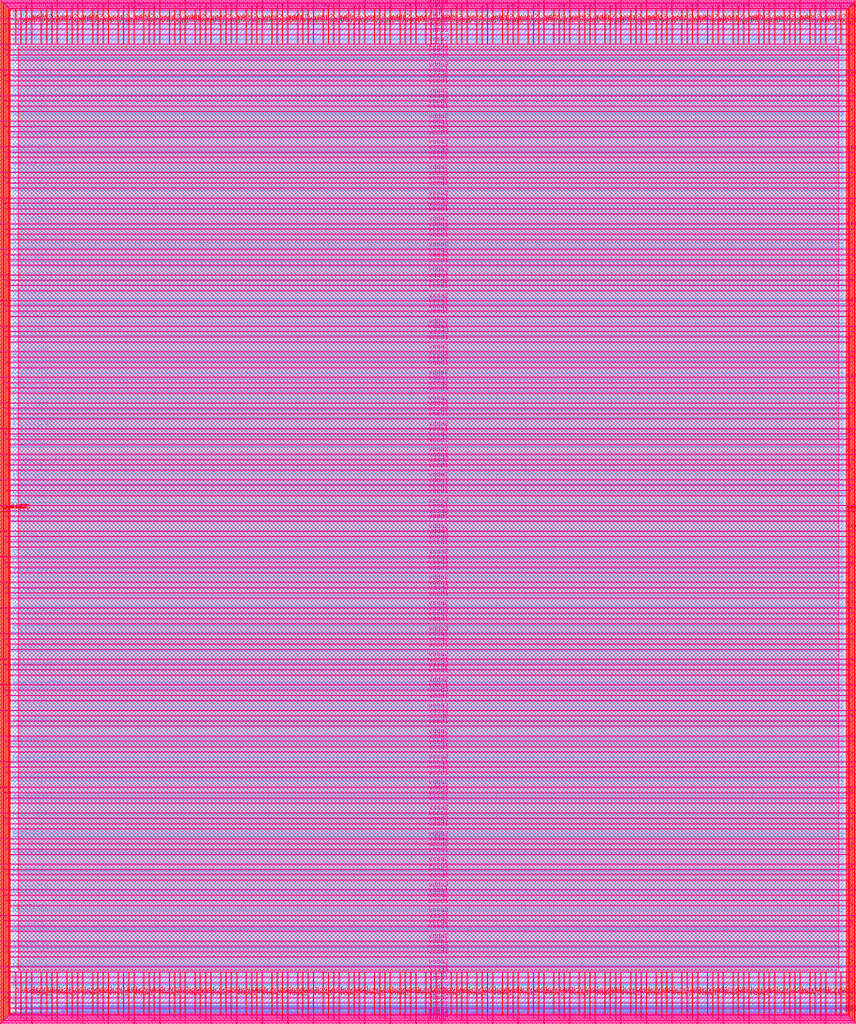
<source format=lef>
VERSION 5.7 ;
  NOWIREEXTENSIONATPIN ON ;
  DIVIDERCHAR "/" ;
  BUSBITCHARS "[]" ;
MACRO user_project_wrapper
  CLASS BLOCK ;
  FOREIGN user_project_wrapper ;
  ORIGIN 0.000 0.000 ;
  SIZE 2920.000 BY 3520.000 ;
  PIN analog_io[0]
    DIRECTION INOUT ;
    USE SIGNAL ;
    PORT
      LAYER met3 ;
        RECT 2917.600 1426.380 2924.800 1427.580 ;
    END
  END analog_io[0]
  PIN analog_io[10]
    DIRECTION INOUT ;
    USE SIGNAL ;
    PORT
      LAYER met2 ;
        RECT 2230.490 3517.600 2231.050 3524.800 ;
    END
  END analog_io[10]
  PIN analog_io[11]
    DIRECTION INOUT ;
    USE SIGNAL ;
    PORT
      LAYER met2 ;
        RECT 1905.730 3517.600 1906.290 3524.800 ;
    END
  END analog_io[11]
  PIN analog_io[12]
    DIRECTION INOUT ;
    USE SIGNAL ;
    PORT
      LAYER met2 ;
        RECT 1581.430 3517.600 1581.990 3524.800 ;
    END
  END analog_io[12]
  PIN analog_io[13]
    DIRECTION INOUT ;
    USE SIGNAL ;
    PORT
      LAYER met2 ;
        RECT 1257.130 3517.600 1257.690 3524.800 ;
    END
  END analog_io[13]
  PIN analog_io[14]
    DIRECTION INOUT ;
    USE SIGNAL ;
    PORT
      LAYER met2 ;
        RECT 932.370 3517.600 932.930 3524.800 ;
    END
  END analog_io[14]
  PIN analog_io[15]
    DIRECTION INOUT ;
    USE SIGNAL ;
    PORT
      LAYER met2 ;
        RECT 608.070 3517.600 608.630 3524.800 ;
    END
  END analog_io[15]
  PIN analog_io[16]
    DIRECTION INOUT ;
    USE SIGNAL ;
    PORT
      LAYER met2 ;
        RECT 283.770 3517.600 284.330 3524.800 ;
    END
  END analog_io[16]
  PIN analog_io[17]
    DIRECTION INOUT ;
    USE SIGNAL ;
    PORT
      LAYER met3 ;
        RECT -4.800 3486.100 2.400 3487.300 ;
    END
  END analog_io[17]
  PIN analog_io[18]
    DIRECTION INOUT ;
    USE SIGNAL ;
    PORT
      LAYER met3 ;
        RECT -4.800 3224.980 2.400 3226.180 ;
    END
  END analog_io[18]
  PIN analog_io[19]
    DIRECTION INOUT ;
    USE SIGNAL ;
    PORT
      LAYER met3 ;
        RECT -4.800 2964.540 2.400 2965.740 ;
    END
  END analog_io[19]
  PIN analog_io[1]
    DIRECTION INOUT ;
    USE SIGNAL ;
    PORT
      LAYER met3 ;
        RECT 2917.600 1692.260 2924.800 1693.460 ;
    END
  END analog_io[1]
  PIN analog_io[20]
    DIRECTION INOUT ;
    USE SIGNAL ;
    PORT
      LAYER met3 ;
        RECT -4.800 2703.420 2.400 2704.620 ;
    END
  END analog_io[20]
  PIN analog_io[21]
    DIRECTION INOUT ;
    USE SIGNAL ;
    PORT
      LAYER met3 ;
        RECT -4.800 2442.980 2.400 2444.180 ;
    END
  END analog_io[21]
  PIN analog_io[22]
    DIRECTION INOUT ;
    USE SIGNAL ;
    PORT
      LAYER met3 ;
        RECT -4.800 2182.540 2.400 2183.740 ;
    END
  END analog_io[22]
  PIN analog_io[23]
    DIRECTION INOUT ;
    USE SIGNAL ;
    PORT
      LAYER met3 ;
        RECT -4.800 1921.420 2.400 1922.620 ;
    END
  END analog_io[23]
  PIN analog_io[24]
    DIRECTION INOUT ;
    USE SIGNAL ;
    PORT
      LAYER met3 ;
        RECT -4.800 1660.980 2.400 1662.180 ;
    END
  END analog_io[24]
  PIN analog_io[25]
    DIRECTION INOUT ;
    USE SIGNAL ;
    PORT
      LAYER met3 ;
        RECT -4.800 1399.860 2.400 1401.060 ;
    END
  END analog_io[25]
  PIN analog_io[26]
    DIRECTION INOUT ;
    USE SIGNAL ;
    PORT
      LAYER met3 ;
        RECT -4.800 1139.420 2.400 1140.620 ;
    END
  END analog_io[26]
  PIN analog_io[27]
    DIRECTION INOUT ;
    USE SIGNAL ;
    PORT
      LAYER met3 ;
        RECT -4.800 878.980 2.400 880.180 ;
    END
  END analog_io[27]
  PIN analog_io[28]
    DIRECTION INOUT ;
    USE SIGNAL ;
    PORT
      LAYER met3 ;
        RECT -4.800 617.860 2.400 619.060 ;
    END
  END analog_io[28]
  PIN analog_io[2]
    DIRECTION INOUT ;
    USE SIGNAL ;
    PORT
      LAYER met3 ;
        RECT 2917.600 1958.140 2924.800 1959.340 ;
    END
  END analog_io[2]
  PIN analog_io[3]
    DIRECTION INOUT ;
    USE SIGNAL ;
    PORT
      LAYER met3 ;
        RECT 2917.600 2223.340 2924.800 2224.540 ;
    END
  END analog_io[3]
  PIN analog_io[4]
    DIRECTION INOUT ;
    USE SIGNAL ;
    PORT
      LAYER met3 ;
        RECT 2917.600 2489.220 2924.800 2490.420 ;
    END
  END analog_io[4]
  PIN analog_io[5]
    DIRECTION INOUT ;
    USE SIGNAL ;
    PORT
      LAYER met3 ;
        RECT 2917.600 2755.100 2924.800 2756.300 ;
    END
  END analog_io[5]
  PIN analog_io[6]
    DIRECTION INOUT ;
    USE SIGNAL ;
    PORT
      LAYER met3 ;
        RECT 2917.600 3020.300 2924.800 3021.500 ;
    END
  END analog_io[6]
  PIN analog_io[7]
    DIRECTION INOUT ;
    USE SIGNAL ;
    PORT
      LAYER met3 ;
        RECT 2917.600 3286.180 2924.800 3287.380 ;
    END
  END analog_io[7]
  PIN analog_io[8]
    DIRECTION INOUT ;
    USE SIGNAL ;
    PORT
      LAYER met2 ;
        RECT 2879.090 3517.600 2879.650 3524.800 ;
    END
  END analog_io[8]
  PIN analog_io[9]
    DIRECTION INOUT ;
    USE SIGNAL ;
    PORT
      LAYER met2 ;
        RECT 2554.790 3517.600 2555.350 3524.800 ;
    END
  END analog_io[9]
  PIN io_in[0]
    DIRECTION INPUT ;
    USE SIGNAL ;
    PORT
      LAYER met3 ;
        RECT 2917.600 32.380 2924.800 33.580 ;
    END
  END io_in[0]
  PIN io_in[10]
    DIRECTION INPUT ;
    USE SIGNAL ;
    PORT
      LAYER met3 ;
        RECT 2917.600 2289.980 2924.800 2291.180 ;
    END
  END io_in[10]
  PIN io_in[11]
    DIRECTION INPUT ;
    USE SIGNAL ;
    PORT
      LAYER met3 ;
        RECT 2917.600 2555.860 2924.800 2557.060 ;
    END
  END io_in[11]
  PIN io_in[12]
    DIRECTION INPUT ;
    USE SIGNAL ;
    PORT
      LAYER met3 ;
        RECT 2917.600 2821.060 2924.800 2822.260 ;
    END
  END io_in[12]
  PIN io_in[13]
    DIRECTION INPUT ;
    USE SIGNAL ;
    PORT
      LAYER met3 ;
        RECT 2917.600 3086.940 2924.800 3088.140 ;
    END
  END io_in[13]
  PIN io_in[14]
    DIRECTION INPUT ;
    USE SIGNAL ;
    PORT
      LAYER met3 ;
        RECT 2917.600 3352.820 2924.800 3354.020 ;
    END
  END io_in[14]
  PIN io_in[15]
    DIRECTION INPUT ;
    USE SIGNAL ;
    PORT
      LAYER met2 ;
        RECT 2798.130 3517.600 2798.690 3524.800 ;
    END
  END io_in[15]
  PIN io_in[16]
    DIRECTION INPUT ;
    USE SIGNAL ;
    PORT
      LAYER met2 ;
        RECT 2473.830 3517.600 2474.390 3524.800 ;
    END
  END io_in[16]
  PIN io_in[17]
    DIRECTION INPUT ;
    USE SIGNAL ;
    PORT
      LAYER met2 ;
        RECT 2149.070 3517.600 2149.630 3524.800 ;
    END
  END io_in[17]
  PIN io_in[18]
    DIRECTION INPUT ;
    USE SIGNAL ;
    PORT
      LAYER met2 ;
        RECT 1824.770 3517.600 1825.330 3524.800 ;
    END
  END io_in[18]
  PIN io_in[19]
    DIRECTION INPUT ;
    USE SIGNAL ;
    PORT
      LAYER met2 ;
        RECT 1500.470 3517.600 1501.030 3524.800 ;
    END
  END io_in[19]
  PIN io_in[1]
    DIRECTION INPUT ;
    USE SIGNAL ;
    PORT
      LAYER met3 ;
        RECT 2917.600 230.940 2924.800 232.140 ;
    END
  END io_in[1]
  PIN io_in[20]
    DIRECTION INPUT ;
    USE SIGNAL ;
    PORT
      LAYER met2 ;
        RECT 1175.710 3517.600 1176.270 3524.800 ;
    END
  END io_in[20]
  PIN io_in[21]
    DIRECTION INPUT ;
    USE SIGNAL ;
    PORT
      LAYER met2 ;
        RECT 851.410 3517.600 851.970 3524.800 ;
    END
  END io_in[21]
  PIN io_in[22]
    DIRECTION INPUT ;
    USE SIGNAL ;
    PORT
      LAYER met2 ;
        RECT 527.110 3517.600 527.670 3524.800 ;
    END
  END io_in[22]
  PIN io_in[23]
    DIRECTION INPUT ;
    USE SIGNAL ;
    PORT
      LAYER met2 ;
        RECT 202.350 3517.600 202.910 3524.800 ;
    END
  END io_in[23]
  PIN io_in[24]
    DIRECTION INPUT ;
    USE SIGNAL ;
    PORT
      LAYER met3 ;
        RECT -4.800 3420.820 2.400 3422.020 ;
    END
  END io_in[24]
  PIN io_in[25]
    DIRECTION INPUT ;
    USE SIGNAL ;
    PORT
      LAYER met3 ;
        RECT -4.800 3159.700 2.400 3160.900 ;
    END
  END io_in[25]
  PIN io_in[26]
    DIRECTION INPUT ;
    USE SIGNAL ;
    PORT
      LAYER met3 ;
        RECT -4.800 2899.260 2.400 2900.460 ;
    END
  END io_in[26]
  PIN io_in[27]
    DIRECTION INPUT ;
    USE SIGNAL ;
    PORT
      LAYER met3 ;
        RECT -4.800 2638.820 2.400 2640.020 ;
    END
  END io_in[27]
  PIN io_in[28]
    DIRECTION INPUT ;
    USE SIGNAL ;
    PORT
      LAYER met3 ;
        RECT -4.800 2377.700 2.400 2378.900 ;
    END
  END io_in[28]
  PIN io_in[29]
    DIRECTION INPUT ;
    USE SIGNAL ;
    PORT
      LAYER met3 ;
        RECT -4.800 2117.260 2.400 2118.460 ;
    END
  END io_in[29]
  PIN io_in[2]
    DIRECTION INPUT ;
    USE SIGNAL ;
    PORT
      LAYER met3 ;
        RECT 2917.600 430.180 2924.800 431.380 ;
    END
  END io_in[2]
  PIN io_in[30]
    DIRECTION INPUT ;
    USE SIGNAL ;
    PORT
      LAYER met3 ;
        RECT -4.800 1856.140 2.400 1857.340 ;
    END
  END io_in[30]
  PIN io_in[31]
    DIRECTION INPUT ;
    USE SIGNAL ;
    PORT
      LAYER met3 ;
        RECT -4.800 1595.700 2.400 1596.900 ;
    END
  END io_in[31]
  PIN io_in[32]
    DIRECTION INPUT ;
    USE SIGNAL ;
    PORT
      LAYER met3 ;
        RECT -4.800 1335.260 2.400 1336.460 ;
    END
  END io_in[32]
  PIN io_in[33]
    DIRECTION INPUT ;
    USE SIGNAL ;
    PORT
      LAYER met3 ;
        RECT -4.800 1074.140 2.400 1075.340 ;
    END
  END io_in[33]
  PIN io_in[34]
    DIRECTION INPUT ;
    USE SIGNAL ;
    PORT
      LAYER met3 ;
        RECT -4.800 813.700 2.400 814.900 ;
    END
  END io_in[34]
  PIN io_in[35]
    DIRECTION INPUT ;
    USE SIGNAL ;
    PORT
      LAYER met3 ;
        RECT -4.800 552.580 2.400 553.780 ;
    END
  END io_in[35]
  PIN io_in[36]
    DIRECTION INPUT ;
    USE SIGNAL ;
    PORT
      LAYER met3 ;
        RECT -4.800 357.420 2.400 358.620 ;
    END
  END io_in[36]
  PIN io_in[37]
    DIRECTION INPUT ;
    USE SIGNAL ;
    PORT
      LAYER met3 ;
        RECT -4.800 161.580 2.400 162.780 ;
    END
  END io_in[37]
  PIN io_in[3]
    DIRECTION INPUT ;
    USE SIGNAL ;
    PORT
      LAYER met3 ;
        RECT 2917.600 629.420 2924.800 630.620 ;
    END
  END io_in[3]
  PIN io_in[4]
    DIRECTION INPUT ;
    USE SIGNAL ;
    PORT
      LAYER met3 ;
        RECT 2917.600 828.660 2924.800 829.860 ;
    END
  END io_in[4]
  PIN io_in[5]
    DIRECTION INPUT ;
    USE SIGNAL ;
    PORT
      LAYER met3 ;
        RECT 2917.600 1027.900 2924.800 1029.100 ;
    END
  END io_in[5]
  PIN io_in[6]
    DIRECTION INPUT ;
    USE SIGNAL ;
    PORT
      LAYER met3 ;
        RECT 2917.600 1227.140 2924.800 1228.340 ;
    END
  END io_in[6]
  PIN io_in[7]
    DIRECTION INPUT ;
    USE SIGNAL ;
    PORT
      LAYER met3 ;
        RECT 2917.600 1493.020 2924.800 1494.220 ;
    END
  END io_in[7]
  PIN io_in[8]
    DIRECTION INPUT ;
    USE SIGNAL ;
    PORT
      LAYER met3 ;
        RECT 2917.600 1758.900 2924.800 1760.100 ;
    END
  END io_in[8]
  PIN io_in[9]
    DIRECTION INPUT ;
    USE SIGNAL ;
    PORT
      LAYER met3 ;
        RECT 2917.600 2024.100 2924.800 2025.300 ;
    END
  END io_in[9]
  PIN io_oeb[0]
    DIRECTION OUTPUT TRISTATE ;
    USE SIGNAL ;
    PORT
      LAYER met3 ;
        RECT 2917.600 164.980 2924.800 166.180 ;
    END
  END io_oeb[0]
  PIN io_oeb[10]
    DIRECTION OUTPUT TRISTATE ;
    USE SIGNAL ;
    PORT
      LAYER met3 ;
        RECT 2917.600 2422.580 2924.800 2423.780 ;
    END
  END io_oeb[10]
  PIN io_oeb[11]
    DIRECTION OUTPUT TRISTATE ;
    USE SIGNAL ;
    PORT
      LAYER met3 ;
        RECT 2917.600 2688.460 2924.800 2689.660 ;
    END
  END io_oeb[11]
  PIN io_oeb[12]
    DIRECTION OUTPUT TRISTATE ;
    USE SIGNAL ;
    PORT
      LAYER met3 ;
        RECT 2917.600 2954.340 2924.800 2955.540 ;
    END
  END io_oeb[12]
  PIN io_oeb[13]
    DIRECTION OUTPUT TRISTATE ;
    USE SIGNAL ;
    PORT
      LAYER met3 ;
        RECT 2917.600 3219.540 2924.800 3220.740 ;
    END
  END io_oeb[13]
  PIN io_oeb[14]
    DIRECTION OUTPUT TRISTATE ;
    USE SIGNAL ;
    PORT
      LAYER met3 ;
        RECT 2917.600 3485.420 2924.800 3486.620 ;
    END
  END io_oeb[14]
  PIN io_oeb[15]
    DIRECTION OUTPUT TRISTATE ;
    USE SIGNAL ;
    PORT
      LAYER met2 ;
        RECT 2635.750 3517.600 2636.310 3524.800 ;
    END
  END io_oeb[15]
  PIN io_oeb[16]
    DIRECTION OUTPUT TRISTATE ;
    USE SIGNAL ;
    PORT
      LAYER met2 ;
        RECT 2311.450 3517.600 2312.010 3524.800 ;
    END
  END io_oeb[16]
  PIN io_oeb[17]
    DIRECTION OUTPUT TRISTATE ;
    USE SIGNAL ;
    PORT
      LAYER met2 ;
        RECT 1987.150 3517.600 1987.710 3524.800 ;
    END
  END io_oeb[17]
  PIN io_oeb[18]
    DIRECTION OUTPUT TRISTATE ;
    USE SIGNAL ;
    PORT
      LAYER met2 ;
        RECT 1662.390 3517.600 1662.950 3524.800 ;
    END
  END io_oeb[18]
  PIN io_oeb[19]
    DIRECTION OUTPUT TRISTATE ;
    USE SIGNAL ;
    PORT
      LAYER met2 ;
        RECT 1338.090 3517.600 1338.650 3524.800 ;
    END
  END io_oeb[19]
  PIN io_oeb[1]
    DIRECTION OUTPUT TRISTATE ;
    USE SIGNAL ;
    PORT
      LAYER met3 ;
        RECT 2917.600 364.220 2924.800 365.420 ;
    END
  END io_oeb[1]
  PIN io_oeb[20]
    DIRECTION OUTPUT TRISTATE ;
    USE SIGNAL ;
    PORT
      LAYER met2 ;
        RECT 1013.790 3517.600 1014.350 3524.800 ;
    END
  END io_oeb[20]
  PIN io_oeb[21]
    DIRECTION OUTPUT TRISTATE ;
    USE SIGNAL ;
    PORT
      LAYER met2 ;
        RECT 689.030 3517.600 689.590 3524.800 ;
    END
  END io_oeb[21]
  PIN io_oeb[22]
    DIRECTION OUTPUT TRISTATE ;
    USE SIGNAL ;
    PORT
      LAYER met2 ;
        RECT 364.730 3517.600 365.290 3524.800 ;
    END
  END io_oeb[22]
  PIN io_oeb[23]
    DIRECTION OUTPUT TRISTATE ;
    USE SIGNAL ;
    PORT
      LAYER met2 ;
        RECT 40.430 3517.600 40.990 3524.800 ;
    END
  END io_oeb[23]
  PIN io_oeb[24]
    DIRECTION OUTPUT TRISTATE ;
    USE SIGNAL ;
    PORT
      LAYER met3 ;
        RECT -4.800 3290.260 2.400 3291.460 ;
    END
  END io_oeb[24]
  PIN io_oeb[25]
    DIRECTION OUTPUT TRISTATE ;
    USE SIGNAL ;
    PORT
      LAYER met3 ;
        RECT -4.800 3029.820 2.400 3031.020 ;
    END
  END io_oeb[25]
  PIN io_oeb[26]
    DIRECTION OUTPUT TRISTATE ;
    USE SIGNAL ;
    PORT
      LAYER met3 ;
        RECT -4.800 2768.700 2.400 2769.900 ;
    END
  END io_oeb[26]
  PIN io_oeb[27]
    DIRECTION OUTPUT TRISTATE ;
    USE SIGNAL ;
    PORT
      LAYER met3 ;
        RECT -4.800 2508.260 2.400 2509.460 ;
    END
  END io_oeb[27]
  PIN io_oeb[28]
    DIRECTION OUTPUT TRISTATE ;
    USE SIGNAL ;
    PORT
      LAYER met3 ;
        RECT -4.800 2247.140 2.400 2248.340 ;
    END
  END io_oeb[28]
  PIN io_oeb[29]
    DIRECTION OUTPUT TRISTATE ;
    USE SIGNAL ;
    PORT
      LAYER met3 ;
        RECT -4.800 1986.700 2.400 1987.900 ;
    END
  END io_oeb[29]
  PIN io_oeb[2]
    DIRECTION OUTPUT TRISTATE ;
    USE SIGNAL ;
    PORT
      LAYER met3 ;
        RECT 2917.600 563.460 2924.800 564.660 ;
    END
  END io_oeb[2]
  PIN io_oeb[30]
    DIRECTION OUTPUT TRISTATE ;
    USE SIGNAL ;
    PORT
      LAYER met3 ;
        RECT -4.800 1726.260 2.400 1727.460 ;
    END
  END io_oeb[30]
  PIN io_oeb[31]
    DIRECTION OUTPUT TRISTATE ;
    USE SIGNAL ;
    PORT
      LAYER met3 ;
        RECT -4.800 1465.140 2.400 1466.340 ;
    END
  END io_oeb[31]
  PIN io_oeb[32]
    DIRECTION OUTPUT TRISTATE ;
    USE SIGNAL ;
    PORT
      LAYER met3 ;
        RECT -4.800 1204.700 2.400 1205.900 ;
    END
  END io_oeb[32]
  PIN io_oeb[33]
    DIRECTION OUTPUT TRISTATE ;
    USE SIGNAL ;
    PORT
      LAYER met3 ;
        RECT -4.800 943.580 2.400 944.780 ;
    END
  END io_oeb[33]
  PIN io_oeb[34]
    DIRECTION OUTPUT TRISTATE ;
    USE SIGNAL ;
    PORT
      LAYER met3 ;
        RECT -4.800 683.140 2.400 684.340 ;
    END
  END io_oeb[34]
  PIN io_oeb[35]
    DIRECTION OUTPUT TRISTATE ;
    USE SIGNAL ;
    PORT
      LAYER met3 ;
        RECT -4.800 422.700 2.400 423.900 ;
    END
  END io_oeb[35]
  PIN io_oeb[36]
    DIRECTION OUTPUT TRISTATE ;
    USE SIGNAL ;
    PORT
      LAYER met3 ;
        RECT -4.800 226.860 2.400 228.060 ;
    END
  END io_oeb[36]
  PIN io_oeb[37]
    DIRECTION OUTPUT TRISTATE ;
    USE SIGNAL ;
    PORT
      LAYER met3 ;
        RECT -4.800 31.700 2.400 32.900 ;
    END
  END io_oeb[37]
  PIN io_oeb[3]
    DIRECTION OUTPUT TRISTATE ;
    USE SIGNAL ;
    PORT
      LAYER met3 ;
        RECT 2917.600 762.700 2924.800 763.900 ;
    END
  END io_oeb[3]
  PIN io_oeb[4]
    DIRECTION OUTPUT TRISTATE ;
    USE SIGNAL ;
    PORT
      LAYER met3 ;
        RECT 2917.600 961.940 2924.800 963.140 ;
    END
  END io_oeb[4]
  PIN io_oeb[5]
    DIRECTION OUTPUT TRISTATE ;
    USE SIGNAL ;
    PORT
      LAYER met3 ;
        RECT 2917.600 1161.180 2924.800 1162.380 ;
    END
  END io_oeb[5]
  PIN io_oeb[6]
    DIRECTION OUTPUT TRISTATE ;
    USE SIGNAL ;
    PORT
      LAYER met3 ;
        RECT 2917.600 1360.420 2924.800 1361.620 ;
    END
  END io_oeb[6]
  PIN io_oeb[7]
    DIRECTION OUTPUT TRISTATE ;
    USE SIGNAL ;
    PORT
      LAYER met3 ;
        RECT 2917.600 1625.620 2924.800 1626.820 ;
    END
  END io_oeb[7]
  PIN io_oeb[8]
    DIRECTION OUTPUT TRISTATE ;
    USE SIGNAL ;
    PORT
      LAYER met3 ;
        RECT 2917.600 1891.500 2924.800 1892.700 ;
    END
  END io_oeb[8]
  PIN io_oeb[9]
    DIRECTION OUTPUT TRISTATE ;
    USE SIGNAL ;
    PORT
      LAYER met3 ;
        RECT 2917.600 2157.380 2924.800 2158.580 ;
    END
  END io_oeb[9]
  PIN io_out[0]
    DIRECTION OUTPUT TRISTATE ;
    USE SIGNAL ;
    PORT
      LAYER met3 ;
        RECT 2917.600 98.340 2924.800 99.540 ;
    END
  END io_out[0]
  PIN io_out[10]
    DIRECTION OUTPUT TRISTATE ;
    USE SIGNAL ;
    PORT
      LAYER met3 ;
        RECT 2917.600 2356.620 2924.800 2357.820 ;
    END
  END io_out[10]
  PIN io_out[11]
    DIRECTION OUTPUT TRISTATE ;
    USE SIGNAL ;
    PORT
      LAYER met3 ;
        RECT 2917.600 2621.820 2924.800 2623.020 ;
    END
  END io_out[11]
  PIN io_out[12]
    DIRECTION OUTPUT TRISTATE ;
    USE SIGNAL ;
    PORT
      LAYER met3 ;
        RECT 2917.600 2887.700 2924.800 2888.900 ;
    END
  END io_out[12]
  PIN io_out[13]
    DIRECTION OUTPUT TRISTATE ;
    USE SIGNAL ;
    PORT
      LAYER met3 ;
        RECT 2917.600 3153.580 2924.800 3154.780 ;
    END
  END io_out[13]
  PIN io_out[14]
    DIRECTION OUTPUT TRISTATE ;
    USE SIGNAL ;
    PORT
      LAYER met3 ;
        RECT 2917.600 3418.780 2924.800 3419.980 ;
    END
  END io_out[14]
  PIN io_out[15]
    DIRECTION OUTPUT TRISTATE ;
    USE SIGNAL ;
    PORT
      LAYER met2 ;
        RECT 2717.170 3517.600 2717.730 3524.800 ;
    END
  END io_out[15]
  PIN io_out[16]
    DIRECTION OUTPUT TRISTATE ;
    USE SIGNAL ;
    PORT
      LAYER met2 ;
        RECT 2392.410 3517.600 2392.970 3524.800 ;
    END
  END io_out[16]
  PIN io_out[17]
    DIRECTION OUTPUT TRISTATE ;
    USE SIGNAL ;
    PORT
      LAYER met2 ;
        RECT 2068.110 3517.600 2068.670 3524.800 ;
    END
  END io_out[17]
  PIN io_out[18]
    DIRECTION OUTPUT TRISTATE ;
    USE SIGNAL ;
    PORT
      LAYER met2 ;
        RECT 1743.810 3517.600 1744.370 3524.800 ;
    END
  END io_out[18]
  PIN io_out[19]
    DIRECTION OUTPUT TRISTATE ;
    USE SIGNAL ;
    PORT
      LAYER met2 ;
        RECT 1419.050 3517.600 1419.610 3524.800 ;
    END
  END io_out[19]
  PIN io_out[1]
    DIRECTION OUTPUT TRISTATE ;
    USE SIGNAL ;
    PORT
      LAYER met3 ;
        RECT 2917.600 297.580 2924.800 298.780 ;
    END
  END io_out[1]
  PIN io_out[20]
    DIRECTION OUTPUT TRISTATE ;
    USE SIGNAL ;
    PORT
      LAYER met2 ;
        RECT 1094.750 3517.600 1095.310 3524.800 ;
    END
  END io_out[20]
  PIN io_out[21]
    DIRECTION OUTPUT TRISTATE ;
    USE SIGNAL ;
    PORT
      LAYER met2 ;
        RECT 770.450 3517.600 771.010 3524.800 ;
    END
  END io_out[21]
  PIN io_out[22]
    DIRECTION OUTPUT TRISTATE ;
    USE SIGNAL ;
    PORT
      LAYER met2 ;
        RECT 445.690 3517.600 446.250 3524.800 ;
    END
  END io_out[22]
  PIN io_out[23]
    DIRECTION OUTPUT TRISTATE ;
    USE SIGNAL ;
    PORT
      LAYER met2 ;
        RECT 121.390 3517.600 121.950 3524.800 ;
    END
  END io_out[23]
  PIN io_out[24]
    DIRECTION OUTPUT TRISTATE ;
    USE SIGNAL ;
    PORT
      LAYER met3 ;
        RECT -4.800 3355.540 2.400 3356.740 ;
    END
  END io_out[24]
  PIN io_out[25]
    DIRECTION OUTPUT TRISTATE ;
    USE SIGNAL ;
    PORT
      LAYER met3 ;
        RECT -4.800 3095.100 2.400 3096.300 ;
    END
  END io_out[25]
  PIN io_out[26]
    DIRECTION OUTPUT TRISTATE ;
    USE SIGNAL ;
    PORT
      LAYER met3 ;
        RECT -4.800 2833.980 2.400 2835.180 ;
    END
  END io_out[26]
  PIN io_out[27]
    DIRECTION OUTPUT TRISTATE ;
    USE SIGNAL ;
    PORT
      LAYER met3 ;
        RECT -4.800 2573.540 2.400 2574.740 ;
    END
  END io_out[27]
  PIN io_out[28]
    DIRECTION OUTPUT TRISTATE ;
    USE SIGNAL ;
    PORT
      LAYER met3 ;
        RECT -4.800 2312.420 2.400 2313.620 ;
    END
  END io_out[28]
  PIN io_out[29]
    DIRECTION OUTPUT TRISTATE ;
    USE SIGNAL ;
    PORT
      LAYER met3 ;
        RECT -4.800 2051.980 2.400 2053.180 ;
    END
  END io_out[29]
  PIN io_out[2]
    DIRECTION OUTPUT TRISTATE ;
    USE SIGNAL ;
    PORT
      LAYER met3 ;
        RECT 2917.600 496.820 2924.800 498.020 ;
    END
  END io_out[2]
  PIN io_out[30]
    DIRECTION OUTPUT TRISTATE ;
    USE SIGNAL ;
    PORT
      LAYER met3 ;
        RECT -4.800 1791.540 2.400 1792.740 ;
    END
  END io_out[30]
  PIN io_out[31]
    DIRECTION OUTPUT TRISTATE ;
    USE SIGNAL ;
    PORT
      LAYER met3 ;
        RECT -4.800 1530.420 2.400 1531.620 ;
    END
  END io_out[31]
  PIN io_out[32]
    DIRECTION OUTPUT TRISTATE ;
    USE SIGNAL ;
    PORT
      LAYER met3 ;
        RECT -4.800 1269.980 2.400 1271.180 ;
    END
  END io_out[32]
  PIN io_out[33]
    DIRECTION OUTPUT TRISTATE ;
    USE SIGNAL ;
    PORT
      LAYER met3 ;
        RECT -4.800 1008.860 2.400 1010.060 ;
    END
  END io_out[33]
  PIN io_out[34]
    DIRECTION OUTPUT TRISTATE ;
    USE SIGNAL ;
    PORT
      LAYER met3 ;
        RECT -4.800 748.420 2.400 749.620 ;
    END
  END io_out[34]
  PIN io_out[35]
    DIRECTION OUTPUT TRISTATE ;
    USE SIGNAL ;
    PORT
      LAYER met3 ;
        RECT -4.800 487.300 2.400 488.500 ;
    END
  END io_out[35]
  PIN io_out[36]
    DIRECTION OUTPUT TRISTATE ;
    USE SIGNAL ;
    PORT
      LAYER met3 ;
        RECT -4.800 292.140 2.400 293.340 ;
    END
  END io_out[36]
  PIN io_out[37]
    DIRECTION OUTPUT TRISTATE ;
    USE SIGNAL ;
    PORT
      LAYER met3 ;
        RECT -4.800 96.300 2.400 97.500 ;
    END
  END io_out[37]
  PIN io_out[3]
    DIRECTION OUTPUT TRISTATE ;
    USE SIGNAL ;
    PORT
      LAYER met3 ;
        RECT 2917.600 696.060 2924.800 697.260 ;
    END
  END io_out[3]
  PIN io_out[4]
    DIRECTION OUTPUT TRISTATE ;
    USE SIGNAL ;
    PORT
      LAYER met3 ;
        RECT 2917.600 895.300 2924.800 896.500 ;
    END
  END io_out[4]
  PIN io_out[5]
    DIRECTION OUTPUT TRISTATE ;
    USE SIGNAL ;
    PORT
      LAYER met3 ;
        RECT 2917.600 1094.540 2924.800 1095.740 ;
    END
  END io_out[5]
  PIN io_out[6]
    DIRECTION OUTPUT TRISTATE ;
    USE SIGNAL ;
    PORT
      LAYER met3 ;
        RECT 2917.600 1293.780 2924.800 1294.980 ;
    END
  END io_out[6]
  PIN io_out[7]
    DIRECTION OUTPUT TRISTATE ;
    USE SIGNAL ;
    PORT
      LAYER met3 ;
        RECT 2917.600 1559.660 2924.800 1560.860 ;
    END
  END io_out[7]
  PIN io_out[8]
    DIRECTION OUTPUT TRISTATE ;
    USE SIGNAL ;
    PORT
      LAYER met3 ;
        RECT 2917.600 1824.860 2924.800 1826.060 ;
    END
  END io_out[8]
  PIN io_out[9]
    DIRECTION OUTPUT TRISTATE ;
    USE SIGNAL ;
    PORT
      LAYER met3 ;
        RECT 2917.600 2090.740 2924.800 2091.940 ;
    END
  END io_out[9]
  PIN la_data_in[0]
    DIRECTION INPUT ;
    USE SIGNAL ;
    PORT
      LAYER met2 ;
        RECT 629.230 -4.800 629.790 2.400 ;
    END
  END la_data_in[0]
  PIN la_data_in[100]
    DIRECTION INPUT ;
    USE SIGNAL ;
    PORT
      LAYER met2 ;
        RECT 2402.530 -4.800 2403.090 2.400 ;
    END
  END la_data_in[100]
  PIN la_data_in[101]
    DIRECTION INPUT ;
    USE SIGNAL ;
    PORT
      LAYER met2 ;
        RECT 2420.010 -4.800 2420.570 2.400 ;
    END
  END la_data_in[101]
  PIN la_data_in[102]
    DIRECTION INPUT ;
    USE SIGNAL ;
    PORT
      LAYER met2 ;
        RECT 2437.950 -4.800 2438.510 2.400 ;
    END
  END la_data_in[102]
  PIN la_data_in[103]
    DIRECTION INPUT ;
    USE SIGNAL ;
    PORT
      LAYER met2 ;
        RECT 2455.430 -4.800 2455.990 2.400 ;
    END
  END la_data_in[103]
  PIN la_data_in[104]
    DIRECTION INPUT ;
    USE SIGNAL ;
    PORT
      LAYER met2 ;
        RECT 2473.370 -4.800 2473.930 2.400 ;
    END
  END la_data_in[104]
  PIN la_data_in[105]
    DIRECTION INPUT ;
    USE SIGNAL ;
    PORT
      LAYER met2 ;
        RECT 2490.850 -4.800 2491.410 2.400 ;
    END
  END la_data_in[105]
  PIN la_data_in[106]
    DIRECTION INPUT ;
    USE SIGNAL ;
    PORT
      LAYER met2 ;
        RECT 2508.790 -4.800 2509.350 2.400 ;
    END
  END la_data_in[106]
  PIN la_data_in[107]
    DIRECTION INPUT ;
    USE SIGNAL ;
    PORT
      LAYER met2 ;
        RECT 2526.730 -4.800 2527.290 2.400 ;
    END
  END la_data_in[107]
  PIN la_data_in[108]
    DIRECTION INPUT ;
    USE SIGNAL ;
    PORT
      LAYER met2 ;
        RECT 2544.210 -4.800 2544.770 2.400 ;
    END
  END la_data_in[108]
  PIN la_data_in[109]
    DIRECTION INPUT ;
    USE SIGNAL ;
    PORT
      LAYER met2 ;
        RECT 2562.150 -4.800 2562.710 2.400 ;
    END
  END la_data_in[109]
  PIN la_data_in[10]
    DIRECTION INPUT ;
    USE SIGNAL ;
    PORT
      LAYER met2 ;
        RECT 806.330 -4.800 806.890 2.400 ;
    END
  END la_data_in[10]
  PIN la_data_in[110]
    DIRECTION INPUT ;
    USE SIGNAL ;
    PORT
      LAYER met2 ;
        RECT 2579.630 -4.800 2580.190 2.400 ;
    END
  END la_data_in[110]
  PIN la_data_in[111]
    DIRECTION INPUT ;
    USE SIGNAL ;
    PORT
      LAYER met2 ;
        RECT 2597.570 -4.800 2598.130 2.400 ;
    END
  END la_data_in[111]
  PIN la_data_in[112]
    DIRECTION INPUT ;
    USE SIGNAL ;
    PORT
      LAYER met2 ;
        RECT 2615.050 -4.800 2615.610 2.400 ;
    END
  END la_data_in[112]
  PIN la_data_in[113]
    DIRECTION INPUT ;
    USE SIGNAL ;
    PORT
      LAYER met2 ;
        RECT 2632.990 -4.800 2633.550 2.400 ;
    END
  END la_data_in[113]
  PIN la_data_in[114]
    DIRECTION INPUT ;
    USE SIGNAL ;
    PORT
      LAYER met2 ;
        RECT 2650.470 -4.800 2651.030 2.400 ;
    END
  END la_data_in[114]
  PIN la_data_in[115]
    DIRECTION INPUT ;
    USE SIGNAL ;
    PORT
      LAYER met2 ;
        RECT 2668.410 -4.800 2668.970 2.400 ;
    END
  END la_data_in[115]
  PIN la_data_in[116]
    DIRECTION INPUT ;
    USE SIGNAL ;
    PORT
      LAYER met2 ;
        RECT 2685.890 -4.800 2686.450 2.400 ;
    END
  END la_data_in[116]
  PIN la_data_in[117]
    DIRECTION INPUT ;
    USE SIGNAL ;
    PORT
      LAYER met2 ;
        RECT 2703.830 -4.800 2704.390 2.400 ;
    END
  END la_data_in[117]
  PIN la_data_in[118]
    DIRECTION INPUT ;
    USE SIGNAL ;
    PORT
      LAYER met2 ;
        RECT 2721.770 -4.800 2722.330 2.400 ;
    END
  END la_data_in[118]
  PIN la_data_in[119]
    DIRECTION INPUT ;
    USE SIGNAL ;
    PORT
      LAYER met2 ;
        RECT 2739.250 -4.800 2739.810 2.400 ;
    END
  END la_data_in[119]
  PIN la_data_in[11]
    DIRECTION INPUT ;
    USE SIGNAL ;
    PORT
      LAYER met2 ;
        RECT 824.270 -4.800 824.830 2.400 ;
    END
  END la_data_in[11]
  PIN la_data_in[120]
    DIRECTION INPUT ;
    USE SIGNAL ;
    PORT
      LAYER met2 ;
        RECT 2757.190 -4.800 2757.750 2.400 ;
    END
  END la_data_in[120]
  PIN la_data_in[121]
    DIRECTION INPUT ;
    USE SIGNAL ;
    PORT
      LAYER met2 ;
        RECT 2774.670 -4.800 2775.230 2.400 ;
    END
  END la_data_in[121]
  PIN la_data_in[122]
    DIRECTION INPUT ;
    USE SIGNAL ;
    PORT
      LAYER met2 ;
        RECT 2792.610 -4.800 2793.170 2.400 ;
    END
  END la_data_in[122]
  PIN la_data_in[123]
    DIRECTION INPUT ;
    USE SIGNAL ;
    PORT
      LAYER met2 ;
        RECT 2810.090 -4.800 2810.650 2.400 ;
    END
  END la_data_in[123]
  PIN la_data_in[124]
    DIRECTION INPUT ;
    USE SIGNAL ;
    PORT
      LAYER met2 ;
        RECT 2828.030 -4.800 2828.590 2.400 ;
    END
  END la_data_in[124]
  PIN la_data_in[125]
    DIRECTION INPUT ;
    USE SIGNAL ;
    PORT
      LAYER met2 ;
        RECT 2845.510 -4.800 2846.070 2.400 ;
    END
  END la_data_in[125]
  PIN la_data_in[126]
    DIRECTION INPUT ;
    USE SIGNAL ;
    PORT
      LAYER met2 ;
        RECT 2863.450 -4.800 2864.010 2.400 ;
    END
  END la_data_in[126]
  PIN la_data_in[127]
    DIRECTION INPUT ;
    USE SIGNAL ;
    PORT
      LAYER met2 ;
        RECT 2881.390 -4.800 2881.950 2.400 ;
    END
  END la_data_in[127]
  PIN la_data_in[12]
    DIRECTION INPUT ;
    USE SIGNAL ;
    PORT
      LAYER met2 ;
        RECT 841.750 -4.800 842.310 2.400 ;
    END
  END la_data_in[12]
  PIN la_data_in[13]
    DIRECTION INPUT ;
    USE SIGNAL ;
    PORT
      LAYER met2 ;
        RECT 859.690 -4.800 860.250 2.400 ;
    END
  END la_data_in[13]
  PIN la_data_in[14]
    DIRECTION INPUT ;
    USE SIGNAL ;
    PORT
      LAYER met2 ;
        RECT 877.170 -4.800 877.730 2.400 ;
    END
  END la_data_in[14]
  PIN la_data_in[15]
    DIRECTION INPUT ;
    USE SIGNAL ;
    PORT
      LAYER met2 ;
        RECT 895.110 -4.800 895.670 2.400 ;
    END
  END la_data_in[15]
  PIN la_data_in[16]
    DIRECTION INPUT ;
    USE SIGNAL ;
    PORT
      LAYER met2 ;
        RECT 912.590 -4.800 913.150 2.400 ;
    END
  END la_data_in[16]
  PIN la_data_in[17]
    DIRECTION INPUT ;
    USE SIGNAL ;
    PORT
      LAYER met2 ;
        RECT 930.530 -4.800 931.090 2.400 ;
    END
  END la_data_in[17]
  PIN la_data_in[18]
    DIRECTION INPUT ;
    USE SIGNAL ;
    PORT
      LAYER met2 ;
        RECT 948.470 -4.800 949.030 2.400 ;
    END
  END la_data_in[18]
  PIN la_data_in[19]
    DIRECTION INPUT ;
    USE SIGNAL ;
    PORT
      LAYER met2 ;
        RECT 965.950 -4.800 966.510 2.400 ;
    END
  END la_data_in[19]
  PIN la_data_in[1]
    DIRECTION INPUT ;
    USE SIGNAL ;
    PORT
      LAYER met2 ;
        RECT 646.710 -4.800 647.270 2.400 ;
    END
  END la_data_in[1]
  PIN la_data_in[20]
    DIRECTION INPUT ;
    USE SIGNAL ;
    PORT
      LAYER met2 ;
        RECT 983.890 -4.800 984.450 2.400 ;
    END
  END la_data_in[20]
  PIN la_data_in[21]
    DIRECTION INPUT ;
    USE SIGNAL ;
    PORT
      LAYER met2 ;
        RECT 1001.370 -4.800 1001.930 2.400 ;
    END
  END la_data_in[21]
  PIN la_data_in[22]
    DIRECTION INPUT ;
    USE SIGNAL ;
    PORT
      LAYER met2 ;
        RECT 1019.310 -4.800 1019.870 2.400 ;
    END
  END la_data_in[22]
  PIN la_data_in[23]
    DIRECTION INPUT ;
    USE SIGNAL ;
    PORT
      LAYER met2 ;
        RECT 1036.790 -4.800 1037.350 2.400 ;
    END
  END la_data_in[23]
  PIN la_data_in[24]
    DIRECTION INPUT ;
    USE SIGNAL ;
    PORT
      LAYER met2 ;
        RECT 1054.730 -4.800 1055.290 2.400 ;
    END
  END la_data_in[24]
  PIN la_data_in[25]
    DIRECTION INPUT ;
    USE SIGNAL ;
    PORT
      LAYER met2 ;
        RECT 1072.210 -4.800 1072.770 2.400 ;
    END
  END la_data_in[25]
  PIN la_data_in[26]
    DIRECTION INPUT ;
    USE SIGNAL ;
    PORT
      LAYER met2 ;
        RECT 1090.150 -4.800 1090.710 2.400 ;
    END
  END la_data_in[26]
  PIN la_data_in[27]
    DIRECTION INPUT ;
    USE SIGNAL ;
    PORT
      LAYER met2 ;
        RECT 1107.630 -4.800 1108.190 2.400 ;
    END
  END la_data_in[27]
  PIN la_data_in[28]
    DIRECTION INPUT ;
    USE SIGNAL ;
    PORT
      LAYER met2 ;
        RECT 1125.570 -4.800 1126.130 2.400 ;
    END
  END la_data_in[28]
  PIN la_data_in[29]
    DIRECTION INPUT ;
    USE SIGNAL ;
    PORT
      LAYER met2 ;
        RECT 1143.510 -4.800 1144.070 2.400 ;
    END
  END la_data_in[29]
  PIN la_data_in[2]
    DIRECTION INPUT ;
    USE SIGNAL ;
    PORT
      LAYER met2 ;
        RECT 664.650 -4.800 665.210 2.400 ;
    END
  END la_data_in[2]
  PIN la_data_in[30]
    DIRECTION INPUT ;
    USE SIGNAL ;
    PORT
      LAYER met2 ;
        RECT 1160.990 -4.800 1161.550 2.400 ;
    END
  END la_data_in[30]
  PIN la_data_in[31]
    DIRECTION INPUT ;
    USE SIGNAL ;
    PORT
      LAYER met2 ;
        RECT 1178.930 -4.800 1179.490 2.400 ;
    END
  END la_data_in[31]
  PIN la_data_in[32]
    DIRECTION INPUT ;
    USE SIGNAL ;
    PORT
      LAYER met2 ;
        RECT 1196.410 -4.800 1196.970 2.400 ;
    END
  END la_data_in[32]
  PIN la_data_in[33]
    DIRECTION INPUT ;
    USE SIGNAL ;
    PORT
      LAYER met2 ;
        RECT 1214.350 -4.800 1214.910 2.400 ;
    END
  END la_data_in[33]
  PIN la_data_in[34]
    DIRECTION INPUT ;
    USE SIGNAL ;
    PORT
      LAYER met2 ;
        RECT 1231.830 -4.800 1232.390 2.400 ;
    END
  END la_data_in[34]
  PIN la_data_in[35]
    DIRECTION INPUT ;
    USE SIGNAL ;
    PORT
      LAYER met2 ;
        RECT 1249.770 -4.800 1250.330 2.400 ;
    END
  END la_data_in[35]
  PIN la_data_in[36]
    DIRECTION INPUT ;
    USE SIGNAL ;
    PORT
      LAYER met2 ;
        RECT 1267.250 -4.800 1267.810 2.400 ;
    END
  END la_data_in[36]
  PIN la_data_in[37]
    DIRECTION INPUT ;
    USE SIGNAL ;
    PORT
      LAYER met2 ;
        RECT 1285.190 -4.800 1285.750 2.400 ;
    END
  END la_data_in[37]
  PIN la_data_in[38]
    DIRECTION INPUT ;
    USE SIGNAL ;
    PORT
      LAYER met2 ;
        RECT 1303.130 -4.800 1303.690 2.400 ;
    END
  END la_data_in[38]
  PIN la_data_in[39]
    DIRECTION INPUT ;
    USE SIGNAL ;
    PORT
      LAYER met2 ;
        RECT 1320.610 -4.800 1321.170 2.400 ;
    END
  END la_data_in[39]
  PIN la_data_in[3]
    DIRECTION INPUT ;
    USE SIGNAL ;
    PORT
      LAYER met2 ;
        RECT 682.130 -4.800 682.690 2.400 ;
    END
  END la_data_in[3]
  PIN la_data_in[40]
    DIRECTION INPUT ;
    USE SIGNAL ;
    PORT
      LAYER met2 ;
        RECT 1338.550 -4.800 1339.110 2.400 ;
    END
  END la_data_in[40]
  PIN la_data_in[41]
    DIRECTION INPUT ;
    USE SIGNAL ;
    PORT
      LAYER met2 ;
        RECT 1356.030 -4.800 1356.590 2.400 ;
    END
  END la_data_in[41]
  PIN la_data_in[42]
    DIRECTION INPUT ;
    USE SIGNAL ;
    PORT
      LAYER met2 ;
        RECT 1373.970 -4.800 1374.530 2.400 ;
    END
  END la_data_in[42]
  PIN la_data_in[43]
    DIRECTION INPUT ;
    USE SIGNAL ;
    PORT
      LAYER met2 ;
        RECT 1391.450 -4.800 1392.010 2.400 ;
    END
  END la_data_in[43]
  PIN la_data_in[44]
    DIRECTION INPUT ;
    USE SIGNAL ;
    PORT
      LAYER met2 ;
        RECT 1409.390 -4.800 1409.950 2.400 ;
    END
  END la_data_in[44]
  PIN la_data_in[45]
    DIRECTION INPUT ;
    USE SIGNAL ;
    PORT
      LAYER met2 ;
        RECT 1426.870 -4.800 1427.430 2.400 ;
    END
  END la_data_in[45]
  PIN la_data_in[46]
    DIRECTION INPUT ;
    USE SIGNAL ;
    PORT
      LAYER met2 ;
        RECT 1444.810 -4.800 1445.370 2.400 ;
    END
  END la_data_in[46]
  PIN la_data_in[47]
    DIRECTION INPUT ;
    USE SIGNAL ;
    PORT
      LAYER met2 ;
        RECT 1462.750 -4.800 1463.310 2.400 ;
    END
  END la_data_in[47]
  PIN la_data_in[48]
    DIRECTION INPUT ;
    USE SIGNAL ;
    PORT
      LAYER met2 ;
        RECT 1480.230 -4.800 1480.790 2.400 ;
    END
  END la_data_in[48]
  PIN la_data_in[49]
    DIRECTION INPUT ;
    USE SIGNAL ;
    PORT
      LAYER met2 ;
        RECT 1498.170 -4.800 1498.730 2.400 ;
    END
  END la_data_in[49]
  PIN la_data_in[4]
    DIRECTION INPUT ;
    USE SIGNAL ;
    PORT
      LAYER met2 ;
        RECT 700.070 -4.800 700.630 2.400 ;
    END
  END la_data_in[4]
  PIN la_data_in[50]
    DIRECTION INPUT ;
    USE SIGNAL ;
    PORT
      LAYER met2 ;
        RECT 1515.650 -4.800 1516.210 2.400 ;
    END
  END la_data_in[50]
  PIN la_data_in[51]
    DIRECTION INPUT ;
    USE SIGNAL ;
    PORT
      LAYER met2 ;
        RECT 1533.590 -4.800 1534.150 2.400 ;
    END
  END la_data_in[51]
  PIN la_data_in[52]
    DIRECTION INPUT ;
    USE SIGNAL ;
    PORT
      LAYER met2 ;
        RECT 1551.070 -4.800 1551.630 2.400 ;
    END
  END la_data_in[52]
  PIN la_data_in[53]
    DIRECTION INPUT ;
    USE SIGNAL ;
    PORT
      LAYER met2 ;
        RECT 1569.010 -4.800 1569.570 2.400 ;
    END
  END la_data_in[53]
  PIN la_data_in[54]
    DIRECTION INPUT ;
    USE SIGNAL ;
    PORT
      LAYER met2 ;
        RECT 1586.490 -4.800 1587.050 2.400 ;
    END
  END la_data_in[54]
  PIN la_data_in[55]
    DIRECTION INPUT ;
    USE SIGNAL ;
    PORT
      LAYER met2 ;
        RECT 1604.430 -4.800 1604.990 2.400 ;
    END
  END la_data_in[55]
  PIN la_data_in[56]
    DIRECTION INPUT ;
    USE SIGNAL ;
    PORT
      LAYER met2 ;
        RECT 1621.910 -4.800 1622.470 2.400 ;
    END
  END la_data_in[56]
  PIN la_data_in[57]
    DIRECTION INPUT ;
    USE SIGNAL ;
    PORT
      LAYER met2 ;
        RECT 1639.850 -4.800 1640.410 2.400 ;
    END
  END la_data_in[57]
  PIN la_data_in[58]
    DIRECTION INPUT ;
    USE SIGNAL ;
    PORT
      LAYER met2 ;
        RECT 1657.790 -4.800 1658.350 2.400 ;
    END
  END la_data_in[58]
  PIN la_data_in[59]
    DIRECTION INPUT ;
    USE SIGNAL ;
    PORT
      LAYER met2 ;
        RECT 1675.270 -4.800 1675.830 2.400 ;
    END
  END la_data_in[59]
  PIN la_data_in[5]
    DIRECTION INPUT ;
    USE SIGNAL ;
    PORT
      LAYER met2 ;
        RECT 717.550 -4.800 718.110 2.400 ;
    END
  END la_data_in[5]
  PIN la_data_in[60]
    DIRECTION INPUT ;
    USE SIGNAL ;
    PORT
      LAYER met2 ;
        RECT 1693.210 -4.800 1693.770 2.400 ;
    END
  END la_data_in[60]
  PIN la_data_in[61]
    DIRECTION INPUT ;
    USE SIGNAL ;
    PORT
      LAYER met2 ;
        RECT 1710.690 -4.800 1711.250 2.400 ;
    END
  END la_data_in[61]
  PIN la_data_in[62]
    DIRECTION INPUT ;
    USE SIGNAL ;
    PORT
      LAYER met2 ;
        RECT 1728.630 -4.800 1729.190 2.400 ;
    END
  END la_data_in[62]
  PIN la_data_in[63]
    DIRECTION INPUT ;
    USE SIGNAL ;
    PORT
      LAYER met2 ;
        RECT 1746.110 -4.800 1746.670 2.400 ;
    END
  END la_data_in[63]
  PIN la_data_in[64]
    DIRECTION INPUT ;
    USE SIGNAL ;
    PORT
      LAYER met2 ;
        RECT 1764.050 -4.800 1764.610 2.400 ;
    END
  END la_data_in[64]
  PIN la_data_in[65]
    DIRECTION INPUT ;
    USE SIGNAL ;
    PORT
      LAYER met2 ;
        RECT 1781.530 -4.800 1782.090 2.400 ;
    END
  END la_data_in[65]
  PIN la_data_in[66]
    DIRECTION INPUT ;
    USE SIGNAL ;
    PORT
      LAYER met2 ;
        RECT 1799.470 -4.800 1800.030 2.400 ;
    END
  END la_data_in[66]
  PIN la_data_in[67]
    DIRECTION INPUT ;
    USE SIGNAL ;
    PORT
      LAYER met2 ;
        RECT 1817.410 -4.800 1817.970 2.400 ;
    END
  END la_data_in[67]
  PIN la_data_in[68]
    DIRECTION INPUT ;
    USE SIGNAL ;
    PORT
      LAYER met2 ;
        RECT 1834.890 -4.800 1835.450 2.400 ;
    END
  END la_data_in[68]
  PIN la_data_in[69]
    DIRECTION INPUT ;
    USE SIGNAL ;
    PORT
      LAYER met2 ;
        RECT 1852.830 -4.800 1853.390 2.400 ;
    END
  END la_data_in[69]
  PIN la_data_in[6]
    DIRECTION INPUT ;
    USE SIGNAL ;
    PORT
      LAYER met2 ;
        RECT 735.490 -4.800 736.050 2.400 ;
    END
  END la_data_in[6]
  PIN la_data_in[70]
    DIRECTION INPUT ;
    USE SIGNAL ;
    PORT
      LAYER met2 ;
        RECT 1870.310 -4.800 1870.870 2.400 ;
    END
  END la_data_in[70]
  PIN la_data_in[71]
    DIRECTION INPUT ;
    USE SIGNAL ;
    PORT
      LAYER met2 ;
        RECT 1888.250 -4.800 1888.810 2.400 ;
    END
  END la_data_in[71]
  PIN la_data_in[72]
    DIRECTION INPUT ;
    USE SIGNAL ;
    PORT
      LAYER met2 ;
        RECT 1905.730 -4.800 1906.290 2.400 ;
    END
  END la_data_in[72]
  PIN la_data_in[73]
    DIRECTION INPUT ;
    USE SIGNAL ;
    PORT
      LAYER met2 ;
        RECT 1923.670 -4.800 1924.230 2.400 ;
    END
  END la_data_in[73]
  PIN la_data_in[74]
    DIRECTION INPUT ;
    USE SIGNAL ;
    PORT
      LAYER met2 ;
        RECT 1941.150 -4.800 1941.710 2.400 ;
    END
  END la_data_in[74]
  PIN la_data_in[75]
    DIRECTION INPUT ;
    USE SIGNAL ;
    PORT
      LAYER met2 ;
        RECT 1959.090 -4.800 1959.650 2.400 ;
    END
  END la_data_in[75]
  PIN la_data_in[76]
    DIRECTION INPUT ;
    USE SIGNAL ;
    PORT
      LAYER met2 ;
        RECT 1976.570 -4.800 1977.130 2.400 ;
    END
  END la_data_in[76]
  PIN la_data_in[77]
    DIRECTION INPUT ;
    USE SIGNAL ;
    PORT
      LAYER met2 ;
        RECT 1994.510 -4.800 1995.070 2.400 ;
    END
  END la_data_in[77]
  PIN la_data_in[78]
    DIRECTION INPUT ;
    USE SIGNAL ;
    PORT
      LAYER met2 ;
        RECT 2012.450 -4.800 2013.010 2.400 ;
    END
  END la_data_in[78]
  PIN la_data_in[79]
    DIRECTION INPUT ;
    USE SIGNAL ;
    PORT
      LAYER met2 ;
        RECT 2029.930 -4.800 2030.490 2.400 ;
    END
  END la_data_in[79]
  PIN la_data_in[7]
    DIRECTION INPUT ;
    USE SIGNAL ;
    PORT
      LAYER met2 ;
        RECT 752.970 -4.800 753.530 2.400 ;
    END
  END la_data_in[7]
  PIN la_data_in[80]
    DIRECTION INPUT ;
    USE SIGNAL ;
    PORT
      LAYER met2 ;
        RECT 2047.870 -4.800 2048.430 2.400 ;
    END
  END la_data_in[80]
  PIN la_data_in[81]
    DIRECTION INPUT ;
    USE SIGNAL ;
    PORT
      LAYER met2 ;
        RECT 2065.350 -4.800 2065.910 2.400 ;
    END
  END la_data_in[81]
  PIN la_data_in[82]
    DIRECTION INPUT ;
    USE SIGNAL ;
    PORT
      LAYER met2 ;
        RECT 2083.290 -4.800 2083.850 2.400 ;
    END
  END la_data_in[82]
  PIN la_data_in[83]
    DIRECTION INPUT ;
    USE SIGNAL ;
    PORT
      LAYER met2 ;
        RECT 2100.770 -4.800 2101.330 2.400 ;
    END
  END la_data_in[83]
  PIN la_data_in[84]
    DIRECTION INPUT ;
    USE SIGNAL ;
    PORT
      LAYER met2 ;
        RECT 2118.710 -4.800 2119.270 2.400 ;
    END
  END la_data_in[84]
  PIN la_data_in[85]
    DIRECTION INPUT ;
    USE SIGNAL ;
    PORT
      LAYER met2 ;
        RECT 2136.190 -4.800 2136.750 2.400 ;
    END
  END la_data_in[85]
  PIN la_data_in[86]
    DIRECTION INPUT ;
    USE SIGNAL ;
    PORT
      LAYER met2 ;
        RECT 2154.130 -4.800 2154.690 2.400 ;
    END
  END la_data_in[86]
  PIN la_data_in[87]
    DIRECTION INPUT ;
    USE SIGNAL ;
    PORT
      LAYER met2 ;
        RECT 2172.070 -4.800 2172.630 2.400 ;
    END
  END la_data_in[87]
  PIN la_data_in[88]
    DIRECTION INPUT ;
    USE SIGNAL ;
    PORT
      LAYER met2 ;
        RECT 2189.550 -4.800 2190.110 2.400 ;
    END
  END la_data_in[88]
  PIN la_data_in[89]
    DIRECTION INPUT ;
    USE SIGNAL ;
    PORT
      LAYER met2 ;
        RECT 2207.490 -4.800 2208.050 2.400 ;
    END
  END la_data_in[89]
  PIN la_data_in[8]
    DIRECTION INPUT ;
    USE SIGNAL ;
    PORT
      LAYER met2 ;
        RECT 770.910 -4.800 771.470 2.400 ;
    END
  END la_data_in[8]
  PIN la_data_in[90]
    DIRECTION INPUT ;
    USE SIGNAL ;
    PORT
      LAYER met2 ;
        RECT 2224.970 -4.800 2225.530 2.400 ;
    END
  END la_data_in[90]
  PIN la_data_in[91]
    DIRECTION INPUT ;
    USE SIGNAL ;
    PORT
      LAYER met2 ;
        RECT 2242.910 -4.800 2243.470 2.400 ;
    END
  END la_data_in[91]
  PIN la_data_in[92]
    DIRECTION INPUT ;
    USE SIGNAL ;
    PORT
      LAYER met2 ;
        RECT 2260.390 -4.800 2260.950 2.400 ;
    END
  END la_data_in[92]
  PIN la_data_in[93]
    DIRECTION INPUT ;
    USE SIGNAL ;
    PORT
      LAYER met2 ;
        RECT 2278.330 -4.800 2278.890 2.400 ;
    END
  END la_data_in[93]
  PIN la_data_in[94]
    DIRECTION INPUT ;
    USE SIGNAL ;
    PORT
      LAYER met2 ;
        RECT 2295.810 -4.800 2296.370 2.400 ;
    END
  END la_data_in[94]
  PIN la_data_in[95]
    DIRECTION INPUT ;
    USE SIGNAL ;
    PORT
      LAYER met2 ;
        RECT 2313.750 -4.800 2314.310 2.400 ;
    END
  END la_data_in[95]
  PIN la_data_in[96]
    DIRECTION INPUT ;
    USE SIGNAL ;
    PORT
      LAYER met2 ;
        RECT 2331.230 -4.800 2331.790 2.400 ;
    END
  END la_data_in[96]
  PIN la_data_in[97]
    DIRECTION INPUT ;
    USE SIGNAL ;
    PORT
      LAYER met2 ;
        RECT 2349.170 -4.800 2349.730 2.400 ;
    END
  END la_data_in[97]
  PIN la_data_in[98]
    DIRECTION INPUT ;
    USE SIGNAL ;
    PORT
      LAYER met2 ;
        RECT 2367.110 -4.800 2367.670 2.400 ;
    END
  END la_data_in[98]
  PIN la_data_in[99]
    DIRECTION INPUT ;
    USE SIGNAL ;
    PORT
      LAYER met2 ;
        RECT 2384.590 -4.800 2385.150 2.400 ;
    END
  END la_data_in[99]
  PIN la_data_in[9]
    DIRECTION INPUT ;
    USE SIGNAL ;
    PORT
      LAYER met2 ;
        RECT 788.850 -4.800 789.410 2.400 ;
    END
  END la_data_in[9]
  PIN la_data_out[0]
    DIRECTION OUTPUT TRISTATE ;
    USE SIGNAL ;
    PORT
      LAYER met2 ;
        RECT 634.750 -4.800 635.310 2.400 ;
    END
  END la_data_out[0]
  PIN la_data_out[100]
    DIRECTION OUTPUT TRISTATE ;
    USE SIGNAL ;
    PORT
      LAYER met2 ;
        RECT 2408.510 -4.800 2409.070 2.400 ;
    END
  END la_data_out[100]
  PIN la_data_out[101]
    DIRECTION OUTPUT TRISTATE ;
    USE SIGNAL ;
    PORT
      LAYER met2 ;
        RECT 2425.990 -4.800 2426.550 2.400 ;
    END
  END la_data_out[101]
  PIN la_data_out[102]
    DIRECTION OUTPUT TRISTATE ;
    USE SIGNAL ;
    PORT
      LAYER met2 ;
        RECT 2443.930 -4.800 2444.490 2.400 ;
    END
  END la_data_out[102]
  PIN la_data_out[103]
    DIRECTION OUTPUT TRISTATE ;
    USE SIGNAL ;
    PORT
      LAYER met2 ;
        RECT 2461.410 -4.800 2461.970 2.400 ;
    END
  END la_data_out[103]
  PIN la_data_out[104]
    DIRECTION OUTPUT TRISTATE ;
    USE SIGNAL ;
    PORT
      LAYER met2 ;
        RECT 2479.350 -4.800 2479.910 2.400 ;
    END
  END la_data_out[104]
  PIN la_data_out[105]
    DIRECTION OUTPUT TRISTATE ;
    USE SIGNAL ;
    PORT
      LAYER met2 ;
        RECT 2496.830 -4.800 2497.390 2.400 ;
    END
  END la_data_out[105]
  PIN la_data_out[106]
    DIRECTION OUTPUT TRISTATE ;
    USE SIGNAL ;
    PORT
      LAYER met2 ;
        RECT 2514.770 -4.800 2515.330 2.400 ;
    END
  END la_data_out[106]
  PIN la_data_out[107]
    DIRECTION OUTPUT TRISTATE ;
    USE SIGNAL ;
    PORT
      LAYER met2 ;
        RECT 2532.250 -4.800 2532.810 2.400 ;
    END
  END la_data_out[107]
  PIN la_data_out[108]
    DIRECTION OUTPUT TRISTATE ;
    USE SIGNAL ;
    PORT
      LAYER met2 ;
        RECT 2550.190 -4.800 2550.750 2.400 ;
    END
  END la_data_out[108]
  PIN la_data_out[109]
    DIRECTION OUTPUT TRISTATE ;
    USE SIGNAL ;
    PORT
      LAYER met2 ;
        RECT 2567.670 -4.800 2568.230 2.400 ;
    END
  END la_data_out[109]
  PIN la_data_out[10]
    DIRECTION OUTPUT TRISTATE ;
    USE SIGNAL ;
    PORT
      LAYER met2 ;
        RECT 812.310 -4.800 812.870 2.400 ;
    END
  END la_data_out[10]
  PIN la_data_out[110]
    DIRECTION OUTPUT TRISTATE ;
    USE SIGNAL ;
    PORT
      LAYER met2 ;
        RECT 2585.610 -4.800 2586.170 2.400 ;
    END
  END la_data_out[110]
  PIN la_data_out[111]
    DIRECTION OUTPUT TRISTATE ;
    USE SIGNAL ;
    PORT
      LAYER met2 ;
        RECT 2603.550 -4.800 2604.110 2.400 ;
    END
  END la_data_out[111]
  PIN la_data_out[112]
    DIRECTION OUTPUT TRISTATE ;
    USE SIGNAL ;
    PORT
      LAYER met2 ;
        RECT 2621.030 -4.800 2621.590 2.400 ;
    END
  END la_data_out[112]
  PIN la_data_out[113]
    DIRECTION OUTPUT TRISTATE ;
    USE SIGNAL ;
    PORT
      LAYER met2 ;
        RECT 2638.970 -4.800 2639.530 2.400 ;
    END
  END la_data_out[113]
  PIN la_data_out[114]
    DIRECTION OUTPUT TRISTATE ;
    USE SIGNAL ;
    PORT
      LAYER met2 ;
        RECT 2656.450 -4.800 2657.010 2.400 ;
    END
  END la_data_out[114]
  PIN la_data_out[115]
    DIRECTION OUTPUT TRISTATE ;
    USE SIGNAL ;
    PORT
      LAYER met2 ;
        RECT 2674.390 -4.800 2674.950 2.400 ;
    END
  END la_data_out[115]
  PIN la_data_out[116]
    DIRECTION OUTPUT TRISTATE ;
    USE SIGNAL ;
    PORT
      LAYER met2 ;
        RECT 2691.870 -4.800 2692.430 2.400 ;
    END
  END la_data_out[116]
  PIN la_data_out[117]
    DIRECTION OUTPUT TRISTATE ;
    USE SIGNAL ;
    PORT
      LAYER met2 ;
        RECT 2709.810 -4.800 2710.370 2.400 ;
    END
  END la_data_out[117]
  PIN la_data_out[118]
    DIRECTION OUTPUT TRISTATE ;
    USE SIGNAL ;
    PORT
      LAYER met2 ;
        RECT 2727.290 -4.800 2727.850 2.400 ;
    END
  END la_data_out[118]
  PIN la_data_out[119]
    DIRECTION OUTPUT TRISTATE ;
    USE SIGNAL ;
    PORT
      LAYER met2 ;
        RECT 2745.230 -4.800 2745.790 2.400 ;
    END
  END la_data_out[119]
  PIN la_data_out[11]
    DIRECTION OUTPUT TRISTATE ;
    USE SIGNAL ;
    PORT
      LAYER met2 ;
        RECT 830.250 -4.800 830.810 2.400 ;
    END
  END la_data_out[11]
  PIN la_data_out[120]
    DIRECTION OUTPUT TRISTATE ;
    USE SIGNAL ;
    PORT
      LAYER met2 ;
        RECT 2763.170 -4.800 2763.730 2.400 ;
    END
  END la_data_out[120]
  PIN la_data_out[121]
    DIRECTION OUTPUT TRISTATE ;
    USE SIGNAL ;
    PORT
      LAYER met2 ;
        RECT 2780.650 -4.800 2781.210 2.400 ;
    END
  END la_data_out[121]
  PIN la_data_out[122]
    DIRECTION OUTPUT TRISTATE ;
    USE SIGNAL ;
    PORT
      LAYER met2 ;
        RECT 2798.590 -4.800 2799.150 2.400 ;
    END
  END la_data_out[122]
  PIN la_data_out[123]
    DIRECTION OUTPUT TRISTATE ;
    USE SIGNAL ;
    PORT
      LAYER met2 ;
        RECT 2816.070 -4.800 2816.630 2.400 ;
    END
  END la_data_out[123]
  PIN la_data_out[124]
    DIRECTION OUTPUT TRISTATE ;
    USE SIGNAL ;
    PORT
      LAYER met2 ;
        RECT 2834.010 -4.800 2834.570 2.400 ;
    END
  END la_data_out[124]
  PIN la_data_out[125]
    DIRECTION OUTPUT TRISTATE ;
    USE SIGNAL ;
    PORT
      LAYER met2 ;
        RECT 2851.490 -4.800 2852.050 2.400 ;
    END
  END la_data_out[125]
  PIN la_data_out[126]
    DIRECTION OUTPUT TRISTATE ;
    USE SIGNAL ;
    PORT
      LAYER met2 ;
        RECT 2869.430 -4.800 2869.990 2.400 ;
    END
  END la_data_out[126]
  PIN la_data_out[127]
    DIRECTION OUTPUT TRISTATE ;
    USE SIGNAL ;
    PORT
      LAYER met2 ;
        RECT 2886.910 -4.800 2887.470 2.400 ;
    END
  END la_data_out[127]
  PIN la_data_out[12]
    DIRECTION OUTPUT TRISTATE ;
    USE SIGNAL ;
    PORT
      LAYER met2 ;
        RECT 847.730 -4.800 848.290 2.400 ;
    END
  END la_data_out[12]
  PIN la_data_out[13]
    DIRECTION OUTPUT TRISTATE ;
    USE SIGNAL ;
    PORT
      LAYER met2 ;
        RECT 865.670 -4.800 866.230 2.400 ;
    END
  END la_data_out[13]
  PIN la_data_out[14]
    DIRECTION OUTPUT TRISTATE ;
    USE SIGNAL ;
    PORT
      LAYER met2 ;
        RECT 883.150 -4.800 883.710 2.400 ;
    END
  END la_data_out[14]
  PIN la_data_out[15]
    DIRECTION OUTPUT TRISTATE ;
    USE SIGNAL ;
    PORT
      LAYER met2 ;
        RECT 901.090 -4.800 901.650 2.400 ;
    END
  END la_data_out[15]
  PIN la_data_out[16]
    DIRECTION OUTPUT TRISTATE ;
    USE SIGNAL ;
    PORT
      LAYER met2 ;
        RECT 918.570 -4.800 919.130 2.400 ;
    END
  END la_data_out[16]
  PIN la_data_out[17]
    DIRECTION OUTPUT TRISTATE ;
    USE SIGNAL ;
    PORT
      LAYER met2 ;
        RECT 936.510 -4.800 937.070 2.400 ;
    END
  END la_data_out[17]
  PIN la_data_out[18]
    DIRECTION OUTPUT TRISTATE ;
    USE SIGNAL ;
    PORT
      LAYER met2 ;
        RECT 953.990 -4.800 954.550 2.400 ;
    END
  END la_data_out[18]
  PIN la_data_out[19]
    DIRECTION OUTPUT TRISTATE ;
    USE SIGNAL ;
    PORT
      LAYER met2 ;
        RECT 971.930 -4.800 972.490 2.400 ;
    END
  END la_data_out[19]
  PIN la_data_out[1]
    DIRECTION OUTPUT TRISTATE ;
    USE SIGNAL ;
    PORT
      LAYER met2 ;
        RECT 652.690 -4.800 653.250 2.400 ;
    END
  END la_data_out[1]
  PIN la_data_out[20]
    DIRECTION OUTPUT TRISTATE ;
    USE SIGNAL ;
    PORT
      LAYER met2 ;
        RECT 989.410 -4.800 989.970 2.400 ;
    END
  END la_data_out[20]
  PIN la_data_out[21]
    DIRECTION OUTPUT TRISTATE ;
    USE SIGNAL ;
    PORT
      LAYER met2 ;
        RECT 1007.350 -4.800 1007.910 2.400 ;
    END
  END la_data_out[21]
  PIN la_data_out[22]
    DIRECTION OUTPUT TRISTATE ;
    USE SIGNAL ;
    PORT
      LAYER met2 ;
        RECT 1025.290 -4.800 1025.850 2.400 ;
    END
  END la_data_out[22]
  PIN la_data_out[23]
    DIRECTION OUTPUT TRISTATE ;
    USE SIGNAL ;
    PORT
      LAYER met2 ;
        RECT 1042.770 -4.800 1043.330 2.400 ;
    END
  END la_data_out[23]
  PIN la_data_out[24]
    DIRECTION OUTPUT TRISTATE ;
    USE SIGNAL ;
    PORT
      LAYER met2 ;
        RECT 1060.710 -4.800 1061.270 2.400 ;
    END
  END la_data_out[24]
  PIN la_data_out[25]
    DIRECTION OUTPUT TRISTATE ;
    USE SIGNAL ;
    PORT
      LAYER met2 ;
        RECT 1078.190 -4.800 1078.750 2.400 ;
    END
  END la_data_out[25]
  PIN la_data_out[26]
    DIRECTION OUTPUT TRISTATE ;
    USE SIGNAL ;
    PORT
      LAYER met2 ;
        RECT 1096.130 -4.800 1096.690 2.400 ;
    END
  END la_data_out[26]
  PIN la_data_out[27]
    DIRECTION OUTPUT TRISTATE ;
    USE SIGNAL ;
    PORT
      LAYER met2 ;
        RECT 1113.610 -4.800 1114.170 2.400 ;
    END
  END la_data_out[27]
  PIN la_data_out[28]
    DIRECTION OUTPUT TRISTATE ;
    USE SIGNAL ;
    PORT
      LAYER met2 ;
        RECT 1131.550 -4.800 1132.110 2.400 ;
    END
  END la_data_out[28]
  PIN la_data_out[29]
    DIRECTION OUTPUT TRISTATE ;
    USE SIGNAL ;
    PORT
      LAYER met2 ;
        RECT 1149.030 -4.800 1149.590 2.400 ;
    END
  END la_data_out[29]
  PIN la_data_out[2]
    DIRECTION OUTPUT TRISTATE ;
    USE SIGNAL ;
    PORT
      LAYER met2 ;
        RECT 670.630 -4.800 671.190 2.400 ;
    END
  END la_data_out[2]
  PIN la_data_out[30]
    DIRECTION OUTPUT TRISTATE ;
    USE SIGNAL ;
    PORT
      LAYER met2 ;
        RECT 1166.970 -4.800 1167.530 2.400 ;
    END
  END la_data_out[30]
  PIN la_data_out[31]
    DIRECTION OUTPUT TRISTATE ;
    USE SIGNAL ;
    PORT
      LAYER met2 ;
        RECT 1184.910 -4.800 1185.470 2.400 ;
    END
  END la_data_out[31]
  PIN la_data_out[32]
    DIRECTION OUTPUT TRISTATE ;
    USE SIGNAL ;
    PORT
      LAYER met2 ;
        RECT 1202.390 -4.800 1202.950 2.400 ;
    END
  END la_data_out[32]
  PIN la_data_out[33]
    DIRECTION OUTPUT TRISTATE ;
    USE SIGNAL ;
    PORT
      LAYER met2 ;
        RECT 1220.330 -4.800 1220.890 2.400 ;
    END
  END la_data_out[33]
  PIN la_data_out[34]
    DIRECTION OUTPUT TRISTATE ;
    USE SIGNAL ;
    PORT
      LAYER met2 ;
        RECT 1237.810 -4.800 1238.370 2.400 ;
    END
  END la_data_out[34]
  PIN la_data_out[35]
    DIRECTION OUTPUT TRISTATE ;
    USE SIGNAL ;
    PORT
      LAYER met2 ;
        RECT 1255.750 -4.800 1256.310 2.400 ;
    END
  END la_data_out[35]
  PIN la_data_out[36]
    DIRECTION OUTPUT TRISTATE ;
    USE SIGNAL ;
    PORT
      LAYER met2 ;
        RECT 1273.230 -4.800 1273.790 2.400 ;
    END
  END la_data_out[36]
  PIN la_data_out[37]
    DIRECTION OUTPUT TRISTATE ;
    USE SIGNAL ;
    PORT
      LAYER met2 ;
        RECT 1291.170 -4.800 1291.730 2.400 ;
    END
  END la_data_out[37]
  PIN la_data_out[38]
    DIRECTION OUTPUT TRISTATE ;
    USE SIGNAL ;
    PORT
      LAYER met2 ;
        RECT 1308.650 -4.800 1309.210 2.400 ;
    END
  END la_data_out[38]
  PIN la_data_out[39]
    DIRECTION OUTPUT TRISTATE ;
    USE SIGNAL ;
    PORT
      LAYER met2 ;
        RECT 1326.590 -4.800 1327.150 2.400 ;
    END
  END la_data_out[39]
  PIN la_data_out[3]
    DIRECTION OUTPUT TRISTATE ;
    USE SIGNAL ;
    PORT
      LAYER met2 ;
        RECT 688.110 -4.800 688.670 2.400 ;
    END
  END la_data_out[3]
  PIN la_data_out[40]
    DIRECTION OUTPUT TRISTATE ;
    USE SIGNAL ;
    PORT
      LAYER met2 ;
        RECT 1344.070 -4.800 1344.630 2.400 ;
    END
  END la_data_out[40]
  PIN la_data_out[41]
    DIRECTION OUTPUT TRISTATE ;
    USE SIGNAL ;
    PORT
      LAYER met2 ;
        RECT 1362.010 -4.800 1362.570 2.400 ;
    END
  END la_data_out[41]
  PIN la_data_out[42]
    DIRECTION OUTPUT TRISTATE ;
    USE SIGNAL ;
    PORT
      LAYER met2 ;
        RECT 1379.950 -4.800 1380.510 2.400 ;
    END
  END la_data_out[42]
  PIN la_data_out[43]
    DIRECTION OUTPUT TRISTATE ;
    USE SIGNAL ;
    PORT
      LAYER met2 ;
        RECT 1397.430 -4.800 1397.990 2.400 ;
    END
  END la_data_out[43]
  PIN la_data_out[44]
    DIRECTION OUTPUT TRISTATE ;
    USE SIGNAL ;
    PORT
      LAYER met2 ;
        RECT 1415.370 -4.800 1415.930 2.400 ;
    END
  END la_data_out[44]
  PIN la_data_out[45]
    DIRECTION OUTPUT TRISTATE ;
    USE SIGNAL ;
    PORT
      LAYER met2 ;
        RECT 1432.850 -4.800 1433.410 2.400 ;
    END
  END la_data_out[45]
  PIN la_data_out[46]
    DIRECTION OUTPUT TRISTATE ;
    USE SIGNAL ;
    PORT
      LAYER met2 ;
        RECT 1450.790 -4.800 1451.350 2.400 ;
    END
  END la_data_out[46]
  PIN la_data_out[47]
    DIRECTION OUTPUT TRISTATE ;
    USE SIGNAL ;
    PORT
      LAYER met2 ;
        RECT 1468.270 -4.800 1468.830 2.400 ;
    END
  END la_data_out[47]
  PIN la_data_out[48]
    DIRECTION OUTPUT TRISTATE ;
    USE SIGNAL ;
    PORT
      LAYER met2 ;
        RECT 1486.210 -4.800 1486.770 2.400 ;
    END
  END la_data_out[48]
  PIN la_data_out[49]
    DIRECTION OUTPUT TRISTATE ;
    USE SIGNAL ;
    PORT
      LAYER met2 ;
        RECT 1503.690 -4.800 1504.250 2.400 ;
    END
  END la_data_out[49]
  PIN la_data_out[4]
    DIRECTION OUTPUT TRISTATE ;
    USE SIGNAL ;
    PORT
      LAYER met2 ;
        RECT 706.050 -4.800 706.610 2.400 ;
    END
  END la_data_out[4]
  PIN la_data_out[50]
    DIRECTION OUTPUT TRISTATE ;
    USE SIGNAL ;
    PORT
      LAYER met2 ;
        RECT 1521.630 -4.800 1522.190 2.400 ;
    END
  END la_data_out[50]
  PIN la_data_out[51]
    DIRECTION OUTPUT TRISTATE ;
    USE SIGNAL ;
    PORT
      LAYER met2 ;
        RECT 1539.570 -4.800 1540.130 2.400 ;
    END
  END la_data_out[51]
  PIN la_data_out[52]
    DIRECTION OUTPUT TRISTATE ;
    USE SIGNAL ;
    PORT
      LAYER met2 ;
        RECT 1557.050 -4.800 1557.610 2.400 ;
    END
  END la_data_out[52]
  PIN la_data_out[53]
    DIRECTION OUTPUT TRISTATE ;
    USE SIGNAL ;
    PORT
      LAYER met2 ;
        RECT 1574.990 -4.800 1575.550 2.400 ;
    END
  END la_data_out[53]
  PIN la_data_out[54]
    DIRECTION OUTPUT TRISTATE ;
    USE SIGNAL ;
    PORT
      LAYER met2 ;
        RECT 1592.470 -4.800 1593.030 2.400 ;
    END
  END la_data_out[54]
  PIN la_data_out[55]
    DIRECTION OUTPUT TRISTATE ;
    USE SIGNAL ;
    PORT
      LAYER met2 ;
        RECT 1610.410 -4.800 1610.970 2.400 ;
    END
  END la_data_out[55]
  PIN la_data_out[56]
    DIRECTION OUTPUT TRISTATE ;
    USE SIGNAL ;
    PORT
      LAYER met2 ;
        RECT 1627.890 -4.800 1628.450 2.400 ;
    END
  END la_data_out[56]
  PIN la_data_out[57]
    DIRECTION OUTPUT TRISTATE ;
    USE SIGNAL ;
    PORT
      LAYER met2 ;
        RECT 1645.830 -4.800 1646.390 2.400 ;
    END
  END la_data_out[57]
  PIN la_data_out[58]
    DIRECTION OUTPUT TRISTATE ;
    USE SIGNAL ;
    PORT
      LAYER met2 ;
        RECT 1663.310 -4.800 1663.870 2.400 ;
    END
  END la_data_out[58]
  PIN la_data_out[59]
    DIRECTION OUTPUT TRISTATE ;
    USE SIGNAL ;
    PORT
      LAYER met2 ;
        RECT 1681.250 -4.800 1681.810 2.400 ;
    END
  END la_data_out[59]
  PIN la_data_out[5]
    DIRECTION OUTPUT TRISTATE ;
    USE SIGNAL ;
    PORT
      LAYER met2 ;
        RECT 723.530 -4.800 724.090 2.400 ;
    END
  END la_data_out[5]
  PIN la_data_out[60]
    DIRECTION OUTPUT TRISTATE ;
    USE SIGNAL ;
    PORT
      LAYER met2 ;
        RECT 1699.190 -4.800 1699.750 2.400 ;
    END
  END la_data_out[60]
  PIN la_data_out[61]
    DIRECTION OUTPUT TRISTATE ;
    USE SIGNAL ;
    PORT
      LAYER met2 ;
        RECT 1716.670 -4.800 1717.230 2.400 ;
    END
  END la_data_out[61]
  PIN la_data_out[62]
    DIRECTION OUTPUT TRISTATE ;
    USE SIGNAL ;
    PORT
      LAYER met2 ;
        RECT 1734.610 -4.800 1735.170 2.400 ;
    END
  END la_data_out[62]
  PIN la_data_out[63]
    DIRECTION OUTPUT TRISTATE ;
    USE SIGNAL ;
    PORT
      LAYER met2 ;
        RECT 1752.090 -4.800 1752.650 2.400 ;
    END
  END la_data_out[63]
  PIN la_data_out[64]
    DIRECTION OUTPUT TRISTATE ;
    USE SIGNAL ;
    PORT
      LAYER met2 ;
        RECT 1770.030 -4.800 1770.590 2.400 ;
    END
  END la_data_out[64]
  PIN la_data_out[65]
    DIRECTION OUTPUT TRISTATE ;
    USE SIGNAL ;
    PORT
      LAYER met2 ;
        RECT 1787.510 -4.800 1788.070 2.400 ;
    END
  END la_data_out[65]
  PIN la_data_out[66]
    DIRECTION OUTPUT TRISTATE ;
    USE SIGNAL ;
    PORT
      LAYER met2 ;
        RECT 1805.450 -4.800 1806.010 2.400 ;
    END
  END la_data_out[66]
  PIN la_data_out[67]
    DIRECTION OUTPUT TRISTATE ;
    USE SIGNAL ;
    PORT
      LAYER met2 ;
        RECT 1822.930 -4.800 1823.490 2.400 ;
    END
  END la_data_out[67]
  PIN la_data_out[68]
    DIRECTION OUTPUT TRISTATE ;
    USE SIGNAL ;
    PORT
      LAYER met2 ;
        RECT 1840.870 -4.800 1841.430 2.400 ;
    END
  END la_data_out[68]
  PIN la_data_out[69]
    DIRECTION OUTPUT TRISTATE ;
    USE SIGNAL ;
    PORT
      LAYER met2 ;
        RECT 1858.350 -4.800 1858.910 2.400 ;
    END
  END la_data_out[69]
  PIN la_data_out[6]
    DIRECTION OUTPUT TRISTATE ;
    USE SIGNAL ;
    PORT
      LAYER met2 ;
        RECT 741.470 -4.800 742.030 2.400 ;
    END
  END la_data_out[6]
  PIN la_data_out[70]
    DIRECTION OUTPUT TRISTATE ;
    USE SIGNAL ;
    PORT
      LAYER met2 ;
        RECT 1876.290 -4.800 1876.850 2.400 ;
    END
  END la_data_out[70]
  PIN la_data_out[71]
    DIRECTION OUTPUT TRISTATE ;
    USE SIGNAL ;
    PORT
      LAYER met2 ;
        RECT 1894.230 -4.800 1894.790 2.400 ;
    END
  END la_data_out[71]
  PIN la_data_out[72]
    DIRECTION OUTPUT TRISTATE ;
    USE SIGNAL ;
    PORT
      LAYER met2 ;
        RECT 1911.710 -4.800 1912.270 2.400 ;
    END
  END la_data_out[72]
  PIN la_data_out[73]
    DIRECTION OUTPUT TRISTATE ;
    USE SIGNAL ;
    PORT
      LAYER met2 ;
        RECT 1929.650 -4.800 1930.210 2.400 ;
    END
  END la_data_out[73]
  PIN la_data_out[74]
    DIRECTION OUTPUT TRISTATE ;
    USE SIGNAL ;
    PORT
      LAYER met2 ;
        RECT 1947.130 -4.800 1947.690 2.400 ;
    END
  END la_data_out[74]
  PIN la_data_out[75]
    DIRECTION OUTPUT TRISTATE ;
    USE SIGNAL ;
    PORT
      LAYER met2 ;
        RECT 1965.070 -4.800 1965.630 2.400 ;
    END
  END la_data_out[75]
  PIN la_data_out[76]
    DIRECTION OUTPUT TRISTATE ;
    USE SIGNAL ;
    PORT
      LAYER met2 ;
        RECT 1982.550 -4.800 1983.110 2.400 ;
    END
  END la_data_out[76]
  PIN la_data_out[77]
    DIRECTION OUTPUT TRISTATE ;
    USE SIGNAL ;
    PORT
      LAYER met2 ;
        RECT 2000.490 -4.800 2001.050 2.400 ;
    END
  END la_data_out[77]
  PIN la_data_out[78]
    DIRECTION OUTPUT TRISTATE ;
    USE SIGNAL ;
    PORT
      LAYER met2 ;
        RECT 2017.970 -4.800 2018.530 2.400 ;
    END
  END la_data_out[78]
  PIN la_data_out[79]
    DIRECTION OUTPUT TRISTATE ;
    USE SIGNAL ;
    PORT
      LAYER met2 ;
        RECT 2035.910 -4.800 2036.470 2.400 ;
    END
  END la_data_out[79]
  PIN la_data_out[7]
    DIRECTION OUTPUT TRISTATE ;
    USE SIGNAL ;
    PORT
      LAYER met2 ;
        RECT 758.950 -4.800 759.510 2.400 ;
    END
  END la_data_out[7]
  PIN la_data_out[80]
    DIRECTION OUTPUT TRISTATE ;
    USE SIGNAL ;
    PORT
      LAYER met2 ;
        RECT 2053.850 -4.800 2054.410 2.400 ;
    END
  END la_data_out[80]
  PIN la_data_out[81]
    DIRECTION OUTPUT TRISTATE ;
    USE SIGNAL ;
    PORT
      LAYER met2 ;
        RECT 2071.330 -4.800 2071.890 2.400 ;
    END
  END la_data_out[81]
  PIN la_data_out[82]
    DIRECTION OUTPUT TRISTATE ;
    USE SIGNAL ;
    PORT
      LAYER met2 ;
        RECT 2089.270 -4.800 2089.830 2.400 ;
    END
  END la_data_out[82]
  PIN la_data_out[83]
    DIRECTION OUTPUT TRISTATE ;
    USE SIGNAL ;
    PORT
      LAYER met2 ;
        RECT 2106.750 -4.800 2107.310 2.400 ;
    END
  END la_data_out[83]
  PIN la_data_out[84]
    DIRECTION OUTPUT TRISTATE ;
    USE SIGNAL ;
    PORT
      LAYER met2 ;
        RECT 2124.690 -4.800 2125.250 2.400 ;
    END
  END la_data_out[84]
  PIN la_data_out[85]
    DIRECTION OUTPUT TRISTATE ;
    USE SIGNAL ;
    PORT
      LAYER met2 ;
        RECT 2142.170 -4.800 2142.730 2.400 ;
    END
  END la_data_out[85]
  PIN la_data_out[86]
    DIRECTION OUTPUT TRISTATE ;
    USE SIGNAL ;
    PORT
      LAYER met2 ;
        RECT 2160.110 -4.800 2160.670 2.400 ;
    END
  END la_data_out[86]
  PIN la_data_out[87]
    DIRECTION OUTPUT TRISTATE ;
    USE SIGNAL ;
    PORT
      LAYER met2 ;
        RECT 2177.590 -4.800 2178.150 2.400 ;
    END
  END la_data_out[87]
  PIN la_data_out[88]
    DIRECTION OUTPUT TRISTATE ;
    USE SIGNAL ;
    PORT
      LAYER met2 ;
        RECT 2195.530 -4.800 2196.090 2.400 ;
    END
  END la_data_out[88]
  PIN la_data_out[89]
    DIRECTION OUTPUT TRISTATE ;
    USE SIGNAL ;
    PORT
      LAYER met2 ;
        RECT 2213.010 -4.800 2213.570 2.400 ;
    END
  END la_data_out[89]
  PIN la_data_out[8]
    DIRECTION OUTPUT TRISTATE ;
    USE SIGNAL ;
    PORT
      LAYER met2 ;
        RECT 776.890 -4.800 777.450 2.400 ;
    END
  END la_data_out[8]
  PIN la_data_out[90]
    DIRECTION OUTPUT TRISTATE ;
    USE SIGNAL ;
    PORT
      LAYER met2 ;
        RECT 2230.950 -4.800 2231.510 2.400 ;
    END
  END la_data_out[90]
  PIN la_data_out[91]
    DIRECTION OUTPUT TRISTATE ;
    USE SIGNAL ;
    PORT
      LAYER met2 ;
        RECT 2248.890 -4.800 2249.450 2.400 ;
    END
  END la_data_out[91]
  PIN la_data_out[92]
    DIRECTION OUTPUT TRISTATE ;
    USE SIGNAL ;
    PORT
      LAYER met2 ;
        RECT 2266.370 -4.800 2266.930 2.400 ;
    END
  END la_data_out[92]
  PIN la_data_out[93]
    DIRECTION OUTPUT TRISTATE ;
    USE SIGNAL ;
    PORT
      LAYER met2 ;
        RECT 2284.310 -4.800 2284.870 2.400 ;
    END
  END la_data_out[93]
  PIN la_data_out[94]
    DIRECTION OUTPUT TRISTATE ;
    USE SIGNAL ;
    PORT
      LAYER met2 ;
        RECT 2301.790 -4.800 2302.350 2.400 ;
    END
  END la_data_out[94]
  PIN la_data_out[95]
    DIRECTION OUTPUT TRISTATE ;
    USE SIGNAL ;
    PORT
      LAYER met2 ;
        RECT 2319.730 -4.800 2320.290 2.400 ;
    END
  END la_data_out[95]
  PIN la_data_out[96]
    DIRECTION OUTPUT TRISTATE ;
    USE SIGNAL ;
    PORT
      LAYER met2 ;
        RECT 2337.210 -4.800 2337.770 2.400 ;
    END
  END la_data_out[96]
  PIN la_data_out[97]
    DIRECTION OUTPUT TRISTATE ;
    USE SIGNAL ;
    PORT
      LAYER met2 ;
        RECT 2355.150 -4.800 2355.710 2.400 ;
    END
  END la_data_out[97]
  PIN la_data_out[98]
    DIRECTION OUTPUT TRISTATE ;
    USE SIGNAL ;
    PORT
      LAYER met2 ;
        RECT 2372.630 -4.800 2373.190 2.400 ;
    END
  END la_data_out[98]
  PIN la_data_out[99]
    DIRECTION OUTPUT TRISTATE ;
    USE SIGNAL ;
    PORT
      LAYER met2 ;
        RECT 2390.570 -4.800 2391.130 2.400 ;
    END
  END la_data_out[99]
  PIN la_data_out[9]
    DIRECTION OUTPUT TRISTATE ;
    USE SIGNAL ;
    PORT
      LAYER met2 ;
        RECT 794.370 -4.800 794.930 2.400 ;
    END
  END la_data_out[9]
  PIN la_oenb[0]
    DIRECTION INPUT ;
    USE SIGNAL ;
    PORT
      LAYER met2 ;
        RECT 640.730 -4.800 641.290 2.400 ;
    END
  END la_oenb[0]
  PIN la_oenb[100]
    DIRECTION INPUT ;
    USE SIGNAL ;
    PORT
      LAYER met2 ;
        RECT 2414.030 -4.800 2414.590 2.400 ;
    END
  END la_oenb[100]
  PIN la_oenb[101]
    DIRECTION INPUT ;
    USE SIGNAL ;
    PORT
      LAYER met2 ;
        RECT 2431.970 -4.800 2432.530 2.400 ;
    END
  END la_oenb[101]
  PIN la_oenb[102]
    DIRECTION INPUT ;
    USE SIGNAL ;
    PORT
      LAYER met2 ;
        RECT 2449.450 -4.800 2450.010 2.400 ;
    END
  END la_oenb[102]
  PIN la_oenb[103]
    DIRECTION INPUT ;
    USE SIGNAL ;
    PORT
      LAYER met2 ;
        RECT 2467.390 -4.800 2467.950 2.400 ;
    END
  END la_oenb[103]
  PIN la_oenb[104]
    DIRECTION INPUT ;
    USE SIGNAL ;
    PORT
      LAYER met2 ;
        RECT 2485.330 -4.800 2485.890 2.400 ;
    END
  END la_oenb[104]
  PIN la_oenb[105]
    DIRECTION INPUT ;
    USE SIGNAL ;
    PORT
      LAYER met2 ;
        RECT 2502.810 -4.800 2503.370 2.400 ;
    END
  END la_oenb[105]
  PIN la_oenb[106]
    DIRECTION INPUT ;
    USE SIGNAL ;
    PORT
      LAYER met2 ;
        RECT 2520.750 -4.800 2521.310 2.400 ;
    END
  END la_oenb[106]
  PIN la_oenb[107]
    DIRECTION INPUT ;
    USE SIGNAL ;
    PORT
      LAYER met2 ;
        RECT 2538.230 -4.800 2538.790 2.400 ;
    END
  END la_oenb[107]
  PIN la_oenb[108]
    DIRECTION INPUT ;
    USE SIGNAL ;
    PORT
      LAYER met2 ;
        RECT 2556.170 -4.800 2556.730 2.400 ;
    END
  END la_oenb[108]
  PIN la_oenb[109]
    DIRECTION INPUT ;
    USE SIGNAL ;
    PORT
      LAYER met2 ;
        RECT 2573.650 -4.800 2574.210 2.400 ;
    END
  END la_oenb[109]
  PIN la_oenb[10]
    DIRECTION INPUT ;
    USE SIGNAL ;
    PORT
      LAYER met2 ;
        RECT 818.290 -4.800 818.850 2.400 ;
    END
  END la_oenb[10]
  PIN la_oenb[110]
    DIRECTION INPUT ;
    USE SIGNAL ;
    PORT
      LAYER met2 ;
        RECT 2591.590 -4.800 2592.150 2.400 ;
    END
  END la_oenb[110]
  PIN la_oenb[111]
    DIRECTION INPUT ;
    USE SIGNAL ;
    PORT
      LAYER met2 ;
        RECT 2609.070 -4.800 2609.630 2.400 ;
    END
  END la_oenb[111]
  PIN la_oenb[112]
    DIRECTION INPUT ;
    USE SIGNAL ;
    PORT
      LAYER met2 ;
        RECT 2627.010 -4.800 2627.570 2.400 ;
    END
  END la_oenb[112]
  PIN la_oenb[113]
    DIRECTION INPUT ;
    USE SIGNAL ;
    PORT
      LAYER met2 ;
        RECT 2644.950 -4.800 2645.510 2.400 ;
    END
  END la_oenb[113]
  PIN la_oenb[114]
    DIRECTION INPUT ;
    USE SIGNAL ;
    PORT
      LAYER met2 ;
        RECT 2662.430 -4.800 2662.990 2.400 ;
    END
  END la_oenb[114]
  PIN la_oenb[115]
    DIRECTION INPUT ;
    USE SIGNAL ;
    PORT
      LAYER met2 ;
        RECT 2680.370 -4.800 2680.930 2.400 ;
    END
  END la_oenb[115]
  PIN la_oenb[116]
    DIRECTION INPUT ;
    USE SIGNAL ;
    PORT
      LAYER met2 ;
        RECT 2697.850 -4.800 2698.410 2.400 ;
    END
  END la_oenb[116]
  PIN la_oenb[117]
    DIRECTION INPUT ;
    USE SIGNAL ;
    PORT
      LAYER met2 ;
        RECT 2715.790 -4.800 2716.350 2.400 ;
    END
  END la_oenb[117]
  PIN la_oenb[118]
    DIRECTION INPUT ;
    USE SIGNAL ;
    PORT
      LAYER met2 ;
        RECT 2733.270 -4.800 2733.830 2.400 ;
    END
  END la_oenb[118]
  PIN la_oenb[119]
    DIRECTION INPUT ;
    USE SIGNAL ;
    PORT
      LAYER met2 ;
        RECT 2751.210 -4.800 2751.770 2.400 ;
    END
  END la_oenb[119]
  PIN la_oenb[11]
    DIRECTION INPUT ;
    USE SIGNAL ;
    PORT
      LAYER met2 ;
        RECT 835.770 -4.800 836.330 2.400 ;
    END
  END la_oenb[11]
  PIN la_oenb[120]
    DIRECTION INPUT ;
    USE SIGNAL ;
    PORT
      LAYER met2 ;
        RECT 2768.690 -4.800 2769.250 2.400 ;
    END
  END la_oenb[120]
  PIN la_oenb[121]
    DIRECTION INPUT ;
    USE SIGNAL ;
    PORT
      LAYER met2 ;
        RECT 2786.630 -4.800 2787.190 2.400 ;
    END
  END la_oenb[121]
  PIN la_oenb[122]
    DIRECTION INPUT ;
    USE SIGNAL ;
    PORT
      LAYER met2 ;
        RECT 2804.110 -4.800 2804.670 2.400 ;
    END
  END la_oenb[122]
  PIN la_oenb[123]
    DIRECTION INPUT ;
    USE SIGNAL ;
    PORT
      LAYER met2 ;
        RECT 2822.050 -4.800 2822.610 2.400 ;
    END
  END la_oenb[123]
  PIN la_oenb[124]
    DIRECTION INPUT ;
    USE SIGNAL ;
    PORT
      LAYER met2 ;
        RECT 2839.990 -4.800 2840.550 2.400 ;
    END
  END la_oenb[124]
  PIN la_oenb[125]
    DIRECTION INPUT ;
    USE SIGNAL ;
    PORT
      LAYER met2 ;
        RECT 2857.470 -4.800 2858.030 2.400 ;
    END
  END la_oenb[125]
  PIN la_oenb[126]
    DIRECTION INPUT ;
    USE SIGNAL ;
    PORT
      LAYER met2 ;
        RECT 2875.410 -4.800 2875.970 2.400 ;
    END
  END la_oenb[126]
  PIN la_oenb[127]
    DIRECTION INPUT ;
    USE SIGNAL ;
    PORT
      LAYER met2 ;
        RECT 2892.890 -4.800 2893.450 2.400 ;
    END
  END la_oenb[127]
  PIN la_oenb[12]
    DIRECTION INPUT ;
    USE SIGNAL ;
    PORT
      LAYER met2 ;
        RECT 853.710 -4.800 854.270 2.400 ;
    END
  END la_oenb[12]
  PIN la_oenb[13]
    DIRECTION INPUT ;
    USE SIGNAL ;
    PORT
      LAYER met2 ;
        RECT 871.190 -4.800 871.750 2.400 ;
    END
  END la_oenb[13]
  PIN la_oenb[14]
    DIRECTION INPUT ;
    USE SIGNAL ;
    PORT
      LAYER met2 ;
        RECT 889.130 -4.800 889.690 2.400 ;
    END
  END la_oenb[14]
  PIN la_oenb[15]
    DIRECTION INPUT ;
    USE SIGNAL ;
    PORT
      LAYER met2 ;
        RECT 907.070 -4.800 907.630 2.400 ;
    END
  END la_oenb[15]
  PIN la_oenb[16]
    DIRECTION INPUT ;
    USE SIGNAL ;
    PORT
      LAYER met2 ;
        RECT 924.550 -4.800 925.110 2.400 ;
    END
  END la_oenb[16]
  PIN la_oenb[17]
    DIRECTION INPUT ;
    USE SIGNAL ;
    PORT
      LAYER met2 ;
        RECT 942.490 -4.800 943.050 2.400 ;
    END
  END la_oenb[17]
  PIN la_oenb[18]
    DIRECTION INPUT ;
    USE SIGNAL ;
    PORT
      LAYER met2 ;
        RECT 959.970 -4.800 960.530 2.400 ;
    END
  END la_oenb[18]
  PIN la_oenb[19]
    DIRECTION INPUT ;
    USE SIGNAL ;
    PORT
      LAYER met2 ;
        RECT 977.910 -4.800 978.470 2.400 ;
    END
  END la_oenb[19]
  PIN la_oenb[1]
    DIRECTION INPUT ;
    USE SIGNAL ;
    PORT
      LAYER met2 ;
        RECT 658.670 -4.800 659.230 2.400 ;
    END
  END la_oenb[1]
  PIN la_oenb[20]
    DIRECTION INPUT ;
    USE SIGNAL ;
    PORT
      LAYER met2 ;
        RECT 995.390 -4.800 995.950 2.400 ;
    END
  END la_oenb[20]
  PIN la_oenb[21]
    DIRECTION INPUT ;
    USE SIGNAL ;
    PORT
      LAYER met2 ;
        RECT 1013.330 -4.800 1013.890 2.400 ;
    END
  END la_oenb[21]
  PIN la_oenb[22]
    DIRECTION INPUT ;
    USE SIGNAL ;
    PORT
      LAYER met2 ;
        RECT 1030.810 -4.800 1031.370 2.400 ;
    END
  END la_oenb[22]
  PIN la_oenb[23]
    DIRECTION INPUT ;
    USE SIGNAL ;
    PORT
      LAYER met2 ;
        RECT 1048.750 -4.800 1049.310 2.400 ;
    END
  END la_oenb[23]
  PIN la_oenb[24]
    DIRECTION INPUT ;
    USE SIGNAL ;
    PORT
      LAYER met2 ;
        RECT 1066.690 -4.800 1067.250 2.400 ;
    END
  END la_oenb[24]
  PIN la_oenb[25]
    DIRECTION INPUT ;
    USE SIGNAL ;
    PORT
      LAYER met2 ;
        RECT 1084.170 -4.800 1084.730 2.400 ;
    END
  END la_oenb[25]
  PIN la_oenb[26]
    DIRECTION INPUT ;
    USE SIGNAL ;
    PORT
      LAYER met2 ;
        RECT 1102.110 -4.800 1102.670 2.400 ;
    END
  END la_oenb[26]
  PIN la_oenb[27]
    DIRECTION INPUT ;
    USE SIGNAL ;
    PORT
      LAYER met2 ;
        RECT 1119.590 -4.800 1120.150 2.400 ;
    END
  END la_oenb[27]
  PIN la_oenb[28]
    DIRECTION INPUT ;
    USE SIGNAL ;
    PORT
      LAYER met2 ;
        RECT 1137.530 -4.800 1138.090 2.400 ;
    END
  END la_oenb[28]
  PIN la_oenb[29]
    DIRECTION INPUT ;
    USE SIGNAL ;
    PORT
      LAYER met2 ;
        RECT 1155.010 -4.800 1155.570 2.400 ;
    END
  END la_oenb[29]
  PIN la_oenb[2]
    DIRECTION INPUT ;
    USE SIGNAL ;
    PORT
      LAYER met2 ;
        RECT 676.150 -4.800 676.710 2.400 ;
    END
  END la_oenb[2]
  PIN la_oenb[30]
    DIRECTION INPUT ;
    USE SIGNAL ;
    PORT
      LAYER met2 ;
        RECT 1172.950 -4.800 1173.510 2.400 ;
    END
  END la_oenb[30]
  PIN la_oenb[31]
    DIRECTION INPUT ;
    USE SIGNAL ;
    PORT
      LAYER met2 ;
        RECT 1190.430 -4.800 1190.990 2.400 ;
    END
  END la_oenb[31]
  PIN la_oenb[32]
    DIRECTION INPUT ;
    USE SIGNAL ;
    PORT
      LAYER met2 ;
        RECT 1208.370 -4.800 1208.930 2.400 ;
    END
  END la_oenb[32]
  PIN la_oenb[33]
    DIRECTION INPUT ;
    USE SIGNAL ;
    PORT
      LAYER met2 ;
        RECT 1225.850 -4.800 1226.410 2.400 ;
    END
  END la_oenb[33]
  PIN la_oenb[34]
    DIRECTION INPUT ;
    USE SIGNAL ;
    PORT
      LAYER met2 ;
        RECT 1243.790 -4.800 1244.350 2.400 ;
    END
  END la_oenb[34]
  PIN la_oenb[35]
    DIRECTION INPUT ;
    USE SIGNAL ;
    PORT
      LAYER met2 ;
        RECT 1261.730 -4.800 1262.290 2.400 ;
    END
  END la_oenb[35]
  PIN la_oenb[36]
    DIRECTION INPUT ;
    USE SIGNAL ;
    PORT
      LAYER met2 ;
        RECT 1279.210 -4.800 1279.770 2.400 ;
    END
  END la_oenb[36]
  PIN la_oenb[37]
    DIRECTION INPUT ;
    USE SIGNAL ;
    PORT
      LAYER met2 ;
        RECT 1297.150 -4.800 1297.710 2.400 ;
    END
  END la_oenb[37]
  PIN la_oenb[38]
    DIRECTION INPUT ;
    USE SIGNAL ;
    PORT
      LAYER met2 ;
        RECT 1314.630 -4.800 1315.190 2.400 ;
    END
  END la_oenb[38]
  PIN la_oenb[39]
    DIRECTION INPUT ;
    USE SIGNAL ;
    PORT
      LAYER met2 ;
        RECT 1332.570 -4.800 1333.130 2.400 ;
    END
  END la_oenb[39]
  PIN la_oenb[3]
    DIRECTION INPUT ;
    USE SIGNAL ;
    PORT
      LAYER met2 ;
        RECT 694.090 -4.800 694.650 2.400 ;
    END
  END la_oenb[3]
  PIN la_oenb[40]
    DIRECTION INPUT ;
    USE SIGNAL ;
    PORT
      LAYER met2 ;
        RECT 1350.050 -4.800 1350.610 2.400 ;
    END
  END la_oenb[40]
  PIN la_oenb[41]
    DIRECTION INPUT ;
    USE SIGNAL ;
    PORT
      LAYER met2 ;
        RECT 1367.990 -4.800 1368.550 2.400 ;
    END
  END la_oenb[41]
  PIN la_oenb[42]
    DIRECTION INPUT ;
    USE SIGNAL ;
    PORT
      LAYER met2 ;
        RECT 1385.470 -4.800 1386.030 2.400 ;
    END
  END la_oenb[42]
  PIN la_oenb[43]
    DIRECTION INPUT ;
    USE SIGNAL ;
    PORT
      LAYER met2 ;
        RECT 1403.410 -4.800 1403.970 2.400 ;
    END
  END la_oenb[43]
  PIN la_oenb[44]
    DIRECTION INPUT ;
    USE SIGNAL ;
    PORT
      LAYER met2 ;
        RECT 1421.350 -4.800 1421.910 2.400 ;
    END
  END la_oenb[44]
  PIN la_oenb[45]
    DIRECTION INPUT ;
    USE SIGNAL ;
    PORT
      LAYER met2 ;
        RECT 1438.830 -4.800 1439.390 2.400 ;
    END
  END la_oenb[45]
  PIN la_oenb[46]
    DIRECTION INPUT ;
    USE SIGNAL ;
    PORT
      LAYER met2 ;
        RECT 1456.770 -4.800 1457.330 2.400 ;
    END
  END la_oenb[46]
  PIN la_oenb[47]
    DIRECTION INPUT ;
    USE SIGNAL ;
    PORT
      LAYER met2 ;
        RECT 1474.250 -4.800 1474.810 2.400 ;
    END
  END la_oenb[47]
  PIN la_oenb[48]
    DIRECTION INPUT ;
    USE SIGNAL ;
    PORT
      LAYER met2 ;
        RECT 1492.190 -4.800 1492.750 2.400 ;
    END
  END la_oenb[48]
  PIN la_oenb[49]
    DIRECTION INPUT ;
    USE SIGNAL ;
    PORT
      LAYER met2 ;
        RECT 1509.670 -4.800 1510.230 2.400 ;
    END
  END la_oenb[49]
  PIN la_oenb[4]
    DIRECTION INPUT ;
    USE SIGNAL ;
    PORT
      LAYER met2 ;
        RECT 712.030 -4.800 712.590 2.400 ;
    END
  END la_oenb[4]
  PIN la_oenb[50]
    DIRECTION INPUT ;
    USE SIGNAL ;
    PORT
      LAYER met2 ;
        RECT 1527.610 -4.800 1528.170 2.400 ;
    END
  END la_oenb[50]
  PIN la_oenb[51]
    DIRECTION INPUT ;
    USE SIGNAL ;
    PORT
      LAYER met2 ;
        RECT 1545.090 -4.800 1545.650 2.400 ;
    END
  END la_oenb[51]
  PIN la_oenb[52]
    DIRECTION INPUT ;
    USE SIGNAL ;
    PORT
      LAYER met2 ;
        RECT 1563.030 -4.800 1563.590 2.400 ;
    END
  END la_oenb[52]
  PIN la_oenb[53]
    DIRECTION INPUT ;
    USE SIGNAL ;
    PORT
      LAYER met2 ;
        RECT 1580.970 -4.800 1581.530 2.400 ;
    END
  END la_oenb[53]
  PIN la_oenb[54]
    DIRECTION INPUT ;
    USE SIGNAL ;
    PORT
      LAYER met2 ;
        RECT 1598.450 -4.800 1599.010 2.400 ;
    END
  END la_oenb[54]
  PIN la_oenb[55]
    DIRECTION INPUT ;
    USE SIGNAL ;
    PORT
      LAYER met2 ;
        RECT 1616.390 -4.800 1616.950 2.400 ;
    END
  END la_oenb[55]
  PIN la_oenb[56]
    DIRECTION INPUT ;
    USE SIGNAL ;
    PORT
      LAYER met2 ;
        RECT 1633.870 -4.800 1634.430 2.400 ;
    END
  END la_oenb[56]
  PIN la_oenb[57]
    DIRECTION INPUT ;
    USE SIGNAL ;
    PORT
      LAYER met2 ;
        RECT 1651.810 -4.800 1652.370 2.400 ;
    END
  END la_oenb[57]
  PIN la_oenb[58]
    DIRECTION INPUT ;
    USE SIGNAL ;
    PORT
      LAYER met2 ;
        RECT 1669.290 -4.800 1669.850 2.400 ;
    END
  END la_oenb[58]
  PIN la_oenb[59]
    DIRECTION INPUT ;
    USE SIGNAL ;
    PORT
      LAYER met2 ;
        RECT 1687.230 -4.800 1687.790 2.400 ;
    END
  END la_oenb[59]
  PIN la_oenb[5]
    DIRECTION INPUT ;
    USE SIGNAL ;
    PORT
      LAYER met2 ;
        RECT 729.510 -4.800 730.070 2.400 ;
    END
  END la_oenb[5]
  PIN la_oenb[60]
    DIRECTION INPUT ;
    USE SIGNAL ;
    PORT
      LAYER met2 ;
        RECT 1704.710 -4.800 1705.270 2.400 ;
    END
  END la_oenb[60]
  PIN la_oenb[61]
    DIRECTION INPUT ;
    USE SIGNAL ;
    PORT
      LAYER met2 ;
        RECT 1722.650 -4.800 1723.210 2.400 ;
    END
  END la_oenb[61]
  PIN la_oenb[62]
    DIRECTION INPUT ;
    USE SIGNAL ;
    PORT
      LAYER met2 ;
        RECT 1740.130 -4.800 1740.690 2.400 ;
    END
  END la_oenb[62]
  PIN la_oenb[63]
    DIRECTION INPUT ;
    USE SIGNAL ;
    PORT
      LAYER met2 ;
        RECT 1758.070 -4.800 1758.630 2.400 ;
    END
  END la_oenb[63]
  PIN la_oenb[64]
    DIRECTION INPUT ;
    USE SIGNAL ;
    PORT
      LAYER met2 ;
        RECT 1776.010 -4.800 1776.570 2.400 ;
    END
  END la_oenb[64]
  PIN la_oenb[65]
    DIRECTION INPUT ;
    USE SIGNAL ;
    PORT
      LAYER met2 ;
        RECT 1793.490 -4.800 1794.050 2.400 ;
    END
  END la_oenb[65]
  PIN la_oenb[66]
    DIRECTION INPUT ;
    USE SIGNAL ;
    PORT
      LAYER met2 ;
        RECT 1811.430 -4.800 1811.990 2.400 ;
    END
  END la_oenb[66]
  PIN la_oenb[67]
    DIRECTION INPUT ;
    USE SIGNAL ;
    PORT
      LAYER met2 ;
        RECT 1828.910 -4.800 1829.470 2.400 ;
    END
  END la_oenb[67]
  PIN la_oenb[68]
    DIRECTION INPUT ;
    USE SIGNAL ;
    PORT
      LAYER met2 ;
        RECT 1846.850 -4.800 1847.410 2.400 ;
    END
  END la_oenb[68]
  PIN la_oenb[69]
    DIRECTION INPUT ;
    USE SIGNAL ;
    PORT
      LAYER met2 ;
        RECT 1864.330 -4.800 1864.890 2.400 ;
    END
  END la_oenb[69]
  PIN la_oenb[6]
    DIRECTION INPUT ;
    USE SIGNAL ;
    PORT
      LAYER met2 ;
        RECT 747.450 -4.800 748.010 2.400 ;
    END
  END la_oenb[6]
  PIN la_oenb[70]
    DIRECTION INPUT ;
    USE SIGNAL ;
    PORT
      LAYER met2 ;
        RECT 1882.270 -4.800 1882.830 2.400 ;
    END
  END la_oenb[70]
  PIN la_oenb[71]
    DIRECTION INPUT ;
    USE SIGNAL ;
    PORT
      LAYER met2 ;
        RECT 1899.750 -4.800 1900.310 2.400 ;
    END
  END la_oenb[71]
  PIN la_oenb[72]
    DIRECTION INPUT ;
    USE SIGNAL ;
    PORT
      LAYER met2 ;
        RECT 1917.690 -4.800 1918.250 2.400 ;
    END
  END la_oenb[72]
  PIN la_oenb[73]
    DIRECTION INPUT ;
    USE SIGNAL ;
    PORT
      LAYER met2 ;
        RECT 1935.630 -4.800 1936.190 2.400 ;
    END
  END la_oenb[73]
  PIN la_oenb[74]
    DIRECTION INPUT ;
    USE SIGNAL ;
    PORT
      LAYER met2 ;
        RECT 1953.110 -4.800 1953.670 2.400 ;
    END
  END la_oenb[74]
  PIN la_oenb[75]
    DIRECTION INPUT ;
    USE SIGNAL ;
    PORT
      LAYER met2 ;
        RECT 1971.050 -4.800 1971.610 2.400 ;
    END
  END la_oenb[75]
  PIN la_oenb[76]
    DIRECTION INPUT ;
    USE SIGNAL ;
    PORT
      LAYER met2 ;
        RECT 1988.530 -4.800 1989.090 2.400 ;
    END
  END la_oenb[76]
  PIN la_oenb[77]
    DIRECTION INPUT ;
    USE SIGNAL ;
    PORT
      LAYER met2 ;
        RECT 2006.470 -4.800 2007.030 2.400 ;
    END
  END la_oenb[77]
  PIN la_oenb[78]
    DIRECTION INPUT ;
    USE SIGNAL ;
    PORT
      LAYER met2 ;
        RECT 2023.950 -4.800 2024.510 2.400 ;
    END
  END la_oenb[78]
  PIN la_oenb[79]
    DIRECTION INPUT ;
    USE SIGNAL ;
    PORT
      LAYER met2 ;
        RECT 2041.890 -4.800 2042.450 2.400 ;
    END
  END la_oenb[79]
  PIN la_oenb[7]
    DIRECTION INPUT ;
    USE SIGNAL ;
    PORT
      LAYER met2 ;
        RECT 764.930 -4.800 765.490 2.400 ;
    END
  END la_oenb[7]
  PIN la_oenb[80]
    DIRECTION INPUT ;
    USE SIGNAL ;
    PORT
      LAYER met2 ;
        RECT 2059.370 -4.800 2059.930 2.400 ;
    END
  END la_oenb[80]
  PIN la_oenb[81]
    DIRECTION INPUT ;
    USE SIGNAL ;
    PORT
      LAYER met2 ;
        RECT 2077.310 -4.800 2077.870 2.400 ;
    END
  END la_oenb[81]
  PIN la_oenb[82]
    DIRECTION INPUT ;
    USE SIGNAL ;
    PORT
      LAYER met2 ;
        RECT 2094.790 -4.800 2095.350 2.400 ;
    END
  END la_oenb[82]
  PIN la_oenb[83]
    DIRECTION INPUT ;
    USE SIGNAL ;
    PORT
      LAYER met2 ;
        RECT 2112.730 -4.800 2113.290 2.400 ;
    END
  END la_oenb[83]
  PIN la_oenb[84]
    DIRECTION INPUT ;
    USE SIGNAL ;
    PORT
      LAYER met2 ;
        RECT 2130.670 -4.800 2131.230 2.400 ;
    END
  END la_oenb[84]
  PIN la_oenb[85]
    DIRECTION INPUT ;
    USE SIGNAL ;
    PORT
      LAYER met2 ;
        RECT 2148.150 -4.800 2148.710 2.400 ;
    END
  END la_oenb[85]
  PIN la_oenb[86]
    DIRECTION INPUT ;
    USE SIGNAL ;
    PORT
      LAYER met2 ;
        RECT 2166.090 -4.800 2166.650 2.400 ;
    END
  END la_oenb[86]
  PIN la_oenb[87]
    DIRECTION INPUT ;
    USE SIGNAL ;
    PORT
      LAYER met2 ;
        RECT 2183.570 -4.800 2184.130 2.400 ;
    END
  END la_oenb[87]
  PIN la_oenb[88]
    DIRECTION INPUT ;
    USE SIGNAL ;
    PORT
      LAYER met2 ;
        RECT 2201.510 -4.800 2202.070 2.400 ;
    END
  END la_oenb[88]
  PIN la_oenb[89]
    DIRECTION INPUT ;
    USE SIGNAL ;
    PORT
      LAYER met2 ;
        RECT 2218.990 -4.800 2219.550 2.400 ;
    END
  END la_oenb[89]
  PIN la_oenb[8]
    DIRECTION INPUT ;
    USE SIGNAL ;
    PORT
      LAYER met2 ;
        RECT 782.870 -4.800 783.430 2.400 ;
    END
  END la_oenb[8]
  PIN la_oenb[90]
    DIRECTION INPUT ;
    USE SIGNAL ;
    PORT
      LAYER met2 ;
        RECT 2236.930 -4.800 2237.490 2.400 ;
    END
  END la_oenb[90]
  PIN la_oenb[91]
    DIRECTION INPUT ;
    USE SIGNAL ;
    PORT
      LAYER met2 ;
        RECT 2254.410 -4.800 2254.970 2.400 ;
    END
  END la_oenb[91]
  PIN la_oenb[92]
    DIRECTION INPUT ;
    USE SIGNAL ;
    PORT
      LAYER met2 ;
        RECT 2272.350 -4.800 2272.910 2.400 ;
    END
  END la_oenb[92]
  PIN la_oenb[93]
    DIRECTION INPUT ;
    USE SIGNAL ;
    PORT
      LAYER met2 ;
        RECT 2290.290 -4.800 2290.850 2.400 ;
    END
  END la_oenb[93]
  PIN la_oenb[94]
    DIRECTION INPUT ;
    USE SIGNAL ;
    PORT
      LAYER met2 ;
        RECT 2307.770 -4.800 2308.330 2.400 ;
    END
  END la_oenb[94]
  PIN la_oenb[95]
    DIRECTION INPUT ;
    USE SIGNAL ;
    PORT
      LAYER met2 ;
        RECT 2325.710 -4.800 2326.270 2.400 ;
    END
  END la_oenb[95]
  PIN la_oenb[96]
    DIRECTION INPUT ;
    USE SIGNAL ;
    PORT
      LAYER met2 ;
        RECT 2343.190 -4.800 2343.750 2.400 ;
    END
  END la_oenb[96]
  PIN la_oenb[97]
    DIRECTION INPUT ;
    USE SIGNAL ;
    PORT
      LAYER met2 ;
        RECT 2361.130 -4.800 2361.690 2.400 ;
    END
  END la_oenb[97]
  PIN la_oenb[98]
    DIRECTION INPUT ;
    USE SIGNAL ;
    PORT
      LAYER met2 ;
        RECT 2378.610 -4.800 2379.170 2.400 ;
    END
  END la_oenb[98]
  PIN la_oenb[99]
    DIRECTION INPUT ;
    USE SIGNAL ;
    PORT
      LAYER met2 ;
        RECT 2396.550 -4.800 2397.110 2.400 ;
    END
  END la_oenb[99]
  PIN la_oenb[9]
    DIRECTION INPUT ;
    USE SIGNAL ;
    PORT
      LAYER met2 ;
        RECT 800.350 -4.800 800.910 2.400 ;
    END
  END la_oenb[9]
  PIN user_clock2
    DIRECTION INPUT ;
    USE SIGNAL ;
    PORT
      LAYER met2 ;
        RECT 2898.870 -4.800 2899.430 2.400 ;
    END
  END user_clock2
  PIN user_irq[0]
    DIRECTION OUTPUT TRISTATE ;
    USE SIGNAL ;
    PORT
      LAYER met2 ;
        RECT 2904.850 -4.800 2905.410 2.400 ;
    END
  END user_irq[0]
  PIN user_irq[1]
    DIRECTION OUTPUT TRISTATE ;
    USE SIGNAL ;
    PORT
      LAYER met2 ;
        RECT 2910.830 -4.800 2911.390 2.400 ;
    END
  END user_irq[1]
  PIN user_irq[2]
    DIRECTION OUTPUT TRISTATE ;
    USE SIGNAL ;
    PORT
      LAYER met2 ;
        RECT 2916.810 -4.800 2917.370 2.400 ;
    END
  END user_irq[2]
  PIN vccd1
    DIRECTION INPUT ;
    USE POWER ;
    PORT
      LAYER met5 ;
        RECT -10.030 -4.670 2929.650 -1.570 ;
    END
    PORT
      LAYER met5 ;
        RECT -14.830 14.330 2934.450 17.430 ;
    END
    PORT
      LAYER met5 ;
        RECT -14.830 194.330 2934.450 197.430 ;
    END
    PORT
      LAYER met5 ;
        RECT -14.830 374.330 2934.450 377.430 ;
    END
    PORT
      LAYER met5 ;
        RECT -14.830 554.330 2934.450 557.430 ;
    END
    PORT
      LAYER met5 ;
        RECT -14.830 734.330 2934.450 737.430 ;
    END
    PORT
      LAYER met5 ;
        RECT -14.830 914.330 2934.450 917.430 ;
    END
    PORT
      LAYER met5 ;
        RECT -14.830 1094.330 2934.450 1097.430 ;
    END
    PORT
      LAYER met5 ;
        RECT -14.830 1274.330 2934.450 1277.430 ;
    END
    PORT
      LAYER met5 ;
        RECT -14.830 1454.330 2934.450 1457.430 ;
    END
    PORT
      LAYER met5 ;
        RECT -14.830 1634.330 2934.450 1637.430 ;
    END
    PORT
      LAYER met5 ;
        RECT -14.830 1814.330 2934.450 1817.430 ;
    END
    PORT
      LAYER met5 ;
        RECT -14.830 1994.330 2934.450 1997.430 ;
    END
    PORT
      LAYER met5 ;
        RECT -14.830 2174.330 2934.450 2177.430 ;
    END
    PORT
      LAYER met5 ;
        RECT -14.830 2354.330 2934.450 2357.430 ;
    END
    PORT
      LAYER met5 ;
        RECT -14.830 2534.330 2934.450 2537.430 ;
    END
    PORT
      LAYER met5 ;
        RECT -14.830 2714.330 2934.450 2717.430 ;
    END
    PORT
      LAYER met5 ;
        RECT -14.830 2894.330 2934.450 2897.430 ;
    END
    PORT
      LAYER met5 ;
        RECT -14.830 3074.330 2934.450 3077.430 ;
    END
    PORT
      LAYER met5 ;
        RECT -14.830 3254.330 2934.450 3257.430 ;
    END
    PORT
      LAYER met5 ;
        RECT -14.830 3434.330 2934.450 3437.430 ;
    END
    PORT
      LAYER met5 ;
        RECT -10.030 3521.250 2929.650 3524.350 ;
    END
    PORT
      LAYER met4 ;
        RECT 8.970 -9.470 12.070 140.000 ;
    END
    PORT
      LAYER met4 ;
        RECT 188.970 -9.470 192.070 140.000 ;
    END
    PORT
      LAYER met4 ;
        RECT 368.970 -9.470 372.070 140.000 ;
    END
    PORT
      LAYER met4 ;
        RECT 548.970 -9.470 552.070 140.000 ;
    END
    PORT
      LAYER met4 ;
        RECT 728.970 -9.470 732.070 140.000 ;
    END
    PORT
      LAYER met4 ;
        RECT 908.970 -9.470 912.070 140.000 ;
    END
    PORT
      LAYER met4 ;
        RECT 1088.970 -9.470 1092.070 140.000 ;
    END
    PORT
      LAYER met4 ;
        RECT 1268.970 -9.470 1272.070 140.000 ;
    END
    PORT
      LAYER met4 ;
        RECT 1448.970 -9.470 1452.070 140.000 ;
    END
    PORT
      LAYER met4 ;
        RECT 1628.970 -9.470 1632.070 140.000 ;
    END
    PORT
      LAYER met4 ;
        RECT 1808.970 -9.470 1812.070 140.000 ;
    END
    PORT
      LAYER met4 ;
        RECT 1988.970 -9.470 1992.070 140.000 ;
    END
    PORT
      LAYER met4 ;
        RECT 2168.970 -9.470 2172.070 140.000 ;
    END
    PORT
      LAYER met4 ;
        RECT 2348.970 -9.470 2352.070 140.000 ;
    END
    PORT
      LAYER met4 ;
        RECT 2528.970 -9.470 2532.070 140.000 ;
    END
    PORT
      LAYER met4 ;
        RECT 2708.970 -9.470 2712.070 140.000 ;
    END
    PORT
      LAYER met4 ;
        RECT 2888.970 -9.470 2892.070 140.000 ;
    END
    PORT
      LAYER met4 ;
        RECT -10.030 -4.670 -6.930 3524.350 ;
    END
    PORT
      LAYER met4 ;
        RECT 2926.550 -4.670 2929.650 3524.350 ;
    END
    PORT
      LAYER met4 ;
        RECT 8.970 3403.940 12.070 3529.150 ;
    END
    PORT
      LAYER met4 ;
        RECT 188.970 3403.940 192.070 3529.150 ;
    END
    PORT
      LAYER met4 ;
        RECT 368.970 3403.940 372.070 3529.150 ;
    END
    PORT
      LAYER met4 ;
        RECT 548.970 3403.940 552.070 3529.150 ;
    END
    PORT
      LAYER met4 ;
        RECT 728.970 3403.940 732.070 3529.150 ;
    END
    PORT
      LAYER met4 ;
        RECT 908.970 3403.940 912.070 3529.150 ;
    END
    PORT
      LAYER met4 ;
        RECT 1088.970 3403.940 1092.070 3529.150 ;
    END
    PORT
      LAYER met4 ;
        RECT 1268.970 3403.940 1272.070 3529.150 ;
    END
    PORT
      LAYER met4 ;
        RECT 1448.970 3403.940 1452.070 3529.150 ;
    END
    PORT
      LAYER met4 ;
        RECT 1628.970 3403.940 1632.070 3529.150 ;
    END
    PORT
      LAYER met4 ;
        RECT 1808.970 3403.940 1812.070 3529.150 ;
    END
    PORT
      LAYER met4 ;
        RECT 1988.970 3403.940 1992.070 3529.150 ;
    END
    PORT
      LAYER met4 ;
        RECT 2168.970 3403.940 2172.070 3529.150 ;
    END
    PORT
      LAYER met4 ;
        RECT 2348.970 3403.940 2352.070 3529.150 ;
    END
    PORT
      LAYER met4 ;
        RECT 2528.970 3403.940 2532.070 3529.150 ;
    END
    PORT
      LAYER met4 ;
        RECT 2708.970 3403.940 2712.070 3529.150 ;
    END
    PORT
      LAYER met4 ;
        RECT 2888.970 3403.940 2892.070 3529.150 ;
    END
  END vccd1
  PIN vccd2
    DIRECTION INPUT ;
    USE POWER ;
    PORT
      LAYER met5 ;
        RECT -19.630 -14.270 2939.250 -11.170 ;
    END
    PORT
      LAYER met5 ;
        RECT -24.430 32.930 2944.050 36.030 ;
    END
    PORT
      LAYER met5 ;
        RECT -24.430 212.930 2944.050 216.030 ;
    END
    PORT
      LAYER met5 ;
        RECT -24.430 392.930 2944.050 396.030 ;
    END
    PORT
      LAYER met5 ;
        RECT -24.430 572.930 2944.050 576.030 ;
    END
    PORT
      LAYER met5 ;
        RECT -24.430 752.930 2944.050 756.030 ;
    END
    PORT
      LAYER met5 ;
        RECT -24.430 932.930 2944.050 936.030 ;
    END
    PORT
      LAYER met5 ;
        RECT -24.430 1112.930 2944.050 1116.030 ;
    END
    PORT
      LAYER met5 ;
        RECT -24.430 1292.930 2944.050 1296.030 ;
    END
    PORT
      LAYER met5 ;
        RECT -24.430 1472.930 2944.050 1476.030 ;
    END
    PORT
      LAYER met5 ;
        RECT -24.430 1652.930 2944.050 1656.030 ;
    END
    PORT
      LAYER met5 ;
        RECT -24.430 1832.930 2944.050 1836.030 ;
    END
    PORT
      LAYER met5 ;
        RECT -24.430 2012.930 2944.050 2016.030 ;
    END
    PORT
      LAYER met5 ;
        RECT -24.430 2192.930 2944.050 2196.030 ;
    END
    PORT
      LAYER met5 ;
        RECT -24.430 2372.930 2944.050 2376.030 ;
    END
    PORT
      LAYER met5 ;
        RECT -24.430 2552.930 2944.050 2556.030 ;
    END
    PORT
      LAYER met5 ;
        RECT -24.430 2732.930 2944.050 2736.030 ;
    END
    PORT
      LAYER met5 ;
        RECT -24.430 2912.930 2944.050 2916.030 ;
    END
    PORT
      LAYER met5 ;
        RECT -24.430 3092.930 2944.050 3096.030 ;
    END
    PORT
      LAYER met5 ;
        RECT -24.430 3272.930 2944.050 3276.030 ;
    END
    PORT
      LAYER met5 ;
        RECT -24.430 3452.930 2944.050 3456.030 ;
    END
    PORT
      LAYER met5 ;
        RECT -19.630 3530.850 2939.250 3533.950 ;
    END
    PORT
      LAYER met4 ;
        RECT 27.570 -19.070 30.670 140.000 ;
    END
    PORT
      LAYER met4 ;
        RECT 207.570 -19.070 210.670 140.000 ;
    END
    PORT
      LAYER met4 ;
        RECT 387.570 -19.070 390.670 140.000 ;
    END
    PORT
      LAYER met4 ;
        RECT 567.570 -19.070 570.670 140.000 ;
    END
    PORT
      LAYER met4 ;
        RECT 747.570 -19.070 750.670 140.000 ;
    END
    PORT
      LAYER met4 ;
        RECT 927.570 -19.070 930.670 140.000 ;
    END
    PORT
      LAYER met4 ;
        RECT 1107.570 -19.070 1110.670 140.000 ;
    END
    PORT
      LAYER met4 ;
        RECT 1287.570 -19.070 1290.670 140.000 ;
    END
    PORT
      LAYER met4 ;
        RECT 1467.570 -19.070 1470.670 140.000 ;
    END
    PORT
      LAYER met4 ;
        RECT 1647.570 -19.070 1650.670 140.000 ;
    END
    PORT
      LAYER met4 ;
        RECT 1827.570 -19.070 1830.670 140.000 ;
    END
    PORT
      LAYER met4 ;
        RECT 2007.570 -19.070 2010.670 140.000 ;
    END
    PORT
      LAYER met4 ;
        RECT 2187.570 -19.070 2190.670 140.000 ;
    END
    PORT
      LAYER met4 ;
        RECT 2367.570 -19.070 2370.670 140.000 ;
    END
    PORT
      LAYER met4 ;
        RECT 2547.570 -19.070 2550.670 140.000 ;
    END
    PORT
      LAYER met4 ;
        RECT 2727.570 -19.070 2730.670 140.000 ;
    END
    PORT
      LAYER met4 ;
        RECT 2907.570 -19.070 2910.670 140.000 ;
    END
    PORT
      LAYER met4 ;
        RECT -19.630 -14.270 -16.530 3533.950 ;
    END
    PORT
      LAYER met4 ;
        RECT 2936.150 -14.270 2939.250 3533.950 ;
    END
    PORT
      LAYER met4 ;
        RECT 27.570 3403.940 30.670 3538.750 ;
    END
    PORT
      LAYER met4 ;
        RECT 207.570 3403.940 210.670 3538.750 ;
    END
    PORT
      LAYER met4 ;
        RECT 387.570 3403.940 390.670 3538.750 ;
    END
    PORT
      LAYER met4 ;
        RECT 567.570 3403.940 570.670 3538.750 ;
    END
    PORT
      LAYER met4 ;
        RECT 747.570 3403.940 750.670 3538.750 ;
    END
    PORT
      LAYER met4 ;
        RECT 927.570 3403.940 930.670 3538.750 ;
    END
    PORT
      LAYER met4 ;
        RECT 1107.570 3403.940 1110.670 3538.750 ;
    END
    PORT
      LAYER met4 ;
        RECT 1287.570 3403.940 1290.670 3538.750 ;
    END
    PORT
      LAYER met4 ;
        RECT 1467.570 3403.940 1470.670 3538.750 ;
    END
    PORT
      LAYER met4 ;
        RECT 1647.570 3403.940 1650.670 3538.750 ;
    END
    PORT
      LAYER met4 ;
        RECT 1827.570 3403.940 1830.670 3538.750 ;
    END
    PORT
      LAYER met4 ;
        RECT 2007.570 3403.940 2010.670 3538.750 ;
    END
    PORT
      LAYER met4 ;
        RECT 2187.570 3403.940 2190.670 3538.750 ;
    END
    PORT
      LAYER met4 ;
        RECT 2367.570 3403.940 2370.670 3538.750 ;
    END
    PORT
      LAYER met4 ;
        RECT 2547.570 3403.940 2550.670 3538.750 ;
    END
    PORT
      LAYER met4 ;
        RECT 2727.570 3403.940 2730.670 3538.750 ;
    END
    PORT
      LAYER met4 ;
        RECT 2907.570 3403.940 2910.670 3538.750 ;
    END
  END vccd2
  PIN vdda1
    DIRECTION INPUT ;
    USE POWER ;
    PORT
      LAYER met5 ;
        RECT -29.230 -23.870 2948.850 -20.770 ;
    END
    PORT
      LAYER met5 ;
        RECT -34.030 51.530 2953.650 54.630 ;
    END
    PORT
      LAYER met5 ;
        RECT -34.030 231.530 2953.650 234.630 ;
    END
    PORT
      LAYER met5 ;
        RECT -34.030 411.530 2953.650 414.630 ;
    END
    PORT
      LAYER met5 ;
        RECT -34.030 591.530 2953.650 594.630 ;
    END
    PORT
      LAYER met5 ;
        RECT -34.030 771.530 2953.650 774.630 ;
    END
    PORT
      LAYER met5 ;
        RECT -34.030 951.530 2953.650 954.630 ;
    END
    PORT
      LAYER met5 ;
        RECT -34.030 1131.530 2953.650 1134.630 ;
    END
    PORT
      LAYER met5 ;
        RECT -34.030 1311.530 2953.650 1314.630 ;
    END
    PORT
      LAYER met5 ;
        RECT -34.030 1491.530 2953.650 1494.630 ;
    END
    PORT
      LAYER met5 ;
        RECT -34.030 1671.530 2953.650 1674.630 ;
    END
    PORT
      LAYER met5 ;
        RECT -34.030 1851.530 2953.650 1854.630 ;
    END
    PORT
      LAYER met5 ;
        RECT -34.030 2031.530 2953.650 2034.630 ;
    END
    PORT
      LAYER met5 ;
        RECT -34.030 2211.530 2953.650 2214.630 ;
    END
    PORT
      LAYER met5 ;
        RECT -34.030 2391.530 2953.650 2394.630 ;
    END
    PORT
      LAYER met5 ;
        RECT -34.030 2571.530 2953.650 2574.630 ;
    END
    PORT
      LAYER met5 ;
        RECT -34.030 2751.530 2953.650 2754.630 ;
    END
    PORT
      LAYER met5 ;
        RECT -34.030 2931.530 2953.650 2934.630 ;
    END
    PORT
      LAYER met5 ;
        RECT -34.030 3111.530 2953.650 3114.630 ;
    END
    PORT
      LAYER met5 ;
        RECT -34.030 3291.530 2953.650 3294.630 ;
    END
    PORT
      LAYER met5 ;
        RECT -34.030 3471.530 2953.650 3474.630 ;
    END
    PORT
      LAYER met5 ;
        RECT -29.230 3540.450 2948.850 3543.550 ;
    END
    PORT
      LAYER met4 ;
        RECT 46.170 -28.670 49.270 140.000 ;
    END
    PORT
      LAYER met4 ;
        RECT 226.170 -28.670 229.270 140.000 ;
    END
    PORT
      LAYER met4 ;
        RECT 406.170 -28.670 409.270 140.000 ;
    END
    PORT
      LAYER met4 ;
        RECT 586.170 -28.670 589.270 140.000 ;
    END
    PORT
      LAYER met4 ;
        RECT 766.170 -28.670 769.270 140.000 ;
    END
    PORT
      LAYER met4 ;
        RECT 946.170 -28.670 949.270 140.000 ;
    END
    PORT
      LAYER met4 ;
        RECT 1126.170 -28.670 1129.270 140.000 ;
    END
    PORT
      LAYER met4 ;
        RECT 1306.170 -28.670 1309.270 140.000 ;
    END
    PORT
      LAYER met4 ;
        RECT 1486.170 -28.670 1489.270 140.000 ;
    END
    PORT
      LAYER met4 ;
        RECT 1666.170 -28.670 1669.270 140.000 ;
    END
    PORT
      LAYER met4 ;
        RECT 1846.170 -28.670 1849.270 140.000 ;
    END
    PORT
      LAYER met4 ;
        RECT 2026.170 -28.670 2029.270 140.000 ;
    END
    PORT
      LAYER met4 ;
        RECT 2206.170 -28.670 2209.270 140.000 ;
    END
    PORT
      LAYER met4 ;
        RECT 2386.170 -28.670 2389.270 140.000 ;
    END
    PORT
      LAYER met4 ;
        RECT 2566.170 -28.670 2569.270 140.000 ;
    END
    PORT
      LAYER met4 ;
        RECT 2746.170 -28.670 2749.270 140.000 ;
    END
    PORT
      LAYER met4 ;
        RECT -29.230 -23.870 -26.130 3543.550 ;
    END
    PORT
      LAYER met4 ;
        RECT 2945.750 -23.870 2948.850 3543.550 ;
    END
    PORT
      LAYER met4 ;
        RECT 46.170 3403.940 49.270 3548.350 ;
    END
    PORT
      LAYER met4 ;
        RECT 226.170 3403.940 229.270 3548.350 ;
    END
    PORT
      LAYER met4 ;
        RECT 406.170 3403.940 409.270 3548.350 ;
    END
    PORT
      LAYER met4 ;
        RECT 586.170 3403.940 589.270 3548.350 ;
    END
    PORT
      LAYER met4 ;
        RECT 766.170 3403.940 769.270 3548.350 ;
    END
    PORT
      LAYER met4 ;
        RECT 946.170 3403.940 949.270 3548.350 ;
    END
    PORT
      LAYER met4 ;
        RECT 1126.170 3403.940 1129.270 3548.350 ;
    END
    PORT
      LAYER met4 ;
        RECT 1306.170 3403.940 1309.270 3548.350 ;
    END
    PORT
      LAYER met4 ;
        RECT 1486.170 3403.940 1489.270 3548.350 ;
    END
    PORT
      LAYER met4 ;
        RECT 1666.170 3403.940 1669.270 3548.350 ;
    END
    PORT
      LAYER met4 ;
        RECT 1846.170 3403.940 1849.270 3548.350 ;
    END
    PORT
      LAYER met4 ;
        RECT 2026.170 3403.940 2029.270 3548.350 ;
    END
    PORT
      LAYER met4 ;
        RECT 2206.170 3403.940 2209.270 3548.350 ;
    END
    PORT
      LAYER met4 ;
        RECT 2386.170 3403.940 2389.270 3548.350 ;
    END
    PORT
      LAYER met4 ;
        RECT 2566.170 3403.940 2569.270 3548.350 ;
    END
    PORT
      LAYER met4 ;
        RECT 2746.170 3403.940 2749.270 3548.350 ;
    END
  END vdda1
  PIN vdda2
    DIRECTION INPUT ;
    USE POWER ;
    PORT
      LAYER met5 ;
        RECT -38.830 -33.470 2958.450 -30.370 ;
    END
    PORT
      LAYER met5 ;
        RECT -43.630 70.130 2963.250 73.230 ;
    END
    PORT
      LAYER met5 ;
        RECT -43.630 250.130 2963.250 253.230 ;
    END
    PORT
      LAYER met5 ;
        RECT -43.630 430.130 2963.250 433.230 ;
    END
    PORT
      LAYER met5 ;
        RECT -43.630 610.130 2963.250 613.230 ;
    END
    PORT
      LAYER met5 ;
        RECT -43.630 790.130 2963.250 793.230 ;
    END
    PORT
      LAYER met5 ;
        RECT -43.630 970.130 2963.250 973.230 ;
    END
    PORT
      LAYER met5 ;
        RECT -43.630 1150.130 2963.250 1153.230 ;
    END
    PORT
      LAYER met5 ;
        RECT -43.630 1330.130 2963.250 1333.230 ;
    END
    PORT
      LAYER met5 ;
        RECT -43.630 1510.130 2963.250 1513.230 ;
    END
    PORT
      LAYER met5 ;
        RECT -43.630 1690.130 2963.250 1693.230 ;
    END
    PORT
      LAYER met5 ;
        RECT -43.630 1870.130 2963.250 1873.230 ;
    END
    PORT
      LAYER met5 ;
        RECT -43.630 2050.130 2963.250 2053.230 ;
    END
    PORT
      LAYER met5 ;
        RECT -43.630 2230.130 2963.250 2233.230 ;
    END
    PORT
      LAYER met5 ;
        RECT -43.630 2410.130 2963.250 2413.230 ;
    END
    PORT
      LAYER met5 ;
        RECT -43.630 2590.130 2963.250 2593.230 ;
    END
    PORT
      LAYER met5 ;
        RECT -43.630 2770.130 2963.250 2773.230 ;
    END
    PORT
      LAYER met5 ;
        RECT -43.630 2950.130 2963.250 2953.230 ;
    END
    PORT
      LAYER met5 ;
        RECT -43.630 3130.130 2963.250 3133.230 ;
    END
    PORT
      LAYER met5 ;
        RECT -43.630 3310.130 2963.250 3313.230 ;
    END
    PORT
      LAYER met5 ;
        RECT -43.630 3490.130 2963.250 3493.230 ;
    END
    PORT
      LAYER met5 ;
        RECT -38.830 3550.050 2958.450 3553.150 ;
    END
    PORT
      LAYER met4 ;
        RECT 64.770 -38.270 67.870 140.000 ;
    END
    PORT
      LAYER met4 ;
        RECT 244.770 -38.270 247.870 140.000 ;
    END
    PORT
      LAYER met4 ;
        RECT 424.770 -38.270 427.870 140.000 ;
    END
    PORT
      LAYER met4 ;
        RECT 604.770 -38.270 607.870 140.000 ;
    END
    PORT
      LAYER met4 ;
        RECT 784.770 -38.270 787.870 140.000 ;
    END
    PORT
      LAYER met4 ;
        RECT 964.770 -38.270 967.870 140.000 ;
    END
    PORT
      LAYER met4 ;
        RECT 1144.770 -38.270 1147.870 140.000 ;
    END
    PORT
      LAYER met4 ;
        RECT 1324.770 -38.270 1327.870 140.000 ;
    END
    PORT
      LAYER met4 ;
        RECT 1504.770 -38.270 1507.870 140.000 ;
    END
    PORT
      LAYER met4 ;
        RECT 1684.770 -38.270 1687.870 140.000 ;
    END
    PORT
      LAYER met4 ;
        RECT 1864.770 -38.270 1867.870 140.000 ;
    END
    PORT
      LAYER met4 ;
        RECT 2044.770 -38.270 2047.870 140.000 ;
    END
    PORT
      LAYER met4 ;
        RECT 2224.770 -38.270 2227.870 140.000 ;
    END
    PORT
      LAYER met4 ;
        RECT 2404.770 -38.270 2407.870 140.000 ;
    END
    PORT
      LAYER met4 ;
        RECT 2584.770 -38.270 2587.870 140.000 ;
    END
    PORT
      LAYER met4 ;
        RECT 2764.770 -38.270 2767.870 140.000 ;
    END
    PORT
      LAYER met4 ;
        RECT -38.830 -33.470 -35.730 3553.150 ;
    END
    PORT
      LAYER met4 ;
        RECT 2955.350 -33.470 2958.450 3553.150 ;
    END
    PORT
      LAYER met4 ;
        RECT 64.770 3403.940 67.870 3557.950 ;
    END
    PORT
      LAYER met4 ;
        RECT 244.770 3403.940 247.870 3557.950 ;
    END
    PORT
      LAYER met4 ;
        RECT 424.770 3403.940 427.870 3557.950 ;
    END
    PORT
      LAYER met4 ;
        RECT 604.770 3403.940 607.870 3557.950 ;
    END
    PORT
      LAYER met4 ;
        RECT 784.770 3403.940 787.870 3557.950 ;
    END
    PORT
      LAYER met4 ;
        RECT 964.770 3403.940 967.870 3557.950 ;
    END
    PORT
      LAYER met4 ;
        RECT 1144.770 3403.940 1147.870 3557.950 ;
    END
    PORT
      LAYER met4 ;
        RECT 1324.770 3403.940 1327.870 3557.950 ;
    END
    PORT
      LAYER met4 ;
        RECT 1504.770 3403.940 1507.870 3557.950 ;
    END
    PORT
      LAYER met4 ;
        RECT 1684.770 3403.940 1687.870 3557.950 ;
    END
    PORT
      LAYER met4 ;
        RECT 1864.770 3403.940 1867.870 3557.950 ;
    END
    PORT
      LAYER met4 ;
        RECT 2044.770 3403.940 2047.870 3557.950 ;
    END
    PORT
      LAYER met4 ;
        RECT 2224.770 3403.940 2227.870 3557.950 ;
    END
    PORT
      LAYER met4 ;
        RECT 2404.770 3403.940 2407.870 3557.950 ;
    END
    PORT
      LAYER met4 ;
        RECT 2584.770 3403.940 2587.870 3557.950 ;
    END
    PORT
      LAYER met4 ;
        RECT 2764.770 3403.940 2767.870 3557.950 ;
    END
  END vdda2
  PIN vssa1
    DIRECTION INPUT ;
    USE GROUND ;
    PORT
      LAYER met5 ;
        RECT -34.030 -28.670 2953.650 -25.570 ;
    END
    PORT
      LAYER met5 ;
        RECT -34.030 141.530 2953.650 144.630 ;
    END
    PORT
      LAYER met5 ;
        RECT -34.030 321.530 2953.650 324.630 ;
    END
    PORT
      LAYER met5 ;
        RECT -34.030 501.530 2953.650 504.630 ;
    END
    PORT
      LAYER met5 ;
        RECT -34.030 681.530 2953.650 684.630 ;
    END
    PORT
      LAYER met5 ;
        RECT -34.030 861.530 2953.650 864.630 ;
    END
    PORT
      LAYER met5 ;
        RECT -34.030 1041.530 2953.650 1044.630 ;
    END
    PORT
      LAYER met5 ;
        RECT -34.030 1221.530 2953.650 1224.630 ;
    END
    PORT
      LAYER met5 ;
        RECT -34.030 1401.530 2953.650 1404.630 ;
    END
    PORT
      LAYER met5 ;
        RECT -34.030 1581.530 2953.650 1584.630 ;
    END
    PORT
      LAYER met5 ;
        RECT -34.030 1761.530 2953.650 1764.630 ;
    END
    PORT
      LAYER met5 ;
        RECT -34.030 1941.530 2953.650 1944.630 ;
    END
    PORT
      LAYER met5 ;
        RECT -34.030 2121.530 2953.650 2124.630 ;
    END
    PORT
      LAYER met5 ;
        RECT -34.030 2301.530 2953.650 2304.630 ;
    END
    PORT
      LAYER met5 ;
        RECT -34.030 2481.530 2953.650 2484.630 ;
    END
    PORT
      LAYER met5 ;
        RECT -34.030 2661.530 2953.650 2664.630 ;
    END
    PORT
      LAYER met5 ;
        RECT -34.030 2841.530 2953.650 2844.630 ;
    END
    PORT
      LAYER met5 ;
        RECT -34.030 3021.530 2953.650 3024.630 ;
    END
    PORT
      LAYER met5 ;
        RECT -34.030 3201.530 2953.650 3204.630 ;
    END
    PORT
      LAYER met5 ;
        RECT -34.030 3381.530 2953.650 3384.630 ;
    END
    PORT
      LAYER met5 ;
        RECT -34.030 3545.250 2953.650 3548.350 ;
    END
    PORT
      LAYER met4 ;
        RECT 136.170 -28.670 139.270 140.000 ;
    END
    PORT
      LAYER met4 ;
        RECT 316.170 -28.670 319.270 140.000 ;
    END
    PORT
      LAYER met4 ;
        RECT 496.170 -28.670 499.270 140.000 ;
    END
    PORT
      LAYER met4 ;
        RECT 676.170 -28.670 679.270 140.000 ;
    END
    PORT
      LAYER met4 ;
        RECT 856.170 -28.670 859.270 140.000 ;
    END
    PORT
      LAYER met4 ;
        RECT 1036.170 -28.670 1039.270 140.000 ;
    END
    PORT
      LAYER met4 ;
        RECT 1216.170 -28.670 1219.270 140.000 ;
    END
    PORT
      LAYER met4 ;
        RECT 1396.170 -28.670 1399.270 140.000 ;
    END
    PORT
      LAYER met4 ;
        RECT 1576.170 -28.670 1579.270 140.000 ;
    END
    PORT
      LAYER met4 ;
        RECT 1756.170 -28.670 1759.270 140.000 ;
    END
    PORT
      LAYER met4 ;
        RECT 1936.170 -28.670 1939.270 140.000 ;
    END
    PORT
      LAYER met4 ;
        RECT 2116.170 -28.670 2119.270 140.000 ;
    END
    PORT
      LAYER met4 ;
        RECT 2296.170 -28.670 2299.270 140.000 ;
    END
    PORT
      LAYER met4 ;
        RECT 2476.170 -28.670 2479.270 140.000 ;
    END
    PORT
      LAYER met4 ;
        RECT 2656.170 -28.670 2659.270 140.000 ;
    END
    PORT
      LAYER met4 ;
        RECT 2836.170 -28.670 2839.270 140.000 ;
    END
    PORT
      LAYER met4 ;
        RECT -34.030 -28.670 -30.930 3548.350 ;
    END
    PORT
      LAYER met4 ;
        RECT 136.170 3403.940 139.270 3548.350 ;
    END
    PORT
      LAYER met4 ;
        RECT 316.170 3403.940 319.270 3548.350 ;
    END
    PORT
      LAYER met4 ;
        RECT 496.170 3403.940 499.270 3548.350 ;
    END
    PORT
      LAYER met4 ;
        RECT 676.170 3403.940 679.270 3548.350 ;
    END
    PORT
      LAYER met4 ;
        RECT 856.170 3403.940 859.270 3548.350 ;
    END
    PORT
      LAYER met4 ;
        RECT 1036.170 3403.940 1039.270 3548.350 ;
    END
    PORT
      LAYER met4 ;
        RECT 1216.170 3403.940 1219.270 3548.350 ;
    END
    PORT
      LAYER met4 ;
        RECT 1396.170 3403.940 1399.270 3548.350 ;
    END
    PORT
      LAYER met4 ;
        RECT 1576.170 3403.940 1579.270 3548.350 ;
    END
    PORT
      LAYER met4 ;
        RECT 1756.170 3403.940 1759.270 3548.350 ;
    END
    PORT
      LAYER met4 ;
        RECT 1936.170 3403.940 1939.270 3548.350 ;
    END
    PORT
      LAYER met4 ;
        RECT 2116.170 3403.940 2119.270 3548.350 ;
    END
    PORT
      LAYER met4 ;
        RECT 2296.170 3403.940 2299.270 3548.350 ;
    END
    PORT
      LAYER met4 ;
        RECT 2476.170 3403.940 2479.270 3548.350 ;
    END
    PORT
      LAYER met4 ;
        RECT 2656.170 3403.940 2659.270 3548.350 ;
    END
    PORT
      LAYER met4 ;
        RECT 2836.170 3403.940 2839.270 3548.350 ;
    END
    PORT
      LAYER met4 ;
        RECT 2950.550 -28.670 2953.650 3548.350 ;
    END
  END vssa1
  PIN vssa2
    DIRECTION INPUT ;
    USE GROUND ;
    PORT
      LAYER met5 ;
        RECT -43.630 -38.270 2963.250 -35.170 ;
    END
    PORT
      LAYER met5 ;
        RECT -43.630 160.130 2963.250 163.230 ;
    END
    PORT
      LAYER met5 ;
        RECT -43.630 340.130 2963.250 343.230 ;
    END
    PORT
      LAYER met5 ;
        RECT -43.630 520.130 2963.250 523.230 ;
    END
    PORT
      LAYER met5 ;
        RECT -43.630 700.130 2963.250 703.230 ;
    END
    PORT
      LAYER met5 ;
        RECT -43.630 880.130 2963.250 883.230 ;
    END
    PORT
      LAYER met5 ;
        RECT -43.630 1060.130 2963.250 1063.230 ;
    END
    PORT
      LAYER met5 ;
        RECT -43.630 1240.130 2963.250 1243.230 ;
    END
    PORT
      LAYER met5 ;
        RECT -43.630 1420.130 2963.250 1423.230 ;
    END
    PORT
      LAYER met5 ;
        RECT -43.630 1600.130 2963.250 1603.230 ;
    END
    PORT
      LAYER met5 ;
        RECT -43.630 1780.130 2963.250 1783.230 ;
    END
    PORT
      LAYER met5 ;
        RECT -43.630 1960.130 2963.250 1963.230 ;
    END
    PORT
      LAYER met5 ;
        RECT -43.630 2140.130 2963.250 2143.230 ;
    END
    PORT
      LAYER met5 ;
        RECT -43.630 2320.130 2963.250 2323.230 ;
    END
    PORT
      LAYER met5 ;
        RECT -43.630 2500.130 2963.250 2503.230 ;
    END
    PORT
      LAYER met5 ;
        RECT -43.630 2680.130 2963.250 2683.230 ;
    END
    PORT
      LAYER met5 ;
        RECT -43.630 2860.130 2963.250 2863.230 ;
    END
    PORT
      LAYER met5 ;
        RECT -43.630 3040.130 2963.250 3043.230 ;
    END
    PORT
      LAYER met5 ;
        RECT -43.630 3220.130 2963.250 3223.230 ;
    END
    PORT
      LAYER met5 ;
        RECT -43.630 3400.130 2963.250 3403.230 ;
    END
    PORT
      LAYER met5 ;
        RECT -43.630 3554.850 2963.250 3557.950 ;
    END
    PORT
      LAYER met4 ;
        RECT 154.770 -38.270 157.870 140.000 ;
    END
    PORT
      LAYER met4 ;
        RECT 334.770 -38.270 337.870 140.000 ;
    END
    PORT
      LAYER met4 ;
        RECT 514.770 -38.270 517.870 140.000 ;
    END
    PORT
      LAYER met4 ;
        RECT 694.770 -38.270 697.870 140.000 ;
    END
    PORT
      LAYER met4 ;
        RECT 874.770 -38.270 877.870 140.000 ;
    END
    PORT
      LAYER met4 ;
        RECT 1054.770 -38.270 1057.870 140.000 ;
    END
    PORT
      LAYER met4 ;
        RECT 1234.770 -38.270 1237.870 140.000 ;
    END
    PORT
      LAYER met4 ;
        RECT 1414.770 -38.270 1417.870 140.000 ;
    END
    PORT
      LAYER met4 ;
        RECT 1594.770 -38.270 1597.870 140.000 ;
    END
    PORT
      LAYER met4 ;
        RECT 1774.770 -38.270 1777.870 140.000 ;
    END
    PORT
      LAYER met4 ;
        RECT 1954.770 -38.270 1957.870 140.000 ;
    END
    PORT
      LAYER met4 ;
        RECT 2134.770 -38.270 2137.870 140.000 ;
    END
    PORT
      LAYER met4 ;
        RECT 2314.770 -38.270 2317.870 140.000 ;
    END
    PORT
      LAYER met4 ;
        RECT 2494.770 -38.270 2497.870 140.000 ;
    END
    PORT
      LAYER met4 ;
        RECT 2674.770 -38.270 2677.870 140.000 ;
    END
    PORT
      LAYER met4 ;
        RECT 2854.770 -38.270 2857.870 140.000 ;
    END
    PORT
      LAYER met4 ;
        RECT -43.630 -38.270 -40.530 3557.950 ;
    END
    PORT
      LAYER met4 ;
        RECT 154.770 3403.940 157.870 3557.950 ;
    END
    PORT
      LAYER met4 ;
        RECT 334.770 3403.940 337.870 3557.950 ;
    END
    PORT
      LAYER met4 ;
        RECT 514.770 3403.940 517.870 3557.950 ;
    END
    PORT
      LAYER met4 ;
        RECT 694.770 3403.940 697.870 3557.950 ;
    END
    PORT
      LAYER met4 ;
        RECT 874.770 3403.940 877.870 3557.950 ;
    END
    PORT
      LAYER met4 ;
        RECT 1054.770 3403.940 1057.870 3557.950 ;
    END
    PORT
      LAYER met4 ;
        RECT 1234.770 3403.940 1237.870 3557.950 ;
    END
    PORT
      LAYER met4 ;
        RECT 1414.770 3403.940 1417.870 3557.950 ;
    END
    PORT
      LAYER met4 ;
        RECT 1594.770 3403.940 1597.870 3557.950 ;
    END
    PORT
      LAYER met4 ;
        RECT 1774.770 3403.940 1777.870 3557.950 ;
    END
    PORT
      LAYER met4 ;
        RECT 1954.770 3403.940 1957.870 3557.950 ;
    END
    PORT
      LAYER met4 ;
        RECT 2134.770 3403.940 2137.870 3557.950 ;
    END
    PORT
      LAYER met4 ;
        RECT 2314.770 3403.940 2317.870 3557.950 ;
    END
    PORT
      LAYER met4 ;
        RECT 2494.770 3403.940 2497.870 3557.950 ;
    END
    PORT
      LAYER met4 ;
        RECT 2674.770 3403.940 2677.870 3557.950 ;
    END
    PORT
      LAYER met4 ;
        RECT 2854.770 3403.940 2857.870 3557.950 ;
    END
    PORT
      LAYER met4 ;
        RECT 2960.150 -38.270 2963.250 3557.950 ;
    END
  END vssa2
  PIN vssd1
    DIRECTION INPUT ;
    USE GROUND ;
    PORT
      LAYER met5 ;
        RECT -14.830 -9.470 2934.450 -6.370 ;
    END
    PORT
      LAYER met5 ;
        RECT -14.830 104.330 2934.450 107.430 ;
    END
    PORT
      LAYER met5 ;
        RECT -14.830 284.330 2934.450 287.430 ;
    END
    PORT
      LAYER met5 ;
        RECT -14.830 464.330 2934.450 467.430 ;
    END
    PORT
      LAYER met5 ;
        RECT -14.830 644.330 2934.450 647.430 ;
    END
    PORT
      LAYER met5 ;
        RECT -14.830 824.330 2934.450 827.430 ;
    END
    PORT
      LAYER met5 ;
        RECT -14.830 1004.330 2934.450 1007.430 ;
    END
    PORT
      LAYER met5 ;
        RECT -14.830 1184.330 2934.450 1187.430 ;
    END
    PORT
      LAYER met5 ;
        RECT -14.830 1364.330 2934.450 1367.430 ;
    END
    PORT
      LAYER met5 ;
        RECT -14.830 1544.330 2934.450 1547.430 ;
    END
    PORT
      LAYER met5 ;
        RECT -14.830 1724.330 2934.450 1727.430 ;
    END
    PORT
      LAYER met5 ;
        RECT -14.830 1904.330 2934.450 1907.430 ;
    END
    PORT
      LAYER met5 ;
        RECT -14.830 2084.330 2934.450 2087.430 ;
    END
    PORT
      LAYER met5 ;
        RECT -14.830 2264.330 2934.450 2267.430 ;
    END
    PORT
      LAYER met5 ;
        RECT -14.830 2444.330 2934.450 2447.430 ;
    END
    PORT
      LAYER met5 ;
        RECT -14.830 2624.330 2934.450 2627.430 ;
    END
    PORT
      LAYER met5 ;
        RECT -14.830 2804.330 2934.450 2807.430 ;
    END
    PORT
      LAYER met5 ;
        RECT -14.830 2984.330 2934.450 2987.430 ;
    END
    PORT
      LAYER met5 ;
        RECT -14.830 3164.330 2934.450 3167.430 ;
    END
    PORT
      LAYER met5 ;
        RECT -14.830 3344.330 2934.450 3347.430 ;
    END
    PORT
      LAYER met5 ;
        RECT -14.830 3526.050 2934.450 3529.150 ;
    END
    PORT
      LAYER met4 ;
        RECT 98.970 -9.470 102.070 140.000 ;
    END
    PORT
      LAYER met4 ;
        RECT 278.970 -9.470 282.070 140.000 ;
    END
    PORT
      LAYER met4 ;
        RECT 458.970 -9.470 462.070 140.000 ;
    END
    PORT
      LAYER met4 ;
        RECT 638.970 -9.470 642.070 140.000 ;
    END
    PORT
      LAYER met4 ;
        RECT 818.970 -9.470 822.070 140.000 ;
    END
    PORT
      LAYER met4 ;
        RECT 998.970 -9.470 1002.070 140.000 ;
    END
    PORT
      LAYER met4 ;
        RECT 1178.970 -9.470 1182.070 140.000 ;
    END
    PORT
      LAYER met4 ;
        RECT 1358.970 -9.470 1362.070 140.000 ;
    END
    PORT
      LAYER met4 ;
        RECT 1538.970 -9.470 1542.070 140.000 ;
    END
    PORT
      LAYER met4 ;
        RECT 1718.970 -9.470 1722.070 140.000 ;
    END
    PORT
      LAYER met4 ;
        RECT 1898.970 -9.470 1902.070 140.000 ;
    END
    PORT
      LAYER met4 ;
        RECT 2078.970 -9.470 2082.070 140.000 ;
    END
    PORT
      LAYER met4 ;
        RECT 2258.970 -9.470 2262.070 140.000 ;
    END
    PORT
      LAYER met4 ;
        RECT 2438.970 -9.470 2442.070 140.000 ;
    END
    PORT
      LAYER met4 ;
        RECT 2618.970 -9.470 2622.070 140.000 ;
    END
    PORT
      LAYER met4 ;
        RECT 2798.970 -9.470 2802.070 140.000 ;
    END
    PORT
      LAYER met4 ;
        RECT -14.830 -9.470 -11.730 3529.150 ;
    END
    PORT
      LAYER met4 ;
        RECT 98.970 3403.940 102.070 3529.150 ;
    END
    PORT
      LAYER met4 ;
        RECT 278.970 3403.940 282.070 3529.150 ;
    END
    PORT
      LAYER met4 ;
        RECT 458.970 3403.940 462.070 3529.150 ;
    END
    PORT
      LAYER met4 ;
        RECT 638.970 3403.940 642.070 3529.150 ;
    END
    PORT
      LAYER met4 ;
        RECT 818.970 3403.940 822.070 3529.150 ;
    END
    PORT
      LAYER met4 ;
        RECT 998.970 3403.940 1002.070 3529.150 ;
    END
    PORT
      LAYER met4 ;
        RECT 1178.970 3403.940 1182.070 3529.150 ;
    END
    PORT
      LAYER met4 ;
        RECT 1358.970 3403.940 1362.070 3529.150 ;
    END
    PORT
      LAYER met4 ;
        RECT 1538.970 3403.940 1542.070 3529.150 ;
    END
    PORT
      LAYER met4 ;
        RECT 1718.970 3403.940 1722.070 3529.150 ;
    END
    PORT
      LAYER met4 ;
        RECT 1898.970 3403.940 1902.070 3529.150 ;
    END
    PORT
      LAYER met4 ;
        RECT 2078.970 3403.940 2082.070 3529.150 ;
    END
    PORT
      LAYER met4 ;
        RECT 2258.970 3403.940 2262.070 3529.150 ;
    END
    PORT
      LAYER met4 ;
        RECT 2438.970 3403.940 2442.070 3529.150 ;
    END
    PORT
      LAYER met4 ;
        RECT 2618.970 3403.940 2622.070 3529.150 ;
    END
    PORT
      LAYER met4 ;
        RECT 2798.970 3403.940 2802.070 3529.150 ;
    END
    PORT
      LAYER met4 ;
        RECT 2931.350 -9.470 2934.450 3529.150 ;
    END
  END vssd1
  PIN vssd2
    DIRECTION INPUT ;
    USE GROUND ;
    PORT
      LAYER met5 ;
        RECT -24.430 -19.070 2944.050 -15.970 ;
    END
    PORT
      LAYER met5 ;
        RECT -24.430 122.930 2944.050 126.030 ;
    END
    PORT
      LAYER met5 ;
        RECT -24.430 302.930 2944.050 306.030 ;
    END
    PORT
      LAYER met5 ;
        RECT -24.430 482.930 2944.050 486.030 ;
    END
    PORT
      LAYER met5 ;
        RECT -24.430 662.930 2944.050 666.030 ;
    END
    PORT
      LAYER met5 ;
        RECT -24.430 842.930 2944.050 846.030 ;
    END
    PORT
      LAYER met5 ;
        RECT -24.430 1022.930 2944.050 1026.030 ;
    END
    PORT
      LAYER met5 ;
        RECT -24.430 1202.930 2944.050 1206.030 ;
    END
    PORT
      LAYER met5 ;
        RECT -24.430 1382.930 2944.050 1386.030 ;
    END
    PORT
      LAYER met5 ;
        RECT -24.430 1562.930 2944.050 1566.030 ;
    END
    PORT
      LAYER met5 ;
        RECT -24.430 1742.930 2944.050 1746.030 ;
    END
    PORT
      LAYER met5 ;
        RECT -24.430 1922.930 2944.050 1926.030 ;
    END
    PORT
      LAYER met5 ;
        RECT -24.430 2102.930 2944.050 2106.030 ;
    END
    PORT
      LAYER met5 ;
        RECT -24.430 2282.930 2944.050 2286.030 ;
    END
    PORT
      LAYER met5 ;
        RECT -24.430 2462.930 2944.050 2466.030 ;
    END
    PORT
      LAYER met5 ;
        RECT -24.430 2642.930 2944.050 2646.030 ;
    END
    PORT
      LAYER met5 ;
        RECT -24.430 2822.930 2944.050 2826.030 ;
    END
    PORT
      LAYER met5 ;
        RECT -24.430 3002.930 2944.050 3006.030 ;
    END
    PORT
      LAYER met5 ;
        RECT -24.430 3182.930 2944.050 3186.030 ;
    END
    PORT
      LAYER met5 ;
        RECT -24.430 3362.930 2944.050 3366.030 ;
    END
    PORT
      LAYER met5 ;
        RECT -24.430 3535.650 2944.050 3538.750 ;
    END
    PORT
      LAYER met4 ;
        RECT 117.570 -19.070 120.670 140.000 ;
    END
    PORT
      LAYER met4 ;
        RECT 297.570 -19.070 300.670 140.000 ;
    END
    PORT
      LAYER met4 ;
        RECT 477.570 -19.070 480.670 140.000 ;
    END
    PORT
      LAYER met4 ;
        RECT 657.570 -19.070 660.670 140.000 ;
    END
    PORT
      LAYER met4 ;
        RECT 837.570 -19.070 840.670 140.000 ;
    END
    PORT
      LAYER met4 ;
        RECT 1017.570 -19.070 1020.670 140.000 ;
    END
    PORT
      LAYER met4 ;
        RECT 1197.570 -19.070 1200.670 140.000 ;
    END
    PORT
      LAYER met4 ;
        RECT 1377.570 -19.070 1380.670 140.000 ;
    END
    PORT
      LAYER met4 ;
        RECT 1557.570 -19.070 1560.670 140.000 ;
    END
    PORT
      LAYER met4 ;
        RECT 1737.570 -19.070 1740.670 140.000 ;
    END
    PORT
      LAYER met4 ;
        RECT 1917.570 -19.070 1920.670 140.000 ;
    END
    PORT
      LAYER met4 ;
        RECT 2097.570 -19.070 2100.670 140.000 ;
    END
    PORT
      LAYER met4 ;
        RECT 2277.570 -19.070 2280.670 140.000 ;
    END
    PORT
      LAYER met4 ;
        RECT 2457.570 -19.070 2460.670 140.000 ;
    END
    PORT
      LAYER met4 ;
        RECT 2637.570 -19.070 2640.670 140.000 ;
    END
    PORT
      LAYER met4 ;
        RECT 2817.570 -19.070 2820.670 140.000 ;
    END
    PORT
      LAYER met4 ;
        RECT -24.430 -19.070 -21.330 3538.750 ;
    END
    PORT
      LAYER met4 ;
        RECT 117.570 3403.940 120.670 3538.750 ;
    END
    PORT
      LAYER met4 ;
        RECT 297.570 3403.940 300.670 3538.750 ;
    END
    PORT
      LAYER met4 ;
        RECT 477.570 3403.940 480.670 3538.750 ;
    END
    PORT
      LAYER met4 ;
        RECT 657.570 3403.940 660.670 3538.750 ;
    END
    PORT
      LAYER met4 ;
        RECT 837.570 3403.940 840.670 3538.750 ;
    END
    PORT
      LAYER met4 ;
        RECT 1017.570 3403.940 1020.670 3538.750 ;
    END
    PORT
      LAYER met4 ;
        RECT 1197.570 3403.940 1200.670 3538.750 ;
    END
    PORT
      LAYER met4 ;
        RECT 1377.570 3403.940 1380.670 3538.750 ;
    END
    PORT
      LAYER met4 ;
        RECT 1557.570 3403.940 1560.670 3538.750 ;
    END
    PORT
      LAYER met4 ;
        RECT 1737.570 3403.940 1740.670 3538.750 ;
    END
    PORT
      LAYER met4 ;
        RECT 1917.570 3403.940 1920.670 3538.750 ;
    END
    PORT
      LAYER met4 ;
        RECT 2097.570 3403.940 2100.670 3538.750 ;
    END
    PORT
      LAYER met4 ;
        RECT 2277.570 3403.940 2280.670 3538.750 ;
    END
    PORT
      LAYER met4 ;
        RECT 2457.570 3403.940 2460.670 3538.750 ;
    END
    PORT
      LAYER met4 ;
        RECT 2637.570 3403.940 2640.670 3538.750 ;
    END
    PORT
      LAYER met4 ;
        RECT 2817.570 3403.940 2820.670 3538.750 ;
    END
    PORT
      LAYER met4 ;
        RECT 2940.950 -19.070 2944.050 3538.750 ;
    END
  END vssd2
  PIN wb_clk_i
    DIRECTION INPUT ;
    USE SIGNAL ;
    PORT
      LAYER met2 ;
        RECT 2.710 -4.800 3.270 2.400 ;
    END
  END wb_clk_i
  PIN wb_rst_i
    DIRECTION INPUT ;
    USE SIGNAL ;
    PORT
      LAYER met2 ;
        RECT 8.230 -4.800 8.790 2.400 ;
    END
  END wb_rst_i
  PIN wbs_ack_o
    DIRECTION OUTPUT TRISTATE ;
    USE SIGNAL ;
    PORT
      LAYER met2 ;
        RECT 14.210 -4.800 14.770 2.400 ;
    END
  END wbs_ack_o
  PIN wbs_adr_i[0]
    DIRECTION INPUT ;
    USE SIGNAL ;
    PORT
      LAYER met2 ;
        RECT 38.130 -4.800 38.690 2.400 ;
    END
  END wbs_adr_i[0]
  PIN wbs_adr_i[10]
    DIRECTION INPUT ;
    USE SIGNAL ;
    PORT
      LAYER met2 ;
        RECT 239.150 -4.800 239.710 2.400 ;
    END
  END wbs_adr_i[10]
  PIN wbs_adr_i[11]
    DIRECTION INPUT ;
    USE SIGNAL ;
    PORT
      LAYER met2 ;
        RECT 256.630 -4.800 257.190 2.400 ;
    END
  END wbs_adr_i[11]
  PIN wbs_adr_i[12]
    DIRECTION INPUT ;
    USE SIGNAL ;
    PORT
      LAYER met2 ;
        RECT 274.570 -4.800 275.130 2.400 ;
    END
  END wbs_adr_i[12]
  PIN wbs_adr_i[13]
    DIRECTION INPUT ;
    USE SIGNAL ;
    PORT
      LAYER met2 ;
        RECT 292.050 -4.800 292.610 2.400 ;
    END
  END wbs_adr_i[13]
  PIN wbs_adr_i[14]
    DIRECTION INPUT ;
    USE SIGNAL ;
    PORT
      LAYER met2 ;
        RECT 309.990 -4.800 310.550 2.400 ;
    END
  END wbs_adr_i[14]
  PIN wbs_adr_i[15]
    DIRECTION INPUT ;
    USE SIGNAL ;
    PORT
      LAYER met2 ;
        RECT 327.470 -4.800 328.030 2.400 ;
    END
  END wbs_adr_i[15]
  PIN wbs_adr_i[16]
    DIRECTION INPUT ;
    USE SIGNAL ;
    PORT
      LAYER met2 ;
        RECT 345.410 -4.800 345.970 2.400 ;
    END
  END wbs_adr_i[16]
  PIN wbs_adr_i[17]
    DIRECTION INPUT ;
    USE SIGNAL ;
    PORT
      LAYER met2 ;
        RECT 362.890 -4.800 363.450 2.400 ;
    END
  END wbs_adr_i[17]
  PIN wbs_adr_i[18]
    DIRECTION INPUT ;
    USE SIGNAL ;
    PORT
      LAYER met2 ;
        RECT 380.830 -4.800 381.390 2.400 ;
    END
  END wbs_adr_i[18]
  PIN wbs_adr_i[19]
    DIRECTION INPUT ;
    USE SIGNAL ;
    PORT
      LAYER met2 ;
        RECT 398.310 -4.800 398.870 2.400 ;
    END
  END wbs_adr_i[19]
  PIN wbs_adr_i[1]
    DIRECTION INPUT ;
    USE SIGNAL ;
    PORT
      LAYER met2 ;
        RECT 61.590 -4.800 62.150 2.400 ;
    END
  END wbs_adr_i[1]
  PIN wbs_adr_i[20]
    DIRECTION INPUT ;
    USE SIGNAL ;
    PORT
      LAYER met2 ;
        RECT 416.250 -4.800 416.810 2.400 ;
    END
  END wbs_adr_i[20]
  PIN wbs_adr_i[21]
    DIRECTION INPUT ;
    USE SIGNAL ;
    PORT
      LAYER met2 ;
        RECT 434.190 -4.800 434.750 2.400 ;
    END
  END wbs_adr_i[21]
  PIN wbs_adr_i[22]
    DIRECTION INPUT ;
    USE SIGNAL ;
    PORT
      LAYER met2 ;
        RECT 451.670 -4.800 452.230 2.400 ;
    END
  END wbs_adr_i[22]
  PIN wbs_adr_i[23]
    DIRECTION INPUT ;
    USE SIGNAL ;
    PORT
      LAYER met2 ;
        RECT 469.610 -4.800 470.170 2.400 ;
    END
  END wbs_adr_i[23]
  PIN wbs_adr_i[24]
    DIRECTION INPUT ;
    USE SIGNAL ;
    PORT
      LAYER met2 ;
        RECT 487.090 -4.800 487.650 2.400 ;
    END
  END wbs_adr_i[24]
  PIN wbs_adr_i[25]
    DIRECTION INPUT ;
    USE SIGNAL ;
    PORT
      LAYER met2 ;
        RECT 505.030 -4.800 505.590 2.400 ;
    END
  END wbs_adr_i[25]
  PIN wbs_adr_i[26]
    DIRECTION INPUT ;
    USE SIGNAL ;
    PORT
      LAYER met2 ;
        RECT 522.510 -4.800 523.070 2.400 ;
    END
  END wbs_adr_i[26]
  PIN wbs_adr_i[27]
    DIRECTION INPUT ;
    USE SIGNAL ;
    PORT
      LAYER met2 ;
        RECT 540.450 -4.800 541.010 2.400 ;
    END
  END wbs_adr_i[27]
  PIN wbs_adr_i[28]
    DIRECTION INPUT ;
    USE SIGNAL ;
    PORT
      LAYER met2 ;
        RECT 557.930 -4.800 558.490 2.400 ;
    END
  END wbs_adr_i[28]
  PIN wbs_adr_i[29]
    DIRECTION INPUT ;
    USE SIGNAL ;
    PORT
      LAYER met2 ;
        RECT 575.870 -4.800 576.430 2.400 ;
    END
  END wbs_adr_i[29]
  PIN wbs_adr_i[2]
    DIRECTION INPUT ;
    USE SIGNAL ;
    PORT
      LAYER met2 ;
        RECT 85.050 -4.800 85.610 2.400 ;
    END
  END wbs_adr_i[2]
  PIN wbs_adr_i[30]
    DIRECTION INPUT ;
    USE SIGNAL ;
    PORT
      LAYER met2 ;
        RECT 593.810 -4.800 594.370 2.400 ;
    END
  END wbs_adr_i[30]
  PIN wbs_adr_i[31]
    DIRECTION INPUT ;
    USE SIGNAL ;
    PORT
      LAYER met2 ;
        RECT 611.290 -4.800 611.850 2.400 ;
    END
  END wbs_adr_i[31]
  PIN wbs_adr_i[3]
    DIRECTION INPUT ;
    USE SIGNAL ;
    PORT
      LAYER met2 ;
        RECT 108.970 -4.800 109.530 2.400 ;
    END
  END wbs_adr_i[3]
  PIN wbs_adr_i[4]
    DIRECTION INPUT ;
    USE SIGNAL ;
    PORT
      LAYER met2 ;
        RECT 132.430 -4.800 132.990 2.400 ;
    END
  END wbs_adr_i[4]
  PIN wbs_adr_i[5]
    DIRECTION INPUT ;
    USE SIGNAL ;
    PORT
      LAYER met2 ;
        RECT 150.370 -4.800 150.930 2.400 ;
    END
  END wbs_adr_i[5]
  PIN wbs_adr_i[6]
    DIRECTION INPUT ;
    USE SIGNAL ;
    PORT
      LAYER met2 ;
        RECT 167.850 -4.800 168.410 2.400 ;
    END
  END wbs_adr_i[6]
  PIN wbs_adr_i[7]
    DIRECTION INPUT ;
    USE SIGNAL ;
    PORT
      LAYER met2 ;
        RECT 185.790 -4.800 186.350 2.400 ;
    END
  END wbs_adr_i[7]
  PIN wbs_adr_i[8]
    DIRECTION INPUT ;
    USE SIGNAL ;
    PORT
      LAYER met2 ;
        RECT 203.270 -4.800 203.830 2.400 ;
    END
  END wbs_adr_i[8]
  PIN wbs_adr_i[9]
    DIRECTION INPUT ;
    USE SIGNAL ;
    PORT
      LAYER met2 ;
        RECT 221.210 -4.800 221.770 2.400 ;
    END
  END wbs_adr_i[9]
  PIN wbs_cyc_i
    DIRECTION INPUT ;
    USE SIGNAL ;
    PORT
      LAYER met2 ;
        RECT 20.190 -4.800 20.750 2.400 ;
    END
  END wbs_cyc_i
  PIN wbs_dat_i[0]
    DIRECTION INPUT ;
    USE SIGNAL ;
    PORT
      LAYER met2 ;
        RECT 43.650 -4.800 44.210 2.400 ;
    END
  END wbs_dat_i[0]
  PIN wbs_dat_i[10]
    DIRECTION INPUT ;
    USE SIGNAL ;
    PORT
      LAYER met2 ;
        RECT 244.670 -4.800 245.230 2.400 ;
    END
  END wbs_dat_i[10]
  PIN wbs_dat_i[11]
    DIRECTION INPUT ;
    USE SIGNAL ;
    PORT
      LAYER met2 ;
        RECT 262.610 -4.800 263.170 2.400 ;
    END
  END wbs_dat_i[11]
  PIN wbs_dat_i[12]
    DIRECTION INPUT ;
    USE SIGNAL ;
    PORT
      LAYER met2 ;
        RECT 280.090 -4.800 280.650 2.400 ;
    END
  END wbs_dat_i[12]
  PIN wbs_dat_i[13]
    DIRECTION INPUT ;
    USE SIGNAL ;
    PORT
      LAYER met2 ;
        RECT 298.030 -4.800 298.590 2.400 ;
    END
  END wbs_dat_i[13]
  PIN wbs_dat_i[14]
    DIRECTION INPUT ;
    USE SIGNAL ;
    PORT
      LAYER met2 ;
        RECT 315.970 -4.800 316.530 2.400 ;
    END
  END wbs_dat_i[14]
  PIN wbs_dat_i[15]
    DIRECTION INPUT ;
    USE SIGNAL ;
    PORT
      LAYER met2 ;
        RECT 333.450 -4.800 334.010 2.400 ;
    END
  END wbs_dat_i[15]
  PIN wbs_dat_i[16]
    DIRECTION INPUT ;
    USE SIGNAL ;
    PORT
      LAYER met2 ;
        RECT 351.390 -4.800 351.950 2.400 ;
    END
  END wbs_dat_i[16]
  PIN wbs_dat_i[17]
    DIRECTION INPUT ;
    USE SIGNAL ;
    PORT
      LAYER met2 ;
        RECT 368.870 -4.800 369.430 2.400 ;
    END
  END wbs_dat_i[17]
  PIN wbs_dat_i[18]
    DIRECTION INPUT ;
    USE SIGNAL ;
    PORT
      LAYER met2 ;
        RECT 386.810 -4.800 387.370 2.400 ;
    END
  END wbs_dat_i[18]
  PIN wbs_dat_i[19]
    DIRECTION INPUT ;
    USE SIGNAL ;
    PORT
      LAYER met2 ;
        RECT 404.290 -4.800 404.850 2.400 ;
    END
  END wbs_dat_i[19]
  PIN wbs_dat_i[1]
    DIRECTION INPUT ;
    USE SIGNAL ;
    PORT
      LAYER met2 ;
        RECT 67.570 -4.800 68.130 2.400 ;
    END
  END wbs_dat_i[1]
  PIN wbs_dat_i[20]
    DIRECTION INPUT ;
    USE SIGNAL ;
    PORT
      LAYER met2 ;
        RECT 422.230 -4.800 422.790 2.400 ;
    END
  END wbs_dat_i[20]
  PIN wbs_dat_i[21]
    DIRECTION INPUT ;
    USE SIGNAL ;
    PORT
      LAYER met2 ;
        RECT 439.710 -4.800 440.270 2.400 ;
    END
  END wbs_dat_i[21]
  PIN wbs_dat_i[22]
    DIRECTION INPUT ;
    USE SIGNAL ;
    PORT
      LAYER met2 ;
        RECT 457.650 -4.800 458.210 2.400 ;
    END
  END wbs_dat_i[22]
  PIN wbs_dat_i[23]
    DIRECTION INPUT ;
    USE SIGNAL ;
    PORT
      LAYER met2 ;
        RECT 475.590 -4.800 476.150 2.400 ;
    END
  END wbs_dat_i[23]
  PIN wbs_dat_i[24]
    DIRECTION INPUT ;
    USE SIGNAL ;
    PORT
      LAYER met2 ;
        RECT 493.070 -4.800 493.630 2.400 ;
    END
  END wbs_dat_i[24]
  PIN wbs_dat_i[25]
    DIRECTION INPUT ;
    USE SIGNAL ;
    PORT
      LAYER met2 ;
        RECT 511.010 -4.800 511.570 2.400 ;
    END
  END wbs_dat_i[25]
  PIN wbs_dat_i[26]
    DIRECTION INPUT ;
    USE SIGNAL ;
    PORT
      LAYER met2 ;
        RECT 528.490 -4.800 529.050 2.400 ;
    END
  END wbs_dat_i[26]
  PIN wbs_dat_i[27]
    DIRECTION INPUT ;
    USE SIGNAL ;
    PORT
      LAYER met2 ;
        RECT 546.430 -4.800 546.990 2.400 ;
    END
  END wbs_dat_i[27]
  PIN wbs_dat_i[28]
    DIRECTION INPUT ;
    USE SIGNAL ;
    PORT
      LAYER met2 ;
        RECT 563.910 -4.800 564.470 2.400 ;
    END
  END wbs_dat_i[28]
  PIN wbs_dat_i[29]
    DIRECTION INPUT ;
    USE SIGNAL ;
    PORT
      LAYER met2 ;
        RECT 581.850 -4.800 582.410 2.400 ;
    END
  END wbs_dat_i[29]
  PIN wbs_dat_i[2]
    DIRECTION INPUT ;
    USE SIGNAL ;
    PORT
      LAYER met2 ;
        RECT 91.030 -4.800 91.590 2.400 ;
    END
  END wbs_dat_i[2]
  PIN wbs_dat_i[30]
    DIRECTION INPUT ;
    USE SIGNAL ;
    PORT
      LAYER met2 ;
        RECT 599.330 -4.800 599.890 2.400 ;
    END
  END wbs_dat_i[30]
  PIN wbs_dat_i[31]
    DIRECTION INPUT ;
    USE SIGNAL ;
    PORT
      LAYER met2 ;
        RECT 617.270 -4.800 617.830 2.400 ;
    END
  END wbs_dat_i[31]
  PIN wbs_dat_i[3]
    DIRECTION INPUT ;
    USE SIGNAL ;
    PORT
      LAYER met2 ;
        RECT 114.950 -4.800 115.510 2.400 ;
    END
  END wbs_dat_i[3]
  PIN wbs_dat_i[4]
    DIRECTION INPUT ;
    USE SIGNAL ;
    PORT
      LAYER met2 ;
        RECT 138.410 -4.800 138.970 2.400 ;
    END
  END wbs_dat_i[4]
  PIN wbs_dat_i[5]
    DIRECTION INPUT ;
    USE SIGNAL ;
    PORT
      LAYER met2 ;
        RECT 156.350 -4.800 156.910 2.400 ;
    END
  END wbs_dat_i[5]
  PIN wbs_dat_i[6]
    DIRECTION INPUT ;
    USE SIGNAL ;
    PORT
      LAYER met2 ;
        RECT 173.830 -4.800 174.390 2.400 ;
    END
  END wbs_dat_i[6]
  PIN wbs_dat_i[7]
    DIRECTION INPUT ;
    USE SIGNAL ;
    PORT
      LAYER met2 ;
        RECT 191.770 -4.800 192.330 2.400 ;
    END
  END wbs_dat_i[7]
  PIN wbs_dat_i[8]
    DIRECTION INPUT ;
    USE SIGNAL ;
    PORT
      LAYER met2 ;
        RECT 209.250 -4.800 209.810 2.400 ;
    END
  END wbs_dat_i[8]
  PIN wbs_dat_i[9]
    DIRECTION INPUT ;
    USE SIGNAL ;
    PORT
      LAYER met2 ;
        RECT 227.190 -4.800 227.750 2.400 ;
    END
  END wbs_dat_i[9]
  PIN wbs_dat_o[0]
    DIRECTION OUTPUT TRISTATE ;
    USE SIGNAL ;
    PORT
      LAYER met2 ;
        RECT 49.630 -4.800 50.190 2.400 ;
    END
  END wbs_dat_o[0]
  PIN wbs_dat_o[10]
    DIRECTION OUTPUT TRISTATE ;
    USE SIGNAL ;
    PORT
      LAYER met2 ;
        RECT 250.650 -4.800 251.210 2.400 ;
    END
  END wbs_dat_o[10]
  PIN wbs_dat_o[11]
    DIRECTION OUTPUT TRISTATE ;
    USE SIGNAL ;
    PORT
      LAYER met2 ;
        RECT 268.590 -4.800 269.150 2.400 ;
    END
  END wbs_dat_o[11]
  PIN wbs_dat_o[12]
    DIRECTION OUTPUT TRISTATE ;
    USE SIGNAL ;
    PORT
      LAYER met2 ;
        RECT 286.070 -4.800 286.630 2.400 ;
    END
  END wbs_dat_o[12]
  PIN wbs_dat_o[13]
    DIRECTION OUTPUT TRISTATE ;
    USE SIGNAL ;
    PORT
      LAYER met2 ;
        RECT 304.010 -4.800 304.570 2.400 ;
    END
  END wbs_dat_o[13]
  PIN wbs_dat_o[14]
    DIRECTION OUTPUT TRISTATE ;
    USE SIGNAL ;
    PORT
      LAYER met2 ;
        RECT 321.490 -4.800 322.050 2.400 ;
    END
  END wbs_dat_o[14]
  PIN wbs_dat_o[15]
    DIRECTION OUTPUT TRISTATE ;
    USE SIGNAL ;
    PORT
      LAYER met2 ;
        RECT 339.430 -4.800 339.990 2.400 ;
    END
  END wbs_dat_o[15]
  PIN wbs_dat_o[16]
    DIRECTION OUTPUT TRISTATE ;
    USE SIGNAL ;
    PORT
      LAYER met2 ;
        RECT 357.370 -4.800 357.930 2.400 ;
    END
  END wbs_dat_o[16]
  PIN wbs_dat_o[17]
    DIRECTION OUTPUT TRISTATE ;
    USE SIGNAL ;
    PORT
      LAYER met2 ;
        RECT 374.850 -4.800 375.410 2.400 ;
    END
  END wbs_dat_o[17]
  PIN wbs_dat_o[18]
    DIRECTION OUTPUT TRISTATE ;
    USE SIGNAL ;
    PORT
      LAYER met2 ;
        RECT 392.790 -4.800 393.350 2.400 ;
    END
  END wbs_dat_o[18]
  PIN wbs_dat_o[19]
    DIRECTION OUTPUT TRISTATE ;
    USE SIGNAL ;
    PORT
      LAYER met2 ;
        RECT 410.270 -4.800 410.830 2.400 ;
    END
  END wbs_dat_o[19]
  PIN wbs_dat_o[1]
    DIRECTION OUTPUT TRISTATE ;
    USE SIGNAL ;
    PORT
      LAYER met2 ;
        RECT 73.550 -4.800 74.110 2.400 ;
    END
  END wbs_dat_o[1]
  PIN wbs_dat_o[20]
    DIRECTION OUTPUT TRISTATE ;
    USE SIGNAL ;
    PORT
      LAYER met2 ;
        RECT 428.210 -4.800 428.770 2.400 ;
    END
  END wbs_dat_o[20]
  PIN wbs_dat_o[21]
    DIRECTION OUTPUT TRISTATE ;
    USE SIGNAL ;
    PORT
      LAYER met2 ;
        RECT 445.690 -4.800 446.250 2.400 ;
    END
  END wbs_dat_o[21]
  PIN wbs_dat_o[22]
    DIRECTION OUTPUT TRISTATE ;
    USE SIGNAL ;
    PORT
      LAYER met2 ;
        RECT 463.630 -4.800 464.190 2.400 ;
    END
  END wbs_dat_o[22]
  PIN wbs_dat_o[23]
    DIRECTION OUTPUT TRISTATE ;
    USE SIGNAL ;
    PORT
      LAYER met2 ;
        RECT 481.110 -4.800 481.670 2.400 ;
    END
  END wbs_dat_o[23]
  PIN wbs_dat_o[24]
    DIRECTION OUTPUT TRISTATE ;
    USE SIGNAL ;
    PORT
      LAYER met2 ;
        RECT 499.050 -4.800 499.610 2.400 ;
    END
  END wbs_dat_o[24]
  PIN wbs_dat_o[25]
    DIRECTION OUTPUT TRISTATE ;
    USE SIGNAL ;
    PORT
      LAYER met2 ;
        RECT 516.530 -4.800 517.090 2.400 ;
    END
  END wbs_dat_o[25]
  PIN wbs_dat_o[26]
    DIRECTION OUTPUT TRISTATE ;
    USE SIGNAL ;
    PORT
      LAYER met2 ;
        RECT 534.470 -4.800 535.030 2.400 ;
    END
  END wbs_dat_o[26]
  PIN wbs_dat_o[27]
    DIRECTION OUTPUT TRISTATE ;
    USE SIGNAL ;
    PORT
      LAYER met2 ;
        RECT 552.410 -4.800 552.970 2.400 ;
    END
  END wbs_dat_o[27]
  PIN wbs_dat_o[28]
    DIRECTION OUTPUT TRISTATE ;
    USE SIGNAL ;
    PORT
      LAYER met2 ;
        RECT 569.890 -4.800 570.450 2.400 ;
    END
  END wbs_dat_o[28]
  PIN wbs_dat_o[29]
    DIRECTION OUTPUT TRISTATE ;
    USE SIGNAL ;
    PORT
      LAYER met2 ;
        RECT 587.830 -4.800 588.390 2.400 ;
    END
  END wbs_dat_o[29]
  PIN wbs_dat_o[2]
    DIRECTION OUTPUT TRISTATE ;
    USE SIGNAL ;
    PORT
      LAYER met2 ;
        RECT 97.010 -4.800 97.570 2.400 ;
    END
  END wbs_dat_o[2]
  PIN wbs_dat_o[30]
    DIRECTION OUTPUT TRISTATE ;
    USE SIGNAL ;
    PORT
      LAYER met2 ;
        RECT 605.310 -4.800 605.870 2.400 ;
    END
  END wbs_dat_o[30]
  PIN wbs_dat_o[31]
    DIRECTION OUTPUT TRISTATE ;
    USE SIGNAL ;
    PORT
      LAYER met2 ;
        RECT 623.250 -4.800 623.810 2.400 ;
    END
  END wbs_dat_o[31]
  PIN wbs_dat_o[3]
    DIRECTION OUTPUT TRISTATE ;
    USE SIGNAL ;
    PORT
      LAYER met2 ;
        RECT 120.930 -4.800 121.490 2.400 ;
    END
  END wbs_dat_o[3]
  PIN wbs_dat_o[4]
    DIRECTION OUTPUT TRISTATE ;
    USE SIGNAL ;
    PORT
      LAYER met2 ;
        RECT 144.390 -4.800 144.950 2.400 ;
    END
  END wbs_dat_o[4]
  PIN wbs_dat_o[5]
    DIRECTION OUTPUT TRISTATE ;
    USE SIGNAL ;
    PORT
      LAYER met2 ;
        RECT 161.870 -4.800 162.430 2.400 ;
    END
  END wbs_dat_o[5]
  PIN wbs_dat_o[6]
    DIRECTION OUTPUT TRISTATE ;
    USE SIGNAL ;
    PORT
      LAYER met2 ;
        RECT 179.810 -4.800 180.370 2.400 ;
    END
  END wbs_dat_o[6]
  PIN wbs_dat_o[7]
    DIRECTION OUTPUT TRISTATE ;
    USE SIGNAL ;
    PORT
      LAYER met2 ;
        RECT 197.750 -4.800 198.310 2.400 ;
    END
  END wbs_dat_o[7]
  PIN wbs_dat_o[8]
    DIRECTION OUTPUT TRISTATE ;
    USE SIGNAL ;
    PORT
      LAYER met2 ;
        RECT 215.230 -4.800 215.790 2.400 ;
    END
  END wbs_dat_o[8]
  PIN wbs_dat_o[9]
    DIRECTION OUTPUT TRISTATE ;
    USE SIGNAL ;
    PORT
      LAYER met2 ;
        RECT 233.170 -4.800 233.730 2.400 ;
    END
  END wbs_dat_o[9]
  PIN wbs_sel_i[0]
    DIRECTION INPUT ;
    USE SIGNAL ;
    PORT
      LAYER met2 ;
        RECT 55.610 -4.800 56.170 2.400 ;
    END
  END wbs_sel_i[0]
  PIN wbs_sel_i[1]
    DIRECTION INPUT ;
    USE SIGNAL ;
    PORT
      LAYER met2 ;
        RECT 79.530 -4.800 80.090 2.400 ;
    END
  END wbs_sel_i[1]
  PIN wbs_sel_i[2]
    DIRECTION INPUT ;
    USE SIGNAL ;
    PORT
      LAYER met2 ;
        RECT 102.990 -4.800 103.550 2.400 ;
    END
  END wbs_sel_i[2]
  PIN wbs_sel_i[3]
    DIRECTION INPUT ;
    USE SIGNAL ;
    PORT
      LAYER met2 ;
        RECT 126.450 -4.800 127.010 2.400 ;
    END
  END wbs_sel_i[3]
  PIN wbs_stb_i
    DIRECTION INPUT ;
    USE SIGNAL ;
    PORT
      LAYER met2 ;
        RECT 26.170 -4.800 26.730 2.400 ;
    END
  END wbs_stb_i
  PIN wbs_we_i
    DIRECTION INPUT ;
    USE SIGNAL ;
    PORT
      LAYER met2 ;
        RECT 32.150 -4.800 32.710 2.400 ;
    END
  END wbs_we_i
  OBS
      LAYER li1 ;
        RECT 20.000 33.065 2914.415 3485.935 ;
      LAYER met1 ;
        RECT 0.070 13.980 2914.490 3515.220 ;
      LAYER met2 ;
        RECT 0.090 3517.320 40.150 3518.050 ;
        RECT 41.270 3517.320 121.110 3518.050 ;
        RECT 122.230 3517.320 202.070 3518.050 ;
        RECT 203.190 3517.320 283.490 3518.050 ;
        RECT 284.610 3517.320 364.450 3518.050 ;
        RECT 365.570 3517.320 445.410 3518.050 ;
        RECT 446.530 3517.320 526.830 3518.050 ;
        RECT 527.950 3517.320 607.790 3518.050 ;
        RECT 608.910 3517.320 688.750 3518.050 ;
        RECT 689.870 3517.320 770.170 3518.050 ;
        RECT 771.290 3517.320 851.130 3518.050 ;
        RECT 852.250 3517.320 932.090 3518.050 ;
        RECT 933.210 3517.320 1013.510 3518.050 ;
        RECT 1014.630 3517.320 1094.470 3518.050 ;
        RECT 1095.590 3517.320 1175.430 3518.050 ;
        RECT 1176.550 3517.320 1256.850 3518.050 ;
        RECT 1257.970 3517.320 1337.810 3518.050 ;
        RECT 1338.930 3517.320 1418.770 3518.050 ;
        RECT 1419.890 3517.320 1500.190 3518.050 ;
        RECT 1501.310 3517.320 1581.150 3518.050 ;
        RECT 1582.270 3517.320 1662.110 3518.050 ;
        RECT 1663.230 3517.320 1743.530 3518.050 ;
        RECT 1744.650 3517.320 1824.490 3518.050 ;
        RECT 1825.610 3517.320 1905.450 3518.050 ;
        RECT 1906.570 3517.320 1986.870 3518.050 ;
        RECT 1987.990 3517.320 2067.830 3518.050 ;
        RECT 2068.950 3517.320 2148.790 3518.050 ;
        RECT 2149.910 3517.320 2230.210 3518.050 ;
        RECT 2231.330 3517.320 2311.170 3518.050 ;
        RECT 2312.290 3517.320 2392.130 3518.050 ;
        RECT 2393.250 3517.320 2473.550 3518.050 ;
        RECT 2474.670 3517.320 2554.510 3518.050 ;
        RECT 2555.630 3517.320 2635.470 3518.050 ;
        RECT 2636.590 3517.320 2716.890 3518.050 ;
        RECT 2718.010 3517.320 2797.850 3518.050 ;
        RECT 2798.970 3517.320 2878.810 3518.050 ;
        RECT 2879.930 3517.320 2914.470 3518.050 ;
        RECT 0.090 2.680 2914.470 3517.320 ;
        RECT 0.090 2.310 2.430 2.680 ;
        RECT 3.550 2.310 7.950 2.680 ;
        RECT 9.070 2.310 13.930 2.680 ;
        RECT 15.050 2.310 19.910 2.680 ;
        RECT 21.030 2.310 25.890 2.680 ;
        RECT 27.010 2.310 31.870 2.680 ;
        RECT 32.990 2.310 37.850 2.680 ;
        RECT 38.970 2.310 43.370 2.680 ;
        RECT 44.490 2.310 49.350 2.680 ;
        RECT 50.470 2.310 55.330 2.680 ;
        RECT 56.450 2.310 61.310 2.680 ;
        RECT 62.430 2.310 67.290 2.680 ;
        RECT 68.410 2.310 73.270 2.680 ;
        RECT 74.390 2.310 79.250 2.680 ;
        RECT 80.370 2.310 84.770 2.680 ;
        RECT 85.890 2.310 90.750 2.680 ;
        RECT 91.870 2.310 96.730 2.680 ;
        RECT 97.850 2.310 102.710 2.680 ;
        RECT 103.830 2.310 108.690 2.680 ;
        RECT 109.810 2.310 114.670 2.680 ;
        RECT 115.790 2.310 120.650 2.680 ;
        RECT 121.770 2.310 126.170 2.680 ;
        RECT 127.290 2.310 132.150 2.680 ;
        RECT 133.270 2.310 138.130 2.680 ;
        RECT 139.250 2.310 144.110 2.680 ;
        RECT 145.230 2.310 150.090 2.680 ;
        RECT 151.210 2.310 156.070 2.680 ;
        RECT 157.190 2.310 161.590 2.680 ;
        RECT 162.710 2.310 167.570 2.680 ;
        RECT 168.690 2.310 173.550 2.680 ;
        RECT 174.670 2.310 179.530 2.680 ;
        RECT 180.650 2.310 185.510 2.680 ;
        RECT 186.630 2.310 191.490 2.680 ;
        RECT 192.610 2.310 197.470 2.680 ;
        RECT 198.590 2.310 202.990 2.680 ;
        RECT 204.110 2.310 208.970 2.680 ;
        RECT 210.090 2.310 214.950 2.680 ;
        RECT 216.070 2.310 220.930 2.680 ;
        RECT 222.050 2.310 226.910 2.680 ;
        RECT 228.030 2.310 232.890 2.680 ;
        RECT 234.010 2.310 238.870 2.680 ;
        RECT 239.990 2.310 244.390 2.680 ;
        RECT 245.510 2.310 250.370 2.680 ;
        RECT 251.490 2.310 256.350 2.680 ;
        RECT 257.470 2.310 262.330 2.680 ;
        RECT 263.450 2.310 268.310 2.680 ;
        RECT 269.430 2.310 274.290 2.680 ;
        RECT 275.410 2.310 279.810 2.680 ;
        RECT 280.930 2.310 285.790 2.680 ;
        RECT 286.910 2.310 291.770 2.680 ;
        RECT 292.890 2.310 297.750 2.680 ;
        RECT 298.870 2.310 303.730 2.680 ;
        RECT 304.850 2.310 309.710 2.680 ;
        RECT 310.830 2.310 315.690 2.680 ;
        RECT 316.810 2.310 321.210 2.680 ;
        RECT 322.330 2.310 327.190 2.680 ;
        RECT 328.310 2.310 333.170 2.680 ;
        RECT 334.290 2.310 339.150 2.680 ;
        RECT 340.270 2.310 345.130 2.680 ;
        RECT 346.250 2.310 351.110 2.680 ;
        RECT 352.230 2.310 357.090 2.680 ;
        RECT 358.210 2.310 362.610 2.680 ;
        RECT 363.730 2.310 368.590 2.680 ;
        RECT 369.710 2.310 374.570 2.680 ;
        RECT 375.690 2.310 380.550 2.680 ;
        RECT 381.670 2.310 386.530 2.680 ;
        RECT 387.650 2.310 392.510 2.680 ;
        RECT 393.630 2.310 398.030 2.680 ;
        RECT 399.150 2.310 404.010 2.680 ;
        RECT 405.130 2.310 409.990 2.680 ;
        RECT 411.110 2.310 415.970 2.680 ;
        RECT 417.090 2.310 421.950 2.680 ;
        RECT 423.070 2.310 427.930 2.680 ;
        RECT 429.050 2.310 433.910 2.680 ;
        RECT 435.030 2.310 439.430 2.680 ;
        RECT 440.550 2.310 445.410 2.680 ;
        RECT 446.530 2.310 451.390 2.680 ;
        RECT 452.510 2.310 457.370 2.680 ;
        RECT 458.490 2.310 463.350 2.680 ;
        RECT 464.470 2.310 469.330 2.680 ;
        RECT 470.450 2.310 475.310 2.680 ;
        RECT 476.430 2.310 480.830 2.680 ;
        RECT 481.950 2.310 486.810 2.680 ;
        RECT 487.930 2.310 492.790 2.680 ;
        RECT 493.910 2.310 498.770 2.680 ;
        RECT 499.890 2.310 504.750 2.680 ;
        RECT 505.870 2.310 510.730 2.680 ;
        RECT 511.850 2.310 516.250 2.680 ;
        RECT 517.370 2.310 522.230 2.680 ;
        RECT 523.350 2.310 528.210 2.680 ;
        RECT 529.330 2.310 534.190 2.680 ;
        RECT 535.310 2.310 540.170 2.680 ;
        RECT 541.290 2.310 546.150 2.680 ;
        RECT 547.270 2.310 552.130 2.680 ;
        RECT 553.250 2.310 557.650 2.680 ;
        RECT 558.770 2.310 563.630 2.680 ;
        RECT 564.750 2.310 569.610 2.680 ;
        RECT 570.730 2.310 575.590 2.680 ;
        RECT 576.710 2.310 581.570 2.680 ;
        RECT 582.690 2.310 587.550 2.680 ;
        RECT 588.670 2.310 593.530 2.680 ;
        RECT 594.650 2.310 599.050 2.680 ;
        RECT 600.170 2.310 605.030 2.680 ;
        RECT 606.150 2.310 611.010 2.680 ;
        RECT 612.130 2.310 616.990 2.680 ;
        RECT 618.110 2.310 622.970 2.680 ;
        RECT 624.090 2.310 628.950 2.680 ;
        RECT 630.070 2.310 634.470 2.680 ;
        RECT 635.590 2.310 640.450 2.680 ;
        RECT 641.570 2.310 646.430 2.680 ;
        RECT 647.550 2.310 652.410 2.680 ;
        RECT 653.530 2.310 658.390 2.680 ;
        RECT 659.510 2.310 664.370 2.680 ;
        RECT 665.490 2.310 670.350 2.680 ;
        RECT 671.470 2.310 675.870 2.680 ;
        RECT 676.990 2.310 681.850 2.680 ;
        RECT 682.970 2.310 687.830 2.680 ;
        RECT 688.950 2.310 693.810 2.680 ;
        RECT 694.930 2.310 699.790 2.680 ;
        RECT 700.910 2.310 705.770 2.680 ;
        RECT 706.890 2.310 711.750 2.680 ;
        RECT 712.870 2.310 717.270 2.680 ;
        RECT 718.390 2.310 723.250 2.680 ;
        RECT 724.370 2.310 729.230 2.680 ;
        RECT 730.350 2.310 735.210 2.680 ;
        RECT 736.330 2.310 741.190 2.680 ;
        RECT 742.310 2.310 747.170 2.680 ;
        RECT 748.290 2.310 752.690 2.680 ;
        RECT 753.810 2.310 758.670 2.680 ;
        RECT 759.790 2.310 764.650 2.680 ;
        RECT 765.770 2.310 770.630 2.680 ;
        RECT 771.750 2.310 776.610 2.680 ;
        RECT 777.730 2.310 782.590 2.680 ;
        RECT 783.710 2.310 788.570 2.680 ;
        RECT 789.690 2.310 794.090 2.680 ;
        RECT 795.210 2.310 800.070 2.680 ;
        RECT 801.190 2.310 806.050 2.680 ;
        RECT 807.170 2.310 812.030 2.680 ;
        RECT 813.150 2.310 818.010 2.680 ;
        RECT 819.130 2.310 823.990 2.680 ;
        RECT 825.110 2.310 829.970 2.680 ;
        RECT 831.090 2.310 835.490 2.680 ;
        RECT 836.610 2.310 841.470 2.680 ;
        RECT 842.590 2.310 847.450 2.680 ;
        RECT 848.570 2.310 853.430 2.680 ;
        RECT 854.550 2.310 859.410 2.680 ;
        RECT 860.530 2.310 865.390 2.680 ;
        RECT 866.510 2.310 870.910 2.680 ;
        RECT 872.030 2.310 876.890 2.680 ;
        RECT 878.010 2.310 882.870 2.680 ;
        RECT 883.990 2.310 888.850 2.680 ;
        RECT 889.970 2.310 894.830 2.680 ;
        RECT 895.950 2.310 900.810 2.680 ;
        RECT 901.930 2.310 906.790 2.680 ;
        RECT 907.910 2.310 912.310 2.680 ;
        RECT 913.430 2.310 918.290 2.680 ;
        RECT 919.410 2.310 924.270 2.680 ;
        RECT 925.390 2.310 930.250 2.680 ;
        RECT 931.370 2.310 936.230 2.680 ;
        RECT 937.350 2.310 942.210 2.680 ;
        RECT 943.330 2.310 948.190 2.680 ;
        RECT 949.310 2.310 953.710 2.680 ;
        RECT 954.830 2.310 959.690 2.680 ;
        RECT 960.810 2.310 965.670 2.680 ;
        RECT 966.790 2.310 971.650 2.680 ;
        RECT 972.770 2.310 977.630 2.680 ;
        RECT 978.750 2.310 983.610 2.680 ;
        RECT 984.730 2.310 989.130 2.680 ;
        RECT 990.250 2.310 995.110 2.680 ;
        RECT 996.230 2.310 1001.090 2.680 ;
        RECT 1002.210 2.310 1007.070 2.680 ;
        RECT 1008.190 2.310 1013.050 2.680 ;
        RECT 1014.170 2.310 1019.030 2.680 ;
        RECT 1020.150 2.310 1025.010 2.680 ;
        RECT 1026.130 2.310 1030.530 2.680 ;
        RECT 1031.650 2.310 1036.510 2.680 ;
        RECT 1037.630 2.310 1042.490 2.680 ;
        RECT 1043.610 2.310 1048.470 2.680 ;
        RECT 1049.590 2.310 1054.450 2.680 ;
        RECT 1055.570 2.310 1060.430 2.680 ;
        RECT 1061.550 2.310 1066.410 2.680 ;
        RECT 1067.530 2.310 1071.930 2.680 ;
        RECT 1073.050 2.310 1077.910 2.680 ;
        RECT 1079.030 2.310 1083.890 2.680 ;
        RECT 1085.010 2.310 1089.870 2.680 ;
        RECT 1090.990 2.310 1095.850 2.680 ;
        RECT 1096.970 2.310 1101.830 2.680 ;
        RECT 1102.950 2.310 1107.350 2.680 ;
        RECT 1108.470 2.310 1113.330 2.680 ;
        RECT 1114.450 2.310 1119.310 2.680 ;
        RECT 1120.430 2.310 1125.290 2.680 ;
        RECT 1126.410 2.310 1131.270 2.680 ;
        RECT 1132.390 2.310 1137.250 2.680 ;
        RECT 1138.370 2.310 1143.230 2.680 ;
        RECT 1144.350 2.310 1148.750 2.680 ;
        RECT 1149.870 2.310 1154.730 2.680 ;
        RECT 1155.850 2.310 1160.710 2.680 ;
        RECT 1161.830 2.310 1166.690 2.680 ;
        RECT 1167.810 2.310 1172.670 2.680 ;
        RECT 1173.790 2.310 1178.650 2.680 ;
        RECT 1179.770 2.310 1184.630 2.680 ;
        RECT 1185.750 2.310 1190.150 2.680 ;
        RECT 1191.270 2.310 1196.130 2.680 ;
        RECT 1197.250 2.310 1202.110 2.680 ;
        RECT 1203.230 2.310 1208.090 2.680 ;
        RECT 1209.210 2.310 1214.070 2.680 ;
        RECT 1215.190 2.310 1220.050 2.680 ;
        RECT 1221.170 2.310 1225.570 2.680 ;
        RECT 1226.690 2.310 1231.550 2.680 ;
        RECT 1232.670 2.310 1237.530 2.680 ;
        RECT 1238.650 2.310 1243.510 2.680 ;
        RECT 1244.630 2.310 1249.490 2.680 ;
        RECT 1250.610 2.310 1255.470 2.680 ;
        RECT 1256.590 2.310 1261.450 2.680 ;
        RECT 1262.570 2.310 1266.970 2.680 ;
        RECT 1268.090 2.310 1272.950 2.680 ;
        RECT 1274.070 2.310 1278.930 2.680 ;
        RECT 1280.050 2.310 1284.910 2.680 ;
        RECT 1286.030 2.310 1290.890 2.680 ;
        RECT 1292.010 2.310 1296.870 2.680 ;
        RECT 1297.990 2.310 1302.850 2.680 ;
        RECT 1303.970 2.310 1308.370 2.680 ;
        RECT 1309.490 2.310 1314.350 2.680 ;
        RECT 1315.470 2.310 1320.330 2.680 ;
        RECT 1321.450 2.310 1326.310 2.680 ;
        RECT 1327.430 2.310 1332.290 2.680 ;
        RECT 1333.410 2.310 1338.270 2.680 ;
        RECT 1339.390 2.310 1343.790 2.680 ;
        RECT 1344.910 2.310 1349.770 2.680 ;
        RECT 1350.890 2.310 1355.750 2.680 ;
        RECT 1356.870 2.310 1361.730 2.680 ;
        RECT 1362.850 2.310 1367.710 2.680 ;
        RECT 1368.830 2.310 1373.690 2.680 ;
        RECT 1374.810 2.310 1379.670 2.680 ;
        RECT 1380.790 2.310 1385.190 2.680 ;
        RECT 1386.310 2.310 1391.170 2.680 ;
        RECT 1392.290 2.310 1397.150 2.680 ;
        RECT 1398.270 2.310 1403.130 2.680 ;
        RECT 1404.250 2.310 1409.110 2.680 ;
        RECT 1410.230 2.310 1415.090 2.680 ;
        RECT 1416.210 2.310 1421.070 2.680 ;
        RECT 1422.190 2.310 1426.590 2.680 ;
        RECT 1427.710 2.310 1432.570 2.680 ;
        RECT 1433.690 2.310 1438.550 2.680 ;
        RECT 1439.670 2.310 1444.530 2.680 ;
        RECT 1445.650 2.310 1450.510 2.680 ;
        RECT 1451.630 2.310 1456.490 2.680 ;
        RECT 1457.610 2.310 1462.470 2.680 ;
        RECT 1463.590 2.310 1467.990 2.680 ;
        RECT 1469.110 2.310 1473.970 2.680 ;
        RECT 1475.090 2.310 1479.950 2.680 ;
        RECT 1481.070 2.310 1485.930 2.680 ;
        RECT 1487.050 2.310 1491.910 2.680 ;
        RECT 1493.030 2.310 1497.890 2.680 ;
        RECT 1499.010 2.310 1503.410 2.680 ;
        RECT 1504.530 2.310 1509.390 2.680 ;
        RECT 1510.510 2.310 1515.370 2.680 ;
        RECT 1516.490 2.310 1521.350 2.680 ;
        RECT 1522.470 2.310 1527.330 2.680 ;
        RECT 1528.450 2.310 1533.310 2.680 ;
        RECT 1534.430 2.310 1539.290 2.680 ;
        RECT 1540.410 2.310 1544.810 2.680 ;
        RECT 1545.930 2.310 1550.790 2.680 ;
        RECT 1551.910 2.310 1556.770 2.680 ;
        RECT 1557.890 2.310 1562.750 2.680 ;
        RECT 1563.870 2.310 1568.730 2.680 ;
        RECT 1569.850 2.310 1574.710 2.680 ;
        RECT 1575.830 2.310 1580.690 2.680 ;
        RECT 1581.810 2.310 1586.210 2.680 ;
        RECT 1587.330 2.310 1592.190 2.680 ;
        RECT 1593.310 2.310 1598.170 2.680 ;
        RECT 1599.290 2.310 1604.150 2.680 ;
        RECT 1605.270 2.310 1610.130 2.680 ;
        RECT 1611.250 2.310 1616.110 2.680 ;
        RECT 1617.230 2.310 1621.630 2.680 ;
        RECT 1622.750 2.310 1627.610 2.680 ;
        RECT 1628.730 2.310 1633.590 2.680 ;
        RECT 1634.710 2.310 1639.570 2.680 ;
        RECT 1640.690 2.310 1645.550 2.680 ;
        RECT 1646.670 2.310 1651.530 2.680 ;
        RECT 1652.650 2.310 1657.510 2.680 ;
        RECT 1658.630 2.310 1663.030 2.680 ;
        RECT 1664.150 2.310 1669.010 2.680 ;
        RECT 1670.130 2.310 1674.990 2.680 ;
        RECT 1676.110 2.310 1680.970 2.680 ;
        RECT 1682.090 2.310 1686.950 2.680 ;
        RECT 1688.070 2.310 1692.930 2.680 ;
        RECT 1694.050 2.310 1698.910 2.680 ;
        RECT 1700.030 2.310 1704.430 2.680 ;
        RECT 1705.550 2.310 1710.410 2.680 ;
        RECT 1711.530 2.310 1716.390 2.680 ;
        RECT 1717.510 2.310 1722.370 2.680 ;
        RECT 1723.490 2.310 1728.350 2.680 ;
        RECT 1729.470 2.310 1734.330 2.680 ;
        RECT 1735.450 2.310 1739.850 2.680 ;
        RECT 1740.970 2.310 1745.830 2.680 ;
        RECT 1746.950 2.310 1751.810 2.680 ;
        RECT 1752.930 2.310 1757.790 2.680 ;
        RECT 1758.910 2.310 1763.770 2.680 ;
        RECT 1764.890 2.310 1769.750 2.680 ;
        RECT 1770.870 2.310 1775.730 2.680 ;
        RECT 1776.850 2.310 1781.250 2.680 ;
        RECT 1782.370 2.310 1787.230 2.680 ;
        RECT 1788.350 2.310 1793.210 2.680 ;
        RECT 1794.330 2.310 1799.190 2.680 ;
        RECT 1800.310 2.310 1805.170 2.680 ;
        RECT 1806.290 2.310 1811.150 2.680 ;
        RECT 1812.270 2.310 1817.130 2.680 ;
        RECT 1818.250 2.310 1822.650 2.680 ;
        RECT 1823.770 2.310 1828.630 2.680 ;
        RECT 1829.750 2.310 1834.610 2.680 ;
        RECT 1835.730 2.310 1840.590 2.680 ;
        RECT 1841.710 2.310 1846.570 2.680 ;
        RECT 1847.690 2.310 1852.550 2.680 ;
        RECT 1853.670 2.310 1858.070 2.680 ;
        RECT 1859.190 2.310 1864.050 2.680 ;
        RECT 1865.170 2.310 1870.030 2.680 ;
        RECT 1871.150 2.310 1876.010 2.680 ;
        RECT 1877.130 2.310 1881.990 2.680 ;
        RECT 1883.110 2.310 1887.970 2.680 ;
        RECT 1889.090 2.310 1893.950 2.680 ;
        RECT 1895.070 2.310 1899.470 2.680 ;
        RECT 1900.590 2.310 1905.450 2.680 ;
        RECT 1906.570 2.310 1911.430 2.680 ;
        RECT 1912.550 2.310 1917.410 2.680 ;
        RECT 1918.530 2.310 1923.390 2.680 ;
        RECT 1924.510 2.310 1929.370 2.680 ;
        RECT 1930.490 2.310 1935.350 2.680 ;
        RECT 1936.470 2.310 1940.870 2.680 ;
        RECT 1941.990 2.310 1946.850 2.680 ;
        RECT 1947.970 2.310 1952.830 2.680 ;
        RECT 1953.950 2.310 1958.810 2.680 ;
        RECT 1959.930 2.310 1964.790 2.680 ;
        RECT 1965.910 2.310 1970.770 2.680 ;
        RECT 1971.890 2.310 1976.290 2.680 ;
        RECT 1977.410 2.310 1982.270 2.680 ;
        RECT 1983.390 2.310 1988.250 2.680 ;
        RECT 1989.370 2.310 1994.230 2.680 ;
        RECT 1995.350 2.310 2000.210 2.680 ;
        RECT 2001.330 2.310 2006.190 2.680 ;
        RECT 2007.310 2.310 2012.170 2.680 ;
        RECT 2013.290 2.310 2017.690 2.680 ;
        RECT 2018.810 2.310 2023.670 2.680 ;
        RECT 2024.790 2.310 2029.650 2.680 ;
        RECT 2030.770 2.310 2035.630 2.680 ;
        RECT 2036.750 2.310 2041.610 2.680 ;
        RECT 2042.730 2.310 2047.590 2.680 ;
        RECT 2048.710 2.310 2053.570 2.680 ;
        RECT 2054.690 2.310 2059.090 2.680 ;
        RECT 2060.210 2.310 2065.070 2.680 ;
        RECT 2066.190 2.310 2071.050 2.680 ;
        RECT 2072.170 2.310 2077.030 2.680 ;
        RECT 2078.150 2.310 2083.010 2.680 ;
        RECT 2084.130 2.310 2088.990 2.680 ;
        RECT 2090.110 2.310 2094.510 2.680 ;
        RECT 2095.630 2.310 2100.490 2.680 ;
        RECT 2101.610 2.310 2106.470 2.680 ;
        RECT 2107.590 2.310 2112.450 2.680 ;
        RECT 2113.570 2.310 2118.430 2.680 ;
        RECT 2119.550 2.310 2124.410 2.680 ;
        RECT 2125.530 2.310 2130.390 2.680 ;
        RECT 2131.510 2.310 2135.910 2.680 ;
        RECT 2137.030 2.310 2141.890 2.680 ;
        RECT 2143.010 2.310 2147.870 2.680 ;
        RECT 2148.990 2.310 2153.850 2.680 ;
        RECT 2154.970 2.310 2159.830 2.680 ;
        RECT 2160.950 2.310 2165.810 2.680 ;
        RECT 2166.930 2.310 2171.790 2.680 ;
        RECT 2172.910 2.310 2177.310 2.680 ;
        RECT 2178.430 2.310 2183.290 2.680 ;
        RECT 2184.410 2.310 2189.270 2.680 ;
        RECT 2190.390 2.310 2195.250 2.680 ;
        RECT 2196.370 2.310 2201.230 2.680 ;
        RECT 2202.350 2.310 2207.210 2.680 ;
        RECT 2208.330 2.310 2212.730 2.680 ;
        RECT 2213.850 2.310 2218.710 2.680 ;
        RECT 2219.830 2.310 2224.690 2.680 ;
        RECT 2225.810 2.310 2230.670 2.680 ;
        RECT 2231.790 2.310 2236.650 2.680 ;
        RECT 2237.770 2.310 2242.630 2.680 ;
        RECT 2243.750 2.310 2248.610 2.680 ;
        RECT 2249.730 2.310 2254.130 2.680 ;
        RECT 2255.250 2.310 2260.110 2.680 ;
        RECT 2261.230 2.310 2266.090 2.680 ;
        RECT 2267.210 2.310 2272.070 2.680 ;
        RECT 2273.190 2.310 2278.050 2.680 ;
        RECT 2279.170 2.310 2284.030 2.680 ;
        RECT 2285.150 2.310 2290.010 2.680 ;
        RECT 2291.130 2.310 2295.530 2.680 ;
        RECT 2296.650 2.310 2301.510 2.680 ;
        RECT 2302.630 2.310 2307.490 2.680 ;
        RECT 2308.610 2.310 2313.470 2.680 ;
        RECT 2314.590 2.310 2319.450 2.680 ;
        RECT 2320.570 2.310 2325.430 2.680 ;
        RECT 2326.550 2.310 2330.950 2.680 ;
        RECT 2332.070 2.310 2336.930 2.680 ;
        RECT 2338.050 2.310 2342.910 2.680 ;
        RECT 2344.030 2.310 2348.890 2.680 ;
        RECT 2350.010 2.310 2354.870 2.680 ;
        RECT 2355.990 2.310 2360.850 2.680 ;
        RECT 2361.970 2.310 2366.830 2.680 ;
        RECT 2367.950 2.310 2372.350 2.680 ;
        RECT 2373.470 2.310 2378.330 2.680 ;
        RECT 2379.450 2.310 2384.310 2.680 ;
        RECT 2385.430 2.310 2390.290 2.680 ;
        RECT 2391.410 2.310 2396.270 2.680 ;
        RECT 2397.390 2.310 2402.250 2.680 ;
        RECT 2403.370 2.310 2408.230 2.680 ;
        RECT 2409.350 2.310 2413.750 2.680 ;
        RECT 2414.870 2.310 2419.730 2.680 ;
        RECT 2420.850 2.310 2425.710 2.680 ;
        RECT 2426.830 2.310 2431.690 2.680 ;
        RECT 2432.810 2.310 2437.670 2.680 ;
        RECT 2438.790 2.310 2443.650 2.680 ;
        RECT 2444.770 2.310 2449.170 2.680 ;
        RECT 2450.290 2.310 2455.150 2.680 ;
        RECT 2456.270 2.310 2461.130 2.680 ;
        RECT 2462.250 2.310 2467.110 2.680 ;
        RECT 2468.230 2.310 2473.090 2.680 ;
        RECT 2474.210 2.310 2479.070 2.680 ;
        RECT 2480.190 2.310 2485.050 2.680 ;
        RECT 2486.170 2.310 2490.570 2.680 ;
        RECT 2491.690 2.310 2496.550 2.680 ;
        RECT 2497.670 2.310 2502.530 2.680 ;
        RECT 2503.650 2.310 2508.510 2.680 ;
        RECT 2509.630 2.310 2514.490 2.680 ;
        RECT 2515.610 2.310 2520.470 2.680 ;
        RECT 2521.590 2.310 2526.450 2.680 ;
        RECT 2527.570 2.310 2531.970 2.680 ;
        RECT 2533.090 2.310 2537.950 2.680 ;
        RECT 2539.070 2.310 2543.930 2.680 ;
        RECT 2545.050 2.310 2549.910 2.680 ;
        RECT 2551.030 2.310 2555.890 2.680 ;
        RECT 2557.010 2.310 2561.870 2.680 ;
        RECT 2562.990 2.310 2567.390 2.680 ;
        RECT 2568.510 2.310 2573.370 2.680 ;
        RECT 2574.490 2.310 2579.350 2.680 ;
        RECT 2580.470 2.310 2585.330 2.680 ;
        RECT 2586.450 2.310 2591.310 2.680 ;
        RECT 2592.430 2.310 2597.290 2.680 ;
        RECT 2598.410 2.310 2603.270 2.680 ;
        RECT 2604.390 2.310 2608.790 2.680 ;
        RECT 2609.910 2.310 2614.770 2.680 ;
        RECT 2615.890 2.310 2620.750 2.680 ;
        RECT 2621.870 2.310 2626.730 2.680 ;
        RECT 2627.850 2.310 2632.710 2.680 ;
        RECT 2633.830 2.310 2638.690 2.680 ;
        RECT 2639.810 2.310 2644.670 2.680 ;
        RECT 2645.790 2.310 2650.190 2.680 ;
        RECT 2651.310 2.310 2656.170 2.680 ;
        RECT 2657.290 2.310 2662.150 2.680 ;
        RECT 2663.270 2.310 2668.130 2.680 ;
        RECT 2669.250 2.310 2674.110 2.680 ;
        RECT 2675.230 2.310 2680.090 2.680 ;
        RECT 2681.210 2.310 2685.610 2.680 ;
        RECT 2686.730 2.310 2691.590 2.680 ;
        RECT 2692.710 2.310 2697.570 2.680 ;
        RECT 2698.690 2.310 2703.550 2.680 ;
        RECT 2704.670 2.310 2709.530 2.680 ;
        RECT 2710.650 2.310 2715.510 2.680 ;
        RECT 2716.630 2.310 2721.490 2.680 ;
        RECT 2722.610 2.310 2727.010 2.680 ;
        RECT 2728.130 2.310 2732.990 2.680 ;
        RECT 2734.110 2.310 2738.970 2.680 ;
        RECT 2740.090 2.310 2744.950 2.680 ;
        RECT 2746.070 2.310 2750.930 2.680 ;
        RECT 2752.050 2.310 2756.910 2.680 ;
        RECT 2758.030 2.310 2762.890 2.680 ;
        RECT 2764.010 2.310 2768.410 2.680 ;
        RECT 2769.530 2.310 2774.390 2.680 ;
        RECT 2775.510 2.310 2780.370 2.680 ;
        RECT 2781.490 2.310 2786.350 2.680 ;
        RECT 2787.470 2.310 2792.330 2.680 ;
        RECT 2793.450 2.310 2798.310 2.680 ;
        RECT 2799.430 2.310 2803.830 2.680 ;
        RECT 2804.950 2.310 2809.810 2.680 ;
        RECT 2810.930 2.310 2815.790 2.680 ;
        RECT 2816.910 2.310 2821.770 2.680 ;
        RECT 2822.890 2.310 2827.750 2.680 ;
        RECT 2828.870 2.310 2833.730 2.680 ;
        RECT 2834.850 2.310 2839.710 2.680 ;
        RECT 2840.830 2.310 2845.230 2.680 ;
        RECT 2846.350 2.310 2851.210 2.680 ;
        RECT 2852.330 2.310 2857.190 2.680 ;
        RECT 2858.310 2.310 2863.170 2.680 ;
        RECT 2864.290 2.310 2869.150 2.680 ;
        RECT 2870.270 2.310 2875.130 2.680 ;
        RECT 2876.250 2.310 2881.110 2.680 ;
        RECT 2882.230 2.310 2886.630 2.680 ;
        RECT 2887.750 2.310 2892.610 2.680 ;
        RECT 2893.730 2.310 2898.590 2.680 ;
        RECT 2899.710 2.310 2904.570 2.680 ;
        RECT 2905.690 2.310 2910.550 2.680 ;
        RECT 2911.670 2.310 2914.470 2.680 ;
      LAYER met3 ;
        RECT 2.800 3485.700 2917.200 3486.185 ;
        RECT 0.065 3485.020 2917.200 3485.700 ;
        RECT 0.065 3422.420 2917.600 3485.020 ;
        RECT 2.800 3420.420 2917.600 3422.420 ;
        RECT 0.065 3420.380 2917.600 3420.420 ;
        RECT 0.065 3418.380 2917.200 3420.380 ;
        RECT 0.065 3357.140 2917.600 3418.380 ;
        RECT 2.800 3355.140 2917.600 3357.140 ;
        RECT 0.065 3354.420 2917.600 3355.140 ;
        RECT 0.065 3352.420 2917.200 3354.420 ;
        RECT 0.065 3291.860 2917.600 3352.420 ;
        RECT 2.800 3289.860 2917.600 3291.860 ;
        RECT 0.065 3287.780 2917.600 3289.860 ;
        RECT 0.065 3285.780 2917.200 3287.780 ;
        RECT 0.065 3226.580 2917.600 3285.780 ;
        RECT 2.800 3224.580 2917.600 3226.580 ;
        RECT 0.065 3221.140 2917.600 3224.580 ;
        RECT 0.065 3219.140 2917.200 3221.140 ;
        RECT 0.065 3161.300 2917.600 3219.140 ;
        RECT 2.800 3159.300 2917.600 3161.300 ;
        RECT 0.065 3155.180 2917.600 3159.300 ;
        RECT 0.065 3153.180 2917.200 3155.180 ;
        RECT 0.065 3096.700 2917.600 3153.180 ;
        RECT 2.800 3094.700 2917.600 3096.700 ;
        RECT 0.065 3088.540 2917.600 3094.700 ;
        RECT 0.065 3086.540 2917.200 3088.540 ;
        RECT 0.065 3031.420 2917.600 3086.540 ;
        RECT 2.800 3029.420 2917.600 3031.420 ;
        RECT 0.065 3021.900 2917.600 3029.420 ;
        RECT 0.065 3019.900 2917.200 3021.900 ;
        RECT 0.065 2966.140 2917.600 3019.900 ;
        RECT 2.800 2964.140 2917.600 2966.140 ;
        RECT 0.065 2955.940 2917.600 2964.140 ;
        RECT 0.065 2953.940 2917.200 2955.940 ;
        RECT 0.065 2900.860 2917.600 2953.940 ;
        RECT 2.800 2898.860 2917.600 2900.860 ;
        RECT 0.065 2889.300 2917.600 2898.860 ;
        RECT 0.065 2887.300 2917.200 2889.300 ;
        RECT 0.065 2835.580 2917.600 2887.300 ;
        RECT 2.800 2833.580 2917.600 2835.580 ;
        RECT 0.065 2822.660 2917.600 2833.580 ;
        RECT 0.065 2820.660 2917.200 2822.660 ;
        RECT 0.065 2770.300 2917.600 2820.660 ;
        RECT 2.800 2768.300 2917.600 2770.300 ;
        RECT 0.065 2756.700 2917.600 2768.300 ;
        RECT 0.065 2754.700 2917.200 2756.700 ;
        RECT 0.065 2705.020 2917.600 2754.700 ;
        RECT 2.800 2703.020 2917.600 2705.020 ;
        RECT 0.065 2690.060 2917.600 2703.020 ;
        RECT 0.065 2688.060 2917.200 2690.060 ;
        RECT 0.065 2640.420 2917.600 2688.060 ;
        RECT 2.800 2638.420 2917.600 2640.420 ;
        RECT 0.065 2623.420 2917.600 2638.420 ;
        RECT 0.065 2621.420 2917.200 2623.420 ;
        RECT 0.065 2575.140 2917.600 2621.420 ;
        RECT 2.800 2573.140 2917.600 2575.140 ;
        RECT 0.065 2557.460 2917.600 2573.140 ;
        RECT 0.065 2555.460 2917.200 2557.460 ;
        RECT 0.065 2509.860 2917.600 2555.460 ;
        RECT 2.800 2507.860 2917.600 2509.860 ;
        RECT 0.065 2490.820 2917.600 2507.860 ;
        RECT 0.065 2488.820 2917.200 2490.820 ;
        RECT 0.065 2444.580 2917.600 2488.820 ;
        RECT 2.800 2442.580 2917.600 2444.580 ;
        RECT 0.065 2424.180 2917.600 2442.580 ;
        RECT 0.065 2422.180 2917.200 2424.180 ;
        RECT 0.065 2379.300 2917.600 2422.180 ;
        RECT 2.800 2377.300 2917.600 2379.300 ;
        RECT 0.065 2358.220 2917.600 2377.300 ;
        RECT 0.065 2356.220 2917.200 2358.220 ;
        RECT 0.065 2314.020 2917.600 2356.220 ;
        RECT 2.800 2312.020 2917.600 2314.020 ;
        RECT 0.065 2291.580 2917.600 2312.020 ;
        RECT 0.065 2289.580 2917.200 2291.580 ;
        RECT 0.065 2248.740 2917.600 2289.580 ;
        RECT 2.800 2246.740 2917.600 2248.740 ;
        RECT 0.065 2224.940 2917.600 2246.740 ;
        RECT 0.065 2222.940 2917.200 2224.940 ;
        RECT 0.065 2184.140 2917.600 2222.940 ;
        RECT 2.800 2182.140 2917.600 2184.140 ;
        RECT 0.065 2158.980 2917.600 2182.140 ;
        RECT 0.065 2156.980 2917.200 2158.980 ;
        RECT 0.065 2118.860 2917.600 2156.980 ;
        RECT 2.800 2116.860 2917.600 2118.860 ;
        RECT 0.065 2092.340 2917.600 2116.860 ;
        RECT 0.065 2090.340 2917.200 2092.340 ;
        RECT 0.065 2053.580 2917.600 2090.340 ;
        RECT 2.800 2051.580 2917.600 2053.580 ;
        RECT 0.065 2025.700 2917.600 2051.580 ;
        RECT 0.065 2023.700 2917.200 2025.700 ;
        RECT 0.065 1988.300 2917.600 2023.700 ;
        RECT 2.800 1986.300 2917.600 1988.300 ;
        RECT 0.065 1959.740 2917.600 1986.300 ;
        RECT 0.065 1957.740 2917.200 1959.740 ;
        RECT 0.065 1923.020 2917.600 1957.740 ;
        RECT 2.800 1921.020 2917.600 1923.020 ;
        RECT 0.065 1893.100 2917.600 1921.020 ;
        RECT 0.065 1891.100 2917.200 1893.100 ;
        RECT 0.065 1857.740 2917.600 1891.100 ;
        RECT 2.800 1855.740 2917.600 1857.740 ;
        RECT 0.065 1826.460 2917.600 1855.740 ;
        RECT 0.065 1824.460 2917.200 1826.460 ;
        RECT 0.065 1793.140 2917.600 1824.460 ;
        RECT 2.800 1791.140 2917.600 1793.140 ;
        RECT 0.065 1760.500 2917.600 1791.140 ;
        RECT 0.065 1758.500 2917.200 1760.500 ;
        RECT 0.065 1727.860 2917.600 1758.500 ;
        RECT 2.800 1725.860 2917.600 1727.860 ;
        RECT 0.065 1693.860 2917.600 1725.860 ;
        RECT 0.065 1691.860 2917.200 1693.860 ;
        RECT 0.065 1662.580 2917.600 1691.860 ;
        RECT 2.800 1660.580 2917.600 1662.580 ;
        RECT 0.065 1627.220 2917.600 1660.580 ;
        RECT 0.065 1625.220 2917.200 1627.220 ;
        RECT 0.065 1597.300 2917.600 1625.220 ;
        RECT 2.800 1595.300 2917.600 1597.300 ;
        RECT 0.065 1561.260 2917.600 1595.300 ;
        RECT 0.065 1559.260 2917.200 1561.260 ;
        RECT 0.065 1532.020 2917.600 1559.260 ;
        RECT 2.800 1530.020 2917.600 1532.020 ;
        RECT 0.065 1494.620 2917.600 1530.020 ;
        RECT 0.065 1492.620 2917.200 1494.620 ;
        RECT 0.065 1466.740 2917.600 1492.620 ;
        RECT 2.800 1464.740 2917.600 1466.740 ;
        RECT 0.065 1427.980 2917.600 1464.740 ;
        RECT 0.065 1425.980 2917.200 1427.980 ;
        RECT 0.065 1401.460 2917.600 1425.980 ;
        RECT 2.800 1399.460 2917.600 1401.460 ;
        RECT 0.065 1362.020 2917.600 1399.460 ;
        RECT 0.065 1360.020 2917.200 1362.020 ;
        RECT 0.065 1336.860 2917.600 1360.020 ;
        RECT 2.800 1334.860 2917.600 1336.860 ;
        RECT 0.065 1295.380 2917.600 1334.860 ;
        RECT 0.065 1293.380 2917.200 1295.380 ;
        RECT 0.065 1271.580 2917.600 1293.380 ;
        RECT 2.800 1269.580 2917.600 1271.580 ;
        RECT 0.065 1228.740 2917.600 1269.580 ;
        RECT 0.065 1226.740 2917.200 1228.740 ;
        RECT 0.065 1206.300 2917.600 1226.740 ;
        RECT 2.800 1204.300 2917.600 1206.300 ;
        RECT 0.065 1162.780 2917.600 1204.300 ;
        RECT 0.065 1160.780 2917.200 1162.780 ;
        RECT 0.065 1141.020 2917.600 1160.780 ;
        RECT 2.800 1139.020 2917.600 1141.020 ;
        RECT 0.065 1096.140 2917.600 1139.020 ;
        RECT 0.065 1094.140 2917.200 1096.140 ;
        RECT 0.065 1075.740 2917.600 1094.140 ;
        RECT 2.800 1073.740 2917.600 1075.740 ;
        RECT 0.065 1029.500 2917.600 1073.740 ;
        RECT 0.065 1027.500 2917.200 1029.500 ;
        RECT 0.065 1010.460 2917.600 1027.500 ;
        RECT 2.800 1008.460 2917.600 1010.460 ;
        RECT 0.065 963.540 2917.600 1008.460 ;
        RECT 0.065 961.540 2917.200 963.540 ;
        RECT 0.065 945.180 2917.600 961.540 ;
        RECT 2.800 943.180 2917.600 945.180 ;
        RECT 0.065 896.900 2917.600 943.180 ;
        RECT 0.065 894.900 2917.200 896.900 ;
        RECT 0.065 880.580 2917.600 894.900 ;
        RECT 2.800 878.580 2917.600 880.580 ;
        RECT 0.065 830.260 2917.600 878.580 ;
        RECT 0.065 828.260 2917.200 830.260 ;
        RECT 0.065 815.300 2917.600 828.260 ;
        RECT 2.800 813.300 2917.600 815.300 ;
        RECT 0.065 764.300 2917.600 813.300 ;
        RECT 0.065 762.300 2917.200 764.300 ;
        RECT 0.065 750.020 2917.600 762.300 ;
        RECT 2.800 748.020 2917.600 750.020 ;
        RECT 0.065 697.660 2917.600 748.020 ;
        RECT 0.065 695.660 2917.200 697.660 ;
        RECT 0.065 684.740 2917.600 695.660 ;
        RECT 2.800 682.740 2917.600 684.740 ;
        RECT 0.065 631.020 2917.600 682.740 ;
        RECT 0.065 629.020 2917.200 631.020 ;
        RECT 0.065 619.460 2917.600 629.020 ;
        RECT 2.800 617.460 2917.600 619.460 ;
        RECT 0.065 565.060 2917.600 617.460 ;
        RECT 0.065 563.060 2917.200 565.060 ;
        RECT 0.065 554.180 2917.600 563.060 ;
        RECT 2.800 552.180 2917.600 554.180 ;
        RECT 0.065 498.420 2917.600 552.180 ;
        RECT 0.065 496.420 2917.200 498.420 ;
        RECT 0.065 488.900 2917.600 496.420 ;
        RECT 2.800 486.900 2917.600 488.900 ;
        RECT 0.065 431.780 2917.600 486.900 ;
        RECT 0.065 429.780 2917.200 431.780 ;
        RECT 0.065 424.300 2917.600 429.780 ;
        RECT 2.800 422.300 2917.600 424.300 ;
        RECT 0.065 365.820 2917.600 422.300 ;
        RECT 0.065 363.820 2917.200 365.820 ;
        RECT 0.065 359.020 2917.600 363.820 ;
        RECT 2.800 357.020 2917.600 359.020 ;
        RECT 0.065 299.180 2917.600 357.020 ;
        RECT 0.065 297.180 2917.200 299.180 ;
        RECT 0.065 293.740 2917.600 297.180 ;
        RECT 2.800 291.740 2917.600 293.740 ;
        RECT 0.065 232.540 2917.600 291.740 ;
        RECT 0.065 230.540 2917.200 232.540 ;
        RECT 0.065 228.460 2917.600 230.540 ;
        RECT 2.800 226.460 2917.600 228.460 ;
        RECT 0.065 166.580 2917.600 226.460 ;
        RECT 0.065 164.580 2917.200 166.580 ;
        RECT 0.065 163.180 2917.600 164.580 ;
        RECT 2.800 161.180 2917.600 163.180 ;
        RECT 0.065 99.940 2917.600 161.180 ;
        RECT 0.065 97.940 2917.200 99.940 ;
        RECT 0.065 97.900 2917.600 97.940 ;
        RECT 2.800 95.900 2917.600 97.900 ;
        RECT 0.065 33.980 2917.600 95.900 ;
        RECT 0.065 33.300 2917.200 33.980 ;
        RECT 2.800 31.980 2917.200 33.300 ;
        RECT 2.800 31.300 2917.600 31.980 ;
        RECT 0.065 16.495 2917.600 31.300 ;
      LAYER met4 ;
        RECT 20.000 150.000 2901.440 3393.940 ;
  END
END user_project_wrapper
END LIBRARY


</source>
